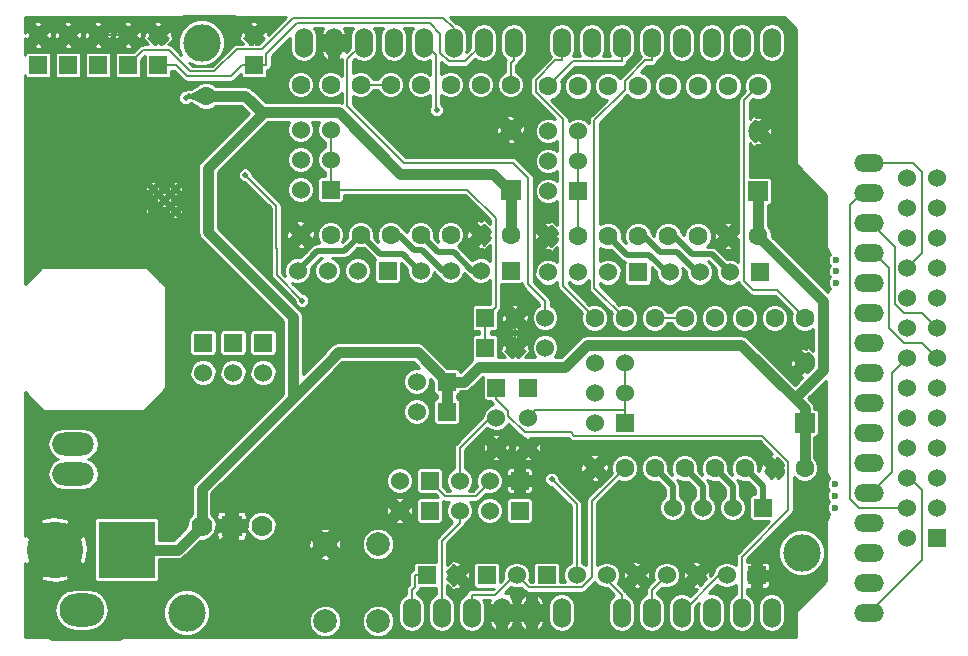
<source format=gbl>
G04 (created by PCBNEW (2014-01-10 BZR 4027)-stable) date Thursday, 14 August 2014 18:29:29*
%MOIN*%
G04 Gerber Fmt 3.4, Leading zero omitted, Abs format*
%FSLAX34Y34*%
G01*
G70*
G90*
G04 APERTURE LIST*
%ADD10C,0.00590551*%
%ADD11C,0.00984252*%
%ADD12C,0.0137795*%
%ADD13C,0.189*%
%ADD14R,0.189X0.189*%
%ADD15O,0.14963X0.11026*%
%ADD16O,0.1X0.0590551*%
%ADD17C,0.019685*%
%ADD18C,0.0629551*%
%ADD19R,0.06X0.06*%
%ADD20C,0.06*%
%ADD21R,0.065X0.065*%
%ADD22C,0.065*%
%ADD23O,0.138385X0.0767717*%
%ADD24O,0.06X0.1*%
%ADD25C,0.125*%
%ADD26C,0.0787*%
%ADD27C,0.0629921*%
%ADD28C,0.07*%
%ADD29R,0.07X0.07*%
%ADD30C,0.023622*%
%ADD31C,0.00787402*%
%ADD32C,0.0354331*%
%ADD33C,0.019685*%
%ADD34C,0.01*%
G04 APERTURE END LIST*
G54D10*
G54D11*
X69590Y-59780D02*
X70090Y-60030D01*
X70090Y-59530D02*
X69590Y-59780D01*
G54D12*
X69640Y-59780D02*
X70240Y-59780D01*
G54D13*
X65100Y-74900D03*
G54D14*
X67500Y-74900D03*
G54D15*
X66000Y-76900D03*
G54D16*
X92250Y-69000D03*
X92250Y-68000D03*
X92250Y-67000D03*
X92250Y-66000D03*
X92250Y-65000D03*
X92250Y-64000D03*
X92250Y-63000D03*
X92250Y-62000D03*
X92250Y-77000D03*
X92250Y-76000D03*
X92250Y-75000D03*
X92250Y-74000D03*
X92250Y-73000D03*
X92250Y-72000D03*
X92250Y-71000D03*
X92250Y-70000D03*
G54D17*
X69590Y-59780D03*
G54D18*
X70140Y-59780D03*
G54D17*
X68750Y-63250D03*
X68375Y-62875D03*
X69124Y-62875D03*
X69124Y-63624D03*
X68375Y-63624D03*
G54D19*
X78174Y-70300D03*
G54D20*
X77174Y-70300D03*
G54D21*
X88550Y-62950D03*
G54D22*
X88550Y-60950D03*
G54D21*
X80300Y-62900D03*
G54D22*
X80300Y-60900D03*
G54D21*
X90100Y-70674D03*
G54D22*
X90100Y-68674D03*
G54D19*
X78174Y-69300D03*
G54D20*
X77174Y-69300D03*
G54D19*
X71750Y-58750D03*
G54D20*
X71750Y-57750D03*
G54D19*
X68550Y-58750D03*
G54D20*
X68550Y-57750D03*
G54D19*
X67550Y-58750D03*
G54D20*
X67550Y-57750D03*
G54D19*
X66550Y-58750D03*
G54D20*
X66550Y-57750D03*
G54D19*
X65550Y-58750D03*
G54D20*
X65550Y-57750D03*
G54D19*
X64550Y-58750D03*
G54D20*
X64550Y-57750D03*
G54D19*
X77600Y-72600D03*
G54D20*
X76600Y-72600D03*
G54D19*
X70050Y-68000D03*
G54D20*
X70050Y-69000D03*
G54D19*
X71050Y-68000D03*
G54D20*
X71050Y-69000D03*
G54D19*
X72050Y-68000D03*
G54D20*
X72050Y-69000D03*
G54D19*
X79500Y-75750D03*
G54D20*
X80500Y-75750D03*
G54D19*
X81500Y-75750D03*
G54D20*
X82500Y-75750D03*
G54D19*
X79825Y-69500D03*
G54D20*
X79825Y-70500D03*
X79825Y-71500D03*
G54D19*
X80874Y-69500D03*
G54D20*
X80874Y-70500D03*
X80874Y-71500D03*
G54D19*
X79450Y-67174D03*
G54D20*
X80450Y-67174D03*
X81450Y-67174D03*
G54D19*
X79450Y-68174D03*
G54D20*
X80450Y-68174D03*
X81450Y-68174D03*
G54D19*
X77500Y-75750D03*
G54D20*
X78500Y-75750D03*
G54D19*
X88500Y-75750D03*
G54D20*
X87500Y-75750D03*
X86500Y-75750D03*
X85500Y-75750D03*
X84500Y-75750D03*
X83500Y-75750D03*
G54D19*
X82550Y-62950D03*
G54D20*
X81550Y-62950D03*
X82550Y-61950D03*
X81550Y-61950D03*
X82550Y-60950D03*
X81550Y-60950D03*
G54D19*
X84550Y-65650D03*
G54D20*
X83550Y-65650D03*
X82550Y-65650D03*
X81550Y-65650D03*
G54D19*
X74300Y-62900D03*
G54D20*
X73300Y-62900D03*
X74300Y-61900D03*
X73300Y-61900D03*
X74300Y-60900D03*
X73300Y-60900D03*
G54D19*
X80300Y-65600D03*
G54D20*
X79300Y-65600D03*
X78300Y-65600D03*
X77300Y-65600D03*
G54D19*
X84100Y-70674D03*
G54D20*
X83100Y-70674D03*
X84100Y-69674D03*
X83100Y-69674D03*
X84100Y-68674D03*
X83100Y-68674D03*
G54D19*
X88700Y-73500D03*
G54D20*
X87700Y-73500D03*
X86700Y-73500D03*
X85700Y-73500D03*
G54D23*
X65725Y-71374D03*
X65725Y-72374D03*
G54D19*
X77600Y-73600D03*
G54D20*
X76600Y-73600D03*
G54D24*
X89000Y-77000D03*
X88000Y-77000D03*
X87000Y-77000D03*
X84000Y-77000D03*
X85000Y-77000D03*
X86000Y-77000D03*
X82000Y-77000D03*
X81000Y-77000D03*
X80000Y-77000D03*
X78000Y-77000D03*
X77000Y-77000D03*
X89000Y-58000D03*
X88000Y-58000D03*
X87000Y-58000D03*
X86000Y-58000D03*
X85000Y-58000D03*
X84000Y-58000D03*
X83000Y-58000D03*
X82000Y-58000D03*
X80400Y-58000D03*
X79400Y-58000D03*
X78400Y-58000D03*
X77400Y-58000D03*
X76400Y-58000D03*
X75400Y-58000D03*
X74400Y-58000D03*
X73400Y-58000D03*
X79000Y-77000D03*
G54D25*
X90000Y-75000D03*
X70000Y-58000D03*
X69500Y-77000D03*
G54D26*
X75886Y-77280D03*
X74114Y-74720D03*
X74114Y-77280D03*
X75886Y-74720D03*
G54D27*
X81550Y-64450D03*
X82550Y-64450D03*
X83550Y-64450D03*
X84550Y-64450D03*
X85550Y-64450D03*
X86550Y-64450D03*
X87550Y-64450D03*
X88550Y-64450D03*
X88550Y-59450D03*
X87550Y-59450D03*
X86550Y-59450D03*
X85550Y-59450D03*
X84550Y-59450D03*
X83550Y-59450D03*
X82550Y-59450D03*
X81550Y-59450D03*
X73300Y-64400D03*
X74300Y-64400D03*
X75300Y-64400D03*
X76300Y-64400D03*
X77300Y-64400D03*
X78300Y-64400D03*
X79300Y-64400D03*
X80300Y-64400D03*
X80300Y-59400D03*
X79300Y-59400D03*
X78300Y-59400D03*
X77300Y-59400D03*
X76300Y-59400D03*
X75300Y-59400D03*
X74300Y-59400D03*
X73300Y-59400D03*
X83100Y-72174D03*
X84100Y-72174D03*
X85100Y-72174D03*
X86100Y-72174D03*
X87100Y-72174D03*
X88100Y-72174D03*
X89100Y-72174D03*
X90100Y-72174D03*
X90100Y-67174D03*
X89100Y-67174D03*
X88100Y-67174D03*
X87100Y-67174D03*
X86100Y-67174D03*
X85100Y-67174D03*
X84100Y-67174D03*
X83100Y-67174D03*
G54D28*
X70000Y-74100D03*
G54D29*
X71000Y-74100D03*
G54D28*
X72000Y-74100D03*
G54D19*
X76200Y-65600D03*
G54D20*
X75200Y-65600D03*
X74200Y-65600D03*
X73200Y-65600D03*
G54D19*
X88600Y-65650D03*
G54D20*
X87600Y-65650D03*
X86600Y-65650D03*
X85600Y-65650D03*
G54D19*
X80600Y-73600D03*
G54D20*
X79600Y-73600D03*
X78600Y-73600D03*
G54D19*
X94500Y-74500D03*
G54D20*
X93500Y-74500D03*
X94500Y-73500D03*
X93500Y-73500D03*
X94500Y-72500D03*
X93500Y-72500D03*
X94500Y-71500D03*
X93500Y-71500D03*
X94500Y-70500D03*
X93500Y-70500D03*
X94500Y-69500D03*
X93500Y-69500D03*
X94500Y-68500D03*
X93500Y-68500D03*
X94500Y-67500D03*
X93500Y-67500D03*
X94500Y-66500D03*
X93500Y-66500D03*
X94500Y-65500D03*
X93500Y-65500D03*
X94500Y-64500D03*
X93500Y-64500D03*
X94500Y-63500D03*
X93500Y-63500D03*
X94500Y-62500D03*
X93500Y-62500D03*
G54D30*
X91125Y-73500D03*
X91125Y-73100D03*
X91125Y-72725D03*
X91150Y-66000D03*
X91150Y-65625D03*
X91150Y-65250D03*
G54D19*
X80600Y-72600D03*
G54D20*
X79600Y-72600D03*
X78600Y-72600D03*
G54D17*
X69470Y-59840D03*
X81671Y-72553D03*
X77840Y-60250D03*
X73350Y-66600D03*
X71450Y-62410D03*
G54D31*
X79825Y-70500D02*
X79600Y-70500D01*
X78600Y-71500D02*
X78600Y-72600D01*
X79600Y-70500D02*
X78600Y-71500D01*
X74300Y-62900D02*
X78850Y-62900D01*
X79800Y-66824D02*
X79450Y-67174D01*
X79800Y-63850D02*
X79800Y-66824D01*
X78850Y-62900D02*
X79800Y-63850D01*
X84100Y-68674D02*
X84100Y-69674D01*
X74300Y-62900D02*
X74300Y-61900D01*
X82550Y-60950D02*
X82550Y-61950D01*
X81118Y-70255D02*
X84100Y-70255D01*
X80874Y-70500D02*
X81118Y-70255D01*
X79450Y-68174D02*
X79450Y-67174D01*
X82550Y-61950D02*
X82550Y-62950D01*
X82550Y-62950D02*
X82550Y-64450D01*
X84100Y-70674D02*
X84100Y-70255D01*
X84100Y-70255D02*
X84100Y-69674D01*
X74300Y-60900D02*
X74300Y-61900D01*
X80905Y-76155D02*
X80475Y-75725D01*
X82677Y-76155D02*
X80905Y-76155D01*
X83000Y-75831D02*
X82677Y-76155D01*
X83000Y-73274D02*
X83000Y-75831D01*
X84100Y-72174D02*
X83000Y-73274D01*
X79798Y-76401D02*
X80475Y-75725D01*
X79000Y-76401D02*
X79798Y-76401D01*
X79000Y-77000D02*
X79000Y-76401D01*
G54D32*
X68700Y-74900D02*
X69200Y-74900D01*
X69200Y-74900D02*
X70000Y-74100D01*
X70140Y-59780D02*
X71460Y-59780D01*
X71460Y-59780D02*
X72038Y-60358D01*
X70220Y-64320D02*
X70220Y-62213D01*
X70220Y-62213D02*
X70201Y-62195D01*
X80300Y-62900D02*
X80260Y-62900D01*
X79730Y-62370D02*
X76627Y-62370D01*
X80260Y-62900D02*
X79730Y-62370D01*
X70220Y-64320D02*
X73050Y-67150D01*
X73050Y-69839D02*
X73050Y-67150D01*
X90100Y-72174D02*
X90100Y-70674D01*
X78174Y-70300D02*
X78174Y-69300D01*
X90100Y-70192D02*
X89770Y-69862D01*
X90100Y-70674D02*
X90100Y-70192D01*
X78751Y-69300D02*
X78174Y-69300D01*
X79239Y-68812D02*
X78751Y-69300D01*
X82112Y-68812D02*
X79239Y-68812D01*
X82834Y-68090D02*
X82112Y-68812D01*
X87997Y-68090D02*
X82834Y-68090D01*
X89770Y-69862D02*
X87997Y-68090D01*
X80300Y-64400D02*
X80300Y-62900D01*
X74562Y-68325D02*
X74335Y-68554D01*
X74335Y-68554D02*
X73050Y-69839D01*
X78174Y-69300D02*
X77200Y-68325D01*
X77200Y-68325D02*
X74562Y-68325D01*
X72074Y-60322D02*
X72038Y-60358D01*
X72038Y-60358D02*
X70201Y-62195D01*
X76627Y-62370D02*
X74580Y-60322D01*
X74580Y-60322D02*
X72074Y-60322D01*
X70000Y-72888D02*
X70000Y-73294D01*
X70000Y-73294D02*
X70000Y-74100D01*
X73050Y-69839D02*
X70000Y-72888D01*
X67500Y-74900D02*
X68700Y-74900D01*
X68700Y-74900D02*
X68722Y-74900D01*
X90705Y-66605D02*
X88550Y-64450D01*
X90705Y-68927D02*
X90705Y-66605D01*
X89770Y-69862D02*
X90705Y-68927D01*
X88550Y-64450D02*
X88550Y-62950D01*
G54D33*
X85700Y-72774D02*
X85700Y-73500D01*
X85100Y-72174D02*
X85700Y-72774D01*
X86700Y-72774D02*
X86700Y-73500D01*
X86100Y-72174D02*
X86700Y-72774D01*
X87700Y-72774D02*
X87700Y-73500D01*
X87100Y-72174D02*
X87700Y-72774D01*
X88700Y-72774D02*
X88700Y-73500D01*
X88100Y-72174D02*
X88700Y-72774D01*
G54D31*
X69590Y-59780D02*
X69530Y-59780D01*
X69530Y-59780D02*
X69470Y-59840D01*
X78600Y-73600D02*
X78600Y-74020D01*
X78000Y-74620D02*
X78000Y-77000D01*
X78600Y-74020D02*
X78000Y-74620D01*
X82500Y-73382D02*
X82500Y-75750D01*
X81671Y-72553D02*
X82500Y-73382D01*
X88085Y-59914D02*
X88550Y-59450D01*
X88085Y-65949D02*
X88085Y-59914D01*
X88393Y-66257D02*
X88085Y-65949D01*
X89182Y-66257D02*
X88393Y-66257D01*
X90100Y-67174D02*
X89182Y-66257D01*
X80400Y-58000D02*
X80400Y-58166D01*
X80300Y-58698D02*
X80300Y-59400D01*
X80400Y-58598D02*
X80300Y-58698D01*
X80400Y-58166D02*
X80400Y-58598D01*
X66750Y-57750D02*
X67750Y-57750D01*
X69374Y-57125D02*
X68750Y-57750D01*
X71125Y-57125D02*
X69374Y-57125D01*
X71750Y-57750D02*
X71125Y-57125D01*
X80450Y-67174D02*
X80450Y-68174D01*
G54D32*
X64500Y-75500D02*
X65100Y-74900D01*
X64500Y-77250D02*
X64500Y-75500D01*
X65000Y-77750D02*
X64500Y-77250D01*
X67250Y-77750D02*
X65000Y-77750D01*
X71000Y-74400D02*
X67250Y-77750D01*
X71000Y-74100D02*
X71000Y-74400D01*
X78704Y-63804D02*
X79300Y-64400D01*
X73300Y-64400D02*
X73895Y-63804D01*
X73895Y-63804D02*
X78704Y-63804D01*
X88496Y-71571D02*
X89100Y-72174D01*
X83703Y-71571D02*
X88496Y-71571D01*
X83100Y-72174D02*
X83703Y-71571D01*
X69070Y-70929D02*
X65100Y-74900D01*
X69070Y-64318D02*
X69070Y-70929D01*
X68375Y-63624D02*
X69070Y-64318D01*
G54D31*
X77840Y-60250D02*
X77810Y-60220D01*
X77810Y-60220D02*
X77810Y-58410D01*
X77810Y-58410D02*
X77400Y-58000D01*
X94000Y-68000D02*
X94500Y-68500D01*
X93400Y-68000D02*
X94000Y-68000D01*
X92900Y-67500D02*
X93400Y-68000D01*
X92900Y-65500D02*
X92900Y-67500D01*
X92400Y-65000D02*
X92900Y-65500D01*
X92250Y-65000D02*
X92400Y-65000D01*
X92000Y-63000D02*
X92250Y-63000D01*
X91600Y-63400D02*
X92000Y-63000D01*
X91600Y-73200D02*
X91600Y-63400D01*
X91900Y-73500D02*
X91600Y-73200D01*
X93500Y-73500D02*
X91900Y-73500D01*
X92300Y-73000D02*
X92250Y-73000D01*
X93000Y-72300D02*
X92300Y-73000D01*
X93000Y-69000D02*
X93000Y-72300D01*
X93500Y-68500D02*
X93000Y-69000D01*
X87500Y-75750D02*
X87250Y-75750D01*
X87250Y-75750D02*
X86000Y-77000D01*
X85000Y-76250D02*
X85500Y-75750D01*
X85000Y-77000D02*
X85000Y-76250D01*
X83500Y-75901D02*
X83500Y-75750D01*
X84000Y-76401D02*
X83500Y-75901D01*
X84000Y-77000D02*
X84000Y-76401D01*
X77000Y-77000D02*
X77000Y-76235D01*
X77101Y-76133D02*
X77101Y-75750D01*
X77000Y-76235D02*
X77101Y-76133D01*
X77500Y-75750D02*
X77101Y-75750D01*
X75300Y-59400D02*
X76300Y-59400D01*
X85100Y-67174D02*
X86100Y-67174D01*
X77600Y-72600D02*
X78120Y-73120D01*
X79600Y-72660D02*
X79600Y-72600D01*
X79140Y-73120D02*
X79600Y-72660D01*
X78120Y-73120D02*
X79140Y-73120D01*
X72500Y-64850D02*
X72500Y-65750D01*
X72500Y-65750D02*
X73350Y-66600D01*
X72490Y-64840D02*
X72500Y-64850D01*
X72490Y-63450D02*
X72490Y-64840D01*
X71450Y-62410D02*
X72490Y-63450D01*
X94000Y-75250D02*
X92250Y-77000D01*
X94000Y-72900D02*
X94000Y-75250D01*
X93600Y-72500D02*
X94000Y-72900D01*
X93500Y-72500D02*
X93600Y-72500D01*
X94000Y-65000D02*
X93500Y-65500D01*
X94000Y-62300D02*
X94000Y-65000D01*
X93700Y-62000D02*
X94000Y-62300D01*
X92250Y-62000D02*
X93700Y-62000D01*
X94000Y-67000D02*
X94500Y-67500D01*
X93400Y-67000D02*
X94000Y-67000D01*
X93100Y-66700D02*
X93400Y-67000D01*
X93100Y-64800D02*
X93100Y-66700D01*
X92300Y-64000D02*
X93100Y-64800D01*
X92250Y-64000D02*
X92300Y-64000D01*
X81450Y-67174D02*
X81450Y-66630D01*
X74860Y-58540D02*
X75400Y-58000D01*
X74860Y-60120D02*
X74860Y-58540D01*
X76740Y-62000D02*
X74860Y-60120D01*
X80380Y-62000D02*
X76740Y-62000D01*
X80880Y-62500D02*
X80380Y-62000D01*
X80880Y-66060D02*
X80880Y-62500D01*
X81450Y-66630D02*
X80880Y-66060D01*
X80767Y-70981D02*
X82300Y-70981D01*
X79825Y-69500D02*
X79825Y-69898D01*
X88000Y-75136D02*
X88000Y-77000D01*
X88000Y-75136D02*
X89556Y-73579D01*
X89556Y-73579D02*
X89556Y-71966D01*
X89556Y-71966D02*
X88691Y-71101D01*
X88691Y-71101D02*
X82420Y-71101D01*
X80767Y-70981D02*
X80223Y-70438D01*
X80223Y-70438D02*
X80223Y-70297D01*
X80223Y-70297D02*
X79825Y-69898D01*
X82300Y-70981D02*
X82420Y-71101D01*
G54D33*
X85600Y-65650D02*
X85510Y-65650D01*
X84170Y-65070D02*
X83550Y-64450D01*
X84930Y-65070D02*
X84170Y-65070D01*
X85510Y-65650D02*
X84930Y-65070D01*
X85863Y-64993D02*
X86530Y-65660D01*
X85273Y-64993D02*
X85863Y-64993D01*
X84740Y-64460D02*
X85273Y-64993D01*
X87600Y-65650D02*
X87000Y-65050D01*
X85760Y-64450D02*
X85550Y-64450D01*
X86360Y-65050D02*
X85760Y-64450D01*
X87000Y-65050D02*
X86360Y-65050D01*
G54D31*
X82371Y-58628D02*
X81550Y-59450D01*
X84000Y-58628D02*
X82371Y-58628D01*
X84000Y-58000D02*
X84000Y-58628D01*
X75500Y-57341D02*
X77601Y-57341D01*
X78770Y-58630D02*
X79400Y-58000D01*
X78240Y-58630D02*
X78770Y-58630D01*
X77960Y-58350D02*
X78240Y-58630D01*
X77960Y-57700D02*
X77960Y-58350D01*
X77601Y-57341D02*
X77960Y-57700D01*
X73190Y-57341D02*
X75500Y-57341D01*
X72148Y-58383D02*
X73190Y-57341D01*
X72148Y-58750D02*
X72148Y-58383D01*
X71750Y-58750D02*
X72148Y-58750D01*
X71351Y-58750D02*
X71750Y-58750D01*
X70980Y-59120D02*
X71351Y-58750D01*
X69519Y-59120D02*
X70980Y-59120D01*
X69148Y-58750D02*
X69519Y-59120D01*
X68750Y-58750D02*
X69148Y-58750D01*
G54D33*
X73866Y-64933D02*
X73200Y-65600D01*
X74766Y-64933D02*
X73866Y-64933D01*
X75300Y-64400D02*
X74766Y-64933D01*
X76702Y-65062D02*
X77250Y-65610D01*
X75962Y-65062D02*
X76702Y-65062D01*
X75300Y-64400D02*
X75962Y-65062D01*
X78042Y-65600D02*
X78300Y-65600D01*
X77355Y-64913D02*
X78042Y-65600D01*
X77087Y-64913D02*
X77355Y-64913D01*
X76574Y-64400D02*
X77087Y-64913D01*
X76300Y-64400D02*
X76574Y-64400D01*
X79300Y-65600D02*
X79025Y-65600D01*
X77875Y-64975D02*
X77300Y-64400D01*
X79025Y-65600D02*
X78401Y-64975D01*
X78401Y-64975D02*
X77875Y-64975D01*
G54D31*
X78400Y-58000D02*
X78400Y-57530D01*
X68050Y-58250D02*
X67550Y-58750D01*
X68910Y-58250D02*
X68050Y-58250D01*
X69623Y-58963D02*
X68910Y-58250D01*
X70426Y-58963D02*
X69623Y-58963D01*
X71170Y-58220D02*
X70426Y-58963D01*
X72000Y-58220D02*
X71170Y-58220D01*
X73040Y-57180D02*
X72000Y-58220D01*
X78050Y-57180D02*
X73040Y-57180D01*
X78400Y-57530D02*
X78050Y-57180D01*
X82050Y-66124D02*
X83100Y-67174D01*
X82050Y-60565D02*
X82050Y-66124D01*
X81134Y-59649D02*
X82050Y-60565D01*
X81134Y-59244D02*
X81134Y-59649D01*
X81780Y-58598D02*
X81134Y-59244D01*
X82000Y-58598D02*
X81780Y-58598D01*
X82000Y-58000D02*
X82000Y-58598D01*
X83094Y-66169D02*
X84100Y-67174D01*
X83094Y-60594D02*
X83094Y-66169D01*
X84107Y-59581D02*
X83094Y-60594D01*
X84107Y-59271D02*
X84107Y-59581D01*
X84780Y-58598D02*
X84107Y-59271D01*
X85000Y-58598D02*
X84780Y-58598D01*
X85000Y-58000D02*
X85000Y-58598D01*
G54D10*
G36*
X79612Y-66726D02*
X79120Y-66726D01*
X79066Y-66748D01*
X79024Y-66790D01*
X79001Y-66845D01*
X79001Y-66904D01*
X79001Y-67504D01*
X79024Y-67558D01*
X79065Y-67600D01*
X79120Y-67623D01*
X79179Y-67623D01*
X79262Y-67623D01*
X79262Y-67726D01*
X79120Y-67726D01*
X79066Y-67748D01*
X79024Y-67790D01*
X79001Y-67845D01*
X79001Y-67904D01*
X79001Y-68504D01*
X79024Y-68558D01*
X79031Y-68565D01*
X79008Y-68580D01*
X79008Y-68580D01*
X78623Y-68966D01*
X78602Y-68915D01*
X78559Y-68872D01*
X78504Y-68850D01*
X78445Y-68849D01*
X78187Y-68849D01*
X77432Y-68094D01*
X77325Y-68023D01*
X77200Y-67998D01*
X75650Y-67998D01*
X75650Y-65510D01*
X75581Y-65345D01*
X75455Y-65218D01*
X75289Y-65150D01*
X75110Y-65149D01*
X74945Y-65218D01*
X74818Y-65344D01*
X74750Y-65510D01*
X74749Y-65689D01*
X74818Y-65854D01*
X74944Y-65981D01*
X75110Y-66049D01*
X75289Y-66050D01*
X75454Y-65981D01*
X75581Y-65855D01*
X75649Y-65689D01*
X75650Y-65510D01*
X75650Y-67998D01*
X74562Y-67998D01*
X74437Y-68023D01*
X74331Y-68094D01*
X74330Y-68095D01*
X74103Y-68322D01*
X74103Y-68322D01*
X73377Y-69049D01*
X73377Y-67150D01*
X73377Y-67149D01*
X73377Y-67149D01*
X73372Y-67125D01*
X73352Y-67024D01*
X73352Y-67024D01*
X73281Y-66918D01*
X73281Y-66918D01*
X70547Y-64184D01*
X70547Y-62312D01*
X72209Y-60649D01*
X72918Y-60649D01*
X72851Y-60810D01*
X72851Y-60988D01*
X72919Y-61153D01*
X73045Y-61279D01*
X73210Y-61348D01*
X73388Y-61348D01*
X73553Y-61280D01*
X73679Y-61154D01*
X73748Y-60989D01*
X73748Y-60811D01*
X73681Y-60649D01*
X73918Y-60649D01*
X73851Y-60810D01*
X73851Y-60988D01*
X73919Y-61153D01*
X74045Y-61279D01*
X74112Y-61307D01*
X74112Y-61492D01*
X74046Y-61519D01*
X73920Y-61645D01*
X73851Y-61810D01*
X73851Y-61988D01*
X73919Y-62153D01*
X74045Y-62279D01*
X74112Y-62307D01*
X74112Y-62451D01*
X73970Y-62451D01*
X73916Y-62474D01*
X73874Y-62515D01*
X73851Y-62570D01*
X73851Y-62629D01*
X73851Y-63229D01*
X73874Y-63283D01*
X73915Y-63325D01*
X73970Y-63348D01*
X74029Y-63348D01*
X74629Y-63348D01*
X74683Y-63325D01*
X74725Y-63284D01*
X74748Y-63229D01*
X74748Y-63170D01*
X74748Y-63087D01*
X78772Y-63087D01*
X79612Y-63927D01*
X79612Y-64043D01*
X79419Y-63850D01*
X79333Y-63936D01*
X79251Y-63928D01*
X79164Y-63945D01*
X79123Y-64000D01*
X79300Y-64177D01*
X79409Y-64067D01*
X79476Y-64135D01*
X79612Y-64270D01*
X79612Y-64310D01*
X79522Y-64400D01*
X79612Y-64489D01*
X79612Y-64529D01*
X79476Y-64664D01*
X79409Y-64732D01*
X79300Y-64622D01*
X79123Y-64799D01*
X79164Y-64854D01*
X79340Y-64870D01*
X79419Y-64949D01*
X79476Y-64892D01*
X79612Y-64756D01*
X79612Y-65275D01*
X79555Y-65218D01*
X79476Y-65186D01*
X79389Y-65150D01*
X79210Y-65149D01*
X79077Y-65205D01*
X79077Y-64400D01*
X78900Y-64223D01*
X78845Y-64264D01*
X78828Y-64448D01*
X78845Y-64535D01*
X78900Y-64576D01*
X79077Y-64400D01*
X79077Y-65205D01*
X79045Y-65218D01*
X79020Y-65243D01*
X78576Y-64799D01*
X78565Y-64792D01*
X78693Y-64663D01*
X78764Y-64492D01*
X78765Y-64307D01*
X78694Y-64136D01*
X78563Y-64006D01*
X78392Y-63935D01*
X78207Y-63934D01*
X78036Y-64005D01*
X77906Y-64136D01*
X77835Y-64307D01*
X77834Y-64492D01*
X77899Y-64648D01*
X77758Y-64507D01*
X77764Y-64492D01*
X77765Y-64307D01*
X77694Y-64136D01*
X77563Y-64006D01*
X77392Y-63935D01*
X77207Y-63934D01*
X77036Y-64005D01*
X76906Y-64136D01*
X76835Y-64307D01*
X76835Y-64309D01*
X76749Y-64224D01*
X76723Y-64206D01*
X76694Y-64136D01*
X76563Y-64006D01*
X76392Y-63935D01*
X76207Y-63934D01*
X76036Y-64005D01*
X75906Y-64136D01*
X75835Y-64307D01*
X75834Y-64492D01*
X75899Y-64648D01*
X75758Y-64507D01*
X75764Y-64492D01*
X75765Y-64307D01*
X75694Y-64136D01*
X75563Y-64006D01*
X75392Y-63935D01*
X75207Y-63934D01*
X75036Y-64005D01*
X74906Y-64136D01*
X74835Y-64307D01*
X74834Y-64492D01*
X74841Y-64507D01*
X74697Y-64651D01*
X74763Y-64492D01*
X74763Y-64308D01*
X74693Y-64137D01*
X74562Y-64007D01*
X74392Y-63936D01*
X74208Y-63936D01*
X74037Y-64006D01*
X73907Y-64137D01*
X73836Y-64307D01*
X73836Y-64491D01*
X73906Y-64662D01*
X73929Y-64684D01*
X73866Y-64684D01*
X73787Y-64700D01*
X73771Y-64703D01*
X73771Y-64351D01*
X73754Y-64264D01*
X73748Y-64260D01*
X73748Y-62811D01*
X73748Y-61811D01*
X73680Y-61646D01*
X73554Y-61520D01*
X73389Y-61451D01*
X73211Y-61451D01*
X73046Y-61519D01*
X72920Y-61645D01*
X72851Y-61810D01*
X72851Y-61988D01*
X72919Y-62153D01*
X73045Y-62279D01*
X73210Y-62348D01*
X73388Y-62348D01*
X73553Y-62280D01*
X73679Y-62154D01*
X73748Y-61989D01*
X73748Y-61811D01*
X73748Y-62811D01*
X73680Y-62646D01*
X73554Y-62520D01*
X73389Y-62451D01*
X73211Y-62451D01*
X73046Y-62519D01*
X72920Y-62645D01*
X72851Y-62810D01*
X72851Y-62988D01*
X72919Y-63153D01*
X73045Y-63279D01*
X73210Y-63348D01*
X73388Y-63348D01*
X73553Y-63280D01*
X73679Y-63154D01*
X73748Y-62989D01*
X73748Y-62811D01*
X73748Y-64260D01*
X73699Y-64223D01*
X73522Y-64400D01*
X73699Y-64576D01*
X73754Y-64535D01*
X73771Y-64351D01*
X73771Y-64703D01*
X73771Y-64703D01*
X73690Y-64757D01*
X73476Y-64972D01*
X73476Y-64799D01*
X73476Y-64000D01*
X73435Y-63945D01*
X73251Y-63928D01*
X73164Y-63945D01*
X73123Y-64000D01*
X73300Y-64177D01*
X73476Y-64000D01*
X73476Y-64799D01*
X73300Y-64622D01*
X73123Y-64799D01*
X73164Y-64854D01*
X73348Y-64871D01*
X73435Y-64854D01*
X73476Y-64799D01*
X73476Y-64972D01*
X73296Y-65152D01*
X73289Y-65150D01*
X73110Y-65149D01*
X73077Y-65163D01*
X73077Y-64400D01*
X72900Y-64223D01*
X72845Y-64264D01*
X72828Y-64448D01*
X72845Y-64535D01*
X72900Y-64576D01*
X73077Y-64400D01*
X73077Y-65163D01*
X72945Y-65218D01*
X72818Y-65344D01*
X72750Y-65510D01*
X72749Y-65689D01*
X72781Y-65766D01*
X72687Y-65672D01*
X72687Y-64850D01*
X72677Y-64799D01*
X72677Y-63450D01*
X72663Y-63378D01*
X72663Y-63378D01*
X72622Y-63317D01*
X71696Y-62391D01*
X71696Y-62361D01*
X71659Y-62270D01*
X71590Y-62200D01*
X71499Y-62163D01*
X71401Y-62163D01*
X71310Y-62200D01*
X71240Y-62269D01*
X71203Y-62360D01*
X71203Y-62458D01*
X71240Y-62549D01*
X71309Y-62619D01*
X71400Y-62656D01*
X71431Y-62656D01*
X72302Y-63527D01*
X72302Y-64840D01*
X72312Y-64890D01*
X72312Y-65750D01*
X72326Y-65821D01*
X72367Y-65882D01*
X73103Y-66618D01*
X73103Y-66648D01*
X73140Y-66739D01*
X73209Y-66809D01*
X73300Y-66846D01*
X73398Y-66846D01*
X73489Y-66809D01*
X73559Y-66740D01*
X73596Y-66649D01*
X73596Y-66551D01*
X73559Y-66460D01*
X73490Y-66390D01*
X73399Y-66353D01*
X73368Y-66353D01*
X73033Y-66018D01*
X73110Y-66049D01*
X73289Y-66050D01*
X73454Y-65981D01*
X73581Y-65855D01*
X73649Y-65689D01*
X73650Y-65510D01*
X73647Y-65504D01*
X73969Y-65181D01*
X74033Y-65181D01*
X73945Y-65218D01*
X73818Y-65344D01*
X73750Y-65510D01*
X73749Y-65689D01*
X73818Y-65854D01*
X73944Y-65981D01*
X74110Y-66049D01*
X74289Y-66050D01*
X74454Y-65981D01*
X74581Y-65855D01*
X74649Y-65689D01*
X74650Y-65510D01*
X74581Y-65345D01*
X74455Y-65218D01*
X74366Y-65181D01*
X74766Y-65181D01*
X74766Y-65181D01*
X74861Y-65162D01*
X74942Y-65109D01*
X75192Y-64858D01*
X75207Y-64864D01*
X75392Y-64865D01*
X75407Y-64858D01*
X75770Y-65221D01*
X75750Y-65270D01*
X75749Y-65329D01*
X75749Y-65929D01*
X75772Y-65984D01*
X75814Y-66027D01*
X75870Y-66049D01*
X75929Y-66050D01*
X76529Y-66050D01*
X76584Y-66027D01*
X76627Y-65985D01*
X76649Y-65929D01*
X76650Y-65870D01*
X76650Y-65361D01*
X76850Y-65561D01*
X76849Y-65689D01*
X76918Y-65854D01*
X77044Y-65981D01*
X77210Y-66049D01*
X77389Y-66050D01*
X77554Y-65981D01*
X77681Y-65855D01*
X77749Y-65689D01*
X77749Y-65658D01*
X77866Y-65775D01*
X77866Y-65775D01*
X77892Y-65793D01*
X77892Y-65793D01*
X77918Y-65854D01*
X78044Y-65981D01*
X78210Y-66049D01*
X78389Y-66050D01*
X78554Y-65981D01*
X78681Y-65855D01*
X78749Y-65689D01*
X78749Y-65675D01*
X78849Y-65775D01*
X78849Y-65775D01*
X78899Y-65808D01*
X78918Y-65854D01*
X79044Y-65981D01*
X79210Y-66049D01*
X79389Y-66050D01*
X79554Y-65981D01*
X79612Y-65924D01*
X79612Y-66726D01*
X79612Y-66726D01*
G37*
G54D34*
X79612Y-66726D02*
X79120Y-66726D01*
X79066Y-66748D01*
X79024Y-66790D01*
X79001Y-66845D01*
X79001Y-66904D01*
X79001Y-67504D01*
X79024Y-67558D01*
X79065Y-67600D01*
X79120Y-67623D01*
X79179Y-67623D01*
X79262Y-67623D01*
X79262Y-67726D01*
X79120Y-67726D01*
X79066Y-67748D01*
X79024Y-67790D01*
X79001Y-67845D01*
X79001Y-67904D01*
X79001Y-68504D01*
X79024Y-68558D01*
X79031Y-68565D01*
X79008Y-68580D01*
X79008Y-68580D01*
X78623Y-68966D01*
X78602Y-68915D01*
X78559Y-68872D01*
X78504Y-68850D01*
X78445Y-68849D01*
X78187Y-68849D01*
X77432Y-68094D01*
X77325Y-68023D01*
X77200Y-67998D01*
X75650Y-67998D01*
X75650Y-65510D01*
X75581Y-65345D01*
X75455Y-65218D01*
X75289Y-65150D01*
X75110Y-65149D01*
X74945Y-65218D01*
X74818Y-65344D01*
X74750Y-65510D01*
X74749Y-65689D01*
X74818Y-65854D01*
X74944Y-65981D01*
X75110Y-66049D01*
X75289Y-66050D01*
X75454Y-65981D01*
X75581Y-65855D01*
X75649Y-65689D01*
X75650Y-65510D01*
X75650Y-67998D01*
X74562Y-67998D01*
X74437Y-68023D01*
X74331Y-68094D01*
X74330Y-68095D01*
X74103Y-68322D01*
X74103Y-68322D01*
X73377Y-69049D01*
X73377Y-67150D01*
X73377Y-67149D01*
X73377Y-67149D01*
X73372Y-67125D01*
X73352Y-67024D01*
X73352Y-67024D01*
X73281Y-66918D01*
X73281Y-66918D01*
X70547Y-64184D01*
X70547Y-62312D01*
X72209Y-60649D01*
X72918Y-60649D01*
X72851Y-60810D01*
X72851Y-60988D01*
X72919Y-61153D01*
X73045Y-61279D01*
X73210Y-61348D01*
X73388Y-61348D01*
X73553Y-61280D01*
X73679Y-61154D01*
X73748Y-60989D01*
X73748Y-60811D01*
X73681Y-60649D01*
X73918Y-60649D01*
X73851Y-60810D01*
X73851Y-60988D01*
X73919Y-61153D01*
X74045Y-61279D01*
X74112Y-61307D01*
X74112Y-61492D01*
X74046Y-61519D01*
X73920Y-61645D01*
X73851Y-61810D01*
X73851Y-61988D01*
X73919Y-62153D01*
X74045Y-62279D01*
X74112Y-62307D01*
X74112Y-62451D01*
X73970Y-62451D01*
X73916Y-62474D01*
X73874Y-62515D01*
X73851Y-62570D01*
X73851Y-62629D01*
X73851Y-63229D01*
X73874Y-63283D01*
X73915Y-63325D01*
X73970Y-63348D01*
X74029Y-63348D01*
X74629Y-63348D01*
X74683Y-63325D01*
X74725Y-63284D01*
X74748Y-63229D01*
X74748Y-63170D01*
X74748Y-63087D01*
X78772Y-63087D01*
X79612Y-63927D01*
X79612Y-64043D01*
X79419Y-63850D01*
X79333Y-63936D01*
X79251Y-63928D01*
X79164Y-63945D01*
X79123Y-64000D01*
X79300Y-64177D01*
X79409Y-64067D01*
X79476Y-64135D01*
X79612Y-64270D01*
X79612Y-64310D01*
X79522Y-64400D01*
X79612Y-64489D01*
X79612Y-64529D01*
X79476Y-64664D01*
X79409Y-64732D01*
X79300Y-64622D01*
X79123Y-64799D01*
X79164Y-64854D01*
X79340Y-64870D01*
X79419Y-64949D01*
X79476Y-64892D01*
X79612Y-64756D01*
X79612Y-65275D01*
X79555Y-65218D01*
X79476Y-65186D01*
X79389Y-65150D01*
X79210Y-65149D01*
X79077Y-65205D01*
X79077Y-64400D01*
X78900Y-64223D01*
X78845Y-64264D01*
X78828Y-64448D01*
X78845Y-64535D01*
X78900Y-64576D01*
X79077Y-64400D01*
X79077Y-65205D01*
X79045Y-65218D01*
X79020Y-65243D01*
X78576Y-64799D01*
X78565Y-64792D01*
X78693Y-64663D01*
X78764Y-64492D01*
X78765Y-64307D01*
X78694Y-64136D01*
X78563Y-64006D01*
X78392Y-63935D01*
X78207Y-63934D01*
X78036Y-64005D01*
X77906Y-64136D01*
X77835Y-64307D01*
X77834Y-64492D01*
X77899Y-64648D01*
X77758Y-64507D01*
X77764Y-64492D01*
X77765Y-64307D01*
X77694Y-64136D01*
X77563Y-64006D01*
X77392Y-63935D01*
X77207Y-63934D01*
X77036Y-64005D01*
X76906Y-64136D01*
X76835Y-64307D01*
X76835Y-64309D01*
X76749Y-64224D01*
X76723Y-64206D01*
X76694Y-64136D01*
X76563Y-64006D01*
X76392Y-63935D01*
X76207Y-63934D01*
X76036Y-64005D01*
X75906Y-64136D01*
X75835Y-64307D01*
X75834Y-64492D01*
X75899Y-64648D01*
X75758Y-64507D01*
X75764Y-64492D01*
X75765Y-64307D01*
X75694Y-64136D01*
X75563Y-64006D01*
X75392Y-63935D01*
X75207Y-63934D01*
X75036Y-64005D01*
X74906Y-64136D01*
X74835Y-64307D01*
X74834Y-64492D01*
X74841Y-64507D01*
X74697Y-64651D01*
X74763Y-64492D01*
X74763Y-64308D01*
X74693Y-64137D01*
X74562Y-64007D01*
X74392Y-63936D01*
X74208Y-63936D01*
X74037Y-64006D01*
X73907Y-64137D01*
X73836Y-64307D01*
X73836Y-64491D01*
X73906Y-64662D01*
X73929Y-64684D01*
X73866Y-64684D01*
X73787Y-64700D01*
X73771Y-64703D01*
X73771Y-64351D01*
X73754Y-64264D01*
X73748Y-64260D01*
X73748Y-62811D01*
X73748Y-61811D01*
X73680Y-61646D01*
X73554Y-61520D01*
X73389Y-61451D01*
X73211Y-61451D01*
X73046Y-61519D01*
X72920Y-61645D01*
X72851Y-61810D01*
X72851Y-61988D01*
X72919Y-62153D01*
X73045Y-62279D01*
X73210Y-62348D01*
X73388Y-62348D01*
X73553Y-62280D01*
X73679Y-62154D01*
X73748Y-61989D01*
X73748Y-61811D01*
X73748Y-62811D01*
X73680Y-62646D01*
X73554Y-62520D01*
X73389Y-62451D01*
X73211Y-62451D01*
X73046Y-62519D01*
X72920Y-62645D01*
X72851Y-62810D01*
X72851Y-62988D01*
X72919Y-63153D01*
X73045Y-63279D01*
X73210Y-63348D01*
X73388Y-63348D01*
X73553Y-63280D01*
X73679Y-63154D01*
X73748Y-62989D01*
X73748Y-62811D01*
X73748Y-64260D01*
X73699Y-64223D01*
X73522Y-64400D01*
X73699Y-64576D01*
X73754Y-64535D01*
X73771Y-64351D01*
X73771Y-64703D01*
X73771Y-64703D01*
X73690Y-64757D01*
X73476Y-64972D01*
X73476Y-64799D01*
X73476Y-64000D01*
X73435Y-63945D01*
X73251Y-63928D01*
X73164Y-63945D01*
X73123Y-64000D01*
X73300Y-64177D01*
X73476Y-64000D01*
X73476Y-64799D01*
X73300Y-64622D01*
X73123Y-64799D01*
X73164Y-64854D01*
X73348Y-64871D01*
X73435Y-64854D01*
X73476Y-64799D01*
X73476Y-64972D01*
X73296Y-65152D01*
X73289Y-65150D01*
X73110Y-65149D01*
X73077Y-65163D01*
X73077Y-64400D01*
X72900Y-64223D01*
X72845Y-64264D01*
X72828Y-64448D01*
X72845Y-64535D01*
X72900Y-64576D01*
X73077Y-64400D01*
X73077Y-65163D01*
X72945Y-65218D01*
X72818Y-65344D01*
X72750Y-65510D01*
X72749Y-65689D01*
X72781Y-65766D01*
X72687Y-65672D01*
X72687Y-64850D01*
X72677Y-64799D01*
X72677Y-63450D01*
X72663Y-63378D01*
X72663Y-63378D01*
X72622Y-63317D01*
X71696Y-62391D01*
X71696Y-62361D01*
X71659Y-62270D01*
X71590Y-62200D01*
X71499Y-62163D01*
X71401Y-62163D01*
X71310Y-62200D01*
X71240Y-62269D01*
X71203Y-62360D01*
X71203Y-62458D01*
X71240Y-62549D01*
X71309Y-62619D01*
X71400Y-62656D01*
X71431Y-62656D01*
X72302Y-63527D01*
X72302Y-64840D01*
X72312Y-64890D01*
X72312Y-65750D01*
X72326Y-65821D01*
X72367Y-65882D01*
X73103Y-66618D01*
X73103Y-66648D01*
X73140Y-66739D01*
X73209Y-66809D01*
X73300Y-66846D01*
X73398Y-66846D01*
X73489Y-66809D01*
X73559Y-66740D01*
X73596Y-66649D01*
X73596Y-66551D01*
X73559Y-66460D01*
X73490Y-66390D01*
X73399Y-66353D01*
X73368Y-66353D01*
X73033Y-66018D01*
X73110Y-66049D01*
X73289Y-66050D01*
X73454Y-65981D01*
X73581Y-65855D01*
X73649Y-65689D01*
X73650Y-65510D01*
X73647Y-65504D01*
X73969Y-65181D01*
X74033Y-65181D01*
X73945Y-65218D01*
X73818Y-65344D01*
X73750Y-65510D01*
X73749Y-65689D01*
X73818Y-65854D01*
X73944Y-65981D01*
X74110Y-66049D01*
X74289Y-66050D01*
X74454Y-65981D01*
X74581Y-65855D01*
X74649Y-65689D01*
X74650Y-65510D01*
X74581Y-65345D01*
X74455Y-65218D01*
X74366Y-65181D01*
X74766Y-65181D01*
X74766Y-65181D01*
X74861Y-65162D01*
X74942Y-65109D01*
X75192Y-64858D01*
X75207Y-64864D01*
X75392Y-64865D01*
X75407Y-64858D01*
X75770Y-65221D01*
X75750Y-65270D01*
X75749Y-65329D01*
X75749Y-65929D01*
X75772Y-65984D01*
X75814Y-66027D01*
X75870Y-66049D01*
X75929Y-66050D01*
X76529Y-66050D01*
X76584Y-66027D01*
X76627Y-65985D01*
X76649Y-65929D01*
X76650Y-65870D01*
X76650Y-65361D01*
X76850Y-65561D01*
X76849Y-65689D01*
X76918Y-65854D01*
X77044Y-65981D01*
X77210Y-66049D01*
X77389Y-66050D01*
X77554Y-65981D01*
X77681Y-65855D01*
X77749Y-65689D01*
X77749Y-65658D01*
X77866Y-65775D01*
X77866Y-65775D01*
X77892Y-65793D01*
X77892Y-65793D01*
X77918Y-65854D01*
X78044Y-65981D01*
X78210Y-66049D01*
X78389Y-66050D01*
X78554Y-65981D01*
X78681Y-65855D01*
X78749Y-65689D01*
X78749Y-65675D01*
X78849Y-65775D01*
X78849Y-65775D01*
X78899Y-65808D01*
X78918Y-65854D01*
X79044Y-65981D01*
X79210Y-66049D01*
X79389Y-66050D01*
X79554Y-65981D01*
X79612Y-65924D01*
X79612Y-66726D01*
G54D10*
G36*
X90931Y-72531D02*
X90931Y-72541D01*
X90899Y-72574D01*
X90858Y-72671D01*
X90858Y-72777D01*
X90899Y-72875D01*
X90930Y-72907D01*
X90930Y-72917D01*
X90899Y-72948D01*
X90858Y-73046D01*
X90858Y-73152D01*
X90899Y-73250D01*
X90930Y-73281D01*
X90930Y-73318D01*
X90899Y-73348D01*
X90858Y-73446D01*
X90858Y-73552D01*
X90899Y-73650D01*
X90929Y-73681D01*
X90929Y-73720D01*
X90925Y-73724D01*
X90925Y-73724D01*
X90871Y-73805D01*
X90870Y-73805D01*
X90844Y-73869D01*
X90825Y-73965D01*
X90825Y-73982D01*
X90822Y-74000D01*
X90822Y-75926D01*
X90773Y-75974D01*
X90773Y-74846D01*
X90656Y-74562D01*
X90438Y-74344D01*
X90154Y-74226D01*
X89846Y-74226D01*
X89562Y-74343D01*
X89344Y-74561D01*
X89226Y-74845D01*
X89226Y-75153D01*
X89343Y-75437D01*
X89561Y-75655D01*
X89845Y-75773D01*
X90153Y-75773D01*
X90437Y-75656D01*
X90655Y-75438D01*
X90773Y-75154D01*
X90773Y-74846D01*
X90773Y-75974D01*
X89874Y-76874D01*
X89835Y-76931D01*
X89822Y-77000D01*
X89822Y-77004D01*
X89815Y-77822D01*
X89448Y-77822D01*
X89448Y-77212D01*
X89448Y-76787D01*
X89414Y-76615D01*
X89317Y-76470D01*
X89171Y-76373D01*
X89000Y-76338D01*
X88950Y-76348D01*
X88950Y-76020D01*
X88950Y-75479D01*
X88949Y-75420D01*
X88927Y-75364D01*
X88884Y-75322D01*
X88829Y-75299D01*
X88687Y-75300D01*
X88650Y-75337D01*
X88650Y-75600D01*
X88912Y-75600D01*
X88950Y-75562D01*
X88950Y-75479D01*
X88950Y-76020D01*
X88950Y-75937D01*
X88912Y-75900D01*
X88650Y-75900D01*
X88650Y-76162D01*
X88687Y-76200D01*
X88829Y-76200D01*
X88884Y-76177D01*
X88927Y-76135D01*
X88949Y-76079D01*
X88950Y-76020D01*
X88950Y-76348D01*
X88828Y-76373D01*
X88682Y-76470D01*
X88585Y-76615D01*
X88551Y-76787D01*
X88551Y-77212D01*
X88585Y-77384D01*
X88682Y-77529D01*
X88828Y-77626D01*
X89000Y-77661D01*
X89171Y-77626D01*
X89317Y-77529D01*
X89414Y-77384D01*
X89448Y-77212D01*
X89448Y-77822D01*
X81422Y-77822D01*
X81422Y-77317D01*
X81422Y-76682D01*
X81345Y-76529D01*
X81215Y-76417D01*
X81214Y-76404D01*
X81150Y-76415D01*
X81150Y-76750D01*
X81398Y-76750D01*
X81422Y-76682D01*
X81422Y-77317D01*
X81398Y-77250D01*
X81150Y-77250D01*
X81150Y-77584D01*
X81214Y-77595D01*
X81215Y-77582D01*
X81345Y-77470D01*
X81422Y-77317D01*
X81422Y-77822D01*
X80850Y-77822D01*
X80850Y-77584D01*
X80850Y-77250D01*
X80850Y-76750D01*
X80850Y-76415D01*
X80785Y-76404D01*
X80784Y-76417D01*
X80654Y-76529D01*
X80577Y-76682D01*
X80601Y-76750D01*
X80850Y-76750D01*
X80850Y-77250D01*
X80601Y-77250D01*
X80577Y-77317D01*
X80654Y-77470D01*
X80784Y-77582D01*
X80785Y-77595D01*
X80850Y-77584D01*
X80850Y-77822D01*
X80422Y-77822D01*
X80422Y-77317D01*
X80398Y-77250D01*
X80150Y-77250D01*
X80150Y-77584D01*
X80214Y-77595D01*
X80215Y-77582D01*
X80345Y-77470D01*
X80422Y-77317D01*
X80422Y-77822D01*
X79850Y-77822D01*
X79850Y-77584D01*
X79850Y-77250D01*
X79601Y-77250D01*
X79577Y-77317D01*
X79654Y-77470D01*
X79784Y-77582D01*
X79785Y-77595D01*
X79850Y-77584D01*
X79850Y-77822D01*
X76428Y-77822D01*
X76428Y-77172D01*
X76428Y-74612D01*
X76387Y-74515D01*
X76387Y-73600D01*
X76215Y-73427D01*
X76161Y-73466D01*
X76143Y-73644D01*
X76161Y-73733D01*
X76215Y-73772D01*
X76387Y-73600D01*
X76387Y-74515D01*
X76345Y-74413D01*
X76193Y-74260D01*
X75994Y-74178D01*
X75778Y-74177D01*
X75579Y-74260D01*
X75426Y-74412D01*
X75344Y-74611D01*
X75343Y-74827D01*
X75426Y-75026D01*
X75578Y-75179D01*
X75777Y-75261D01*
X75993Y-75262D01*
X76192Y-75179D01*
X76345Y-75027D01*
X76427Y-74828D01*
X76428Y-74612D01*
X76428Y-77172D01*
X76345Y-76973D01*
X76193Y-76820D01*
X75994Y-76738D01*
X75778Y-76737D01*
X75579Y-76820D01*
X75426Y-76972D01*
X75344Y-77171D01*
X75343Y-77387D01*
X75426Y-77586D01*
X75578Y-77739D01*
X75777Y-77821D01*
X75993Y-77822D01*
X76192Y-77739D01*
X76345Y-77587D01*
X76427Y-77388D01*
X76428Y-77172D01*
X76428Y-77822D01*
X74663Y-77822D01*
X74663Y-74649D01*
X74648Y-74574D01*
X74590Y-74521D01*
X74392Y-74720D01*
X74590Y-74918D01*
X74648Y-74865D01*
X74663Y-74649D01*
X74663Y-77822D01*
X74656Y-77822D01*
X74656Y-77172D01*
X74573Y-76973D01*
X74421Y-76820D01*
X74312Y-76775D01*
X74312Y-75196D01*
X74312Y-74243D01*
X74259Y-74185D01*
X74043Y-74170D01*
X73968Y-74185D01*
X73915Y-74243D01*
X74114Y-74441D01*
X74312Y-74243D01*
X74312Y-75196D01*
X74114Y-74998D01*
X73915Y-75196D01*
X73968Y-75254D01*
X74184Y-75269D01*
X74259Y-75254D01*
X74312Y-75196D01*
X74312Y-76775D01*
X74222Y-76738D01*
X74006Y-76737D01*
X73835Y-76808D01*
X73835Y-74720D01*
X73637Y-74521D01*
X73579Y-74574D01*
X73564Y-74790D01*
X73579Y-74865D01*
X73637Y-74918D01*
X73835Y-74720D01*
X73835Y-76808D01*
X73807Y-76820D01*
X73654Y-76972D01*
X73572Y-77171D01*
X73571Y-77387D01*
X73654Y-77586D01*
X73806Y-77739D01*
X74005Y-77821D01*
X74221Y-77822D01*
X74420Y-77739D01*
X74573Y-77587D01*
X74655Y-77388D01*
X74656Y-77172D01*
X74656Y-77822D01*
X72500Y-77822D01*
X72500Y-74000D01*
X72424Y-73817D01*
X72283Y-73676D01*
X72099Y-73600D01*
X71900Y-73599D01*
X71717Y-73675D01*
X71576Y-73816D01*
X71500Y-74000D01*
X71500Y-74070D01*
X71500Y-73779D01*
X71499Y-73720D01*
X71477Y-73664D01*
X71434Y-73622D01*
X71379Y-73599D01*
X71212Y-73600D01*
X71175Y-73637D01*
X71175Y-73925D01*
X71462Y-73925D01*
X71500Y-73887D01*
X71500Y-73779D01*
X71500Y-74070D01*
X71499Y-74199D01*
X71575Y-74382D01*
X71716Y-74523D01*
X71900Y-74599D01*
X72099Y-74600D01*
X72282Y-74524D01*
X72423Y-74383D01*
X72499Y-74199D01*
X72500Y-74000D01*
X72500Y-77822D01*
X71500Y-77822D01*
X71500Y-74420D01*
X71500Y-74312D01*
X71462Y-74275D01*
X71175Y-74275D01*
X71175Y-74562D01*
X71212Y-74600D01*
X71379Y-74600D01*
X71434Y-74577D01*
X71477Y-74535D01*
X71499Y-74479D01*
X71500Y-74420D01*
X71500Y-77822D01*
X70825Y-77822D01*
X70825Y-74562D01*
X70825Y-74275D01*
X70825Y-73925D01*
X70825Y-73637D01*
X70787Y-73600D01*
X70620Y-73599D01*
X70565Y-73622D01*
X70522Y-73664D01*
X70500Y-73720D01*
X70499Y-73779D01*
X70500Y-73887D01*
X70537Y-73925D01*
X70825Y-73925D01*
X70825Y-74275D01*
X70537Y-74275D01*
X70500Y-74312D01*
X70499Y-74420D01*
X70500Y-74479D01*
X70522Y-74535D01*
X70565Y-74577D01*
X70620Y-74600D01*
X70787Y-74600D01*
X70825Y-74562D01*
X70825Y-77822D01*
X70273Y-77822D01*
X70273Y-76846D01*
X70156Y-76562D01*
X69938Y-76344D01*
X69654Y-76226D01*
X69346Y-76226D01*
X69062Y-76343D01*
X68844Y-76561D01*
X68726Y-76845D01*
X68726Y-77153D01*
X68843Y-77437D01*
X69061Y-77655D01*
X69345Y-77773D01*
X69653Y-77773D01*
X69937Y-77656D01*
X70155Y-77438D01*
X70273Y-77154D01*
X70273Y-76846D01*
X70273Y-77822D01*
X66914Y-77822D01*
X66914Y-76900D01*
X66860Y-76632D01*
X66709Y-76405D01*
X66482Y-76253D01*
X66215Y-76200D01*
X66215Y-74854D01*
X66147Y-74514D01*
X66047Y-74383D01*
X65616Y-74813D01*
X65616Y-73952D01*
X65485Y-73852D01*
X65054Y-73784D01*
X64714Y-73852D01*
X64583Y-73952D01*
X65100Y-74469D01*
X65616Y-73952D01*
X65616Y-74813D01*
X65530Y-74900D01*
X66047Y-75416D01*
X66147Y-75285D01*
X66215Y-74854D01*
X66215Y-76200D01*
X66214Y-76200D01*
X65785Y-76200D01*
X65616Y-76233D01*
X65616Y-75847D01*
X65100Y-75330D01*
X64583Y-75847D01*
X64714Y-75947D01*
X65145Y-76015D01*
X65485Y-75947D01*
X65616Y-75847D01*
X65616Y-76233D01*
X65517Y-76253D01*
X65290Y-76405D01*
X65139Y-76632D01*
X65085Y-76900D01*
X65139Y-77167D01*
X65290Y-77394D01*
X65517Y-77546D01*
X65785Y-77599D01*
X66214Y-77599D01*
X66482Y-77546D01*
X66709Y-77394D01*
X66860Y-77167D01*
X66914Y-76900D01*
X66914Y-77822D01*
X64102Y-77822D01*
X64102Y-75351D01*
X64152Y-75416D01*
X64669Y-74900D01*
X64152Y-74383D01*
X64102Y-74448D01*
X64102Y-69648D01*
X64729Y-70275D01*
X68070Y-70275D01*
X68825Y-69520D01*
X68825Y-66129D01*
X68629Y-65933D01*
X68629Y-63634D01*
X68613Y-63536D01*
X68605Y-63517D01*
X68559Y-63510D01*
X68489Y-63579D01*
X68489Y-63440D01*
X68489Y-63059D01*
X68375Y-62945D01*
X68306Y-63015D01*
X68306Y-62875D01*
X68192Y-62762D01*
X68146Y-62769D01*
X68122Y-62865D01*
X68138Y-62963D01*
X68146Y-62982D01*
X68192Y-62989D01*
X68306Y-62875D01*
X68306Y-63015D01*
X68262Y-63059D01*
X68269Y-63105D01*
X68365Y-63129D01*
X68463Y-63113D01*
X68482Y-63105D01*
X68489Y-63059D01*
X68489Y-63440D01*
X68482Y-63394D01*
X68386Y-63370D01*
X68288Y-63386D01*
X68269Y-63394D01*
X68262Y-63440D01*
X68375Y-63554D01*
X68489Y-63440D01*
X68489Y-63579D01*
X68445Y-63624D01*
X68559Y-63737D01*
X68605Y-63730D01*
X68629Y-63634D01*
X68629Y-65933D01*
X68489Y-65794D01*
X68489Y-63807D01*
X68375Y-63693D01*
X68306Y-63763D01*
X68306Y-63624D01*
X68192Y-63510D01*
X68146Y-63517D01*
X68122Y-63613D01*
X68138Y-63711D01*
X68146Y-63730D01*
X68192Y-63737D01*
X68306Y-63624D01*
X68306Y-63763D01*
X68262Y-63807D01*
X68269Y-63853D01*
X68365Y-63877D01*
X68463Y-63861D01*
X68482Y-63853D01*
X68489Y-63807D01*
X68489Y-65794D01*
X68170Y-65475D01*
X67006Y-65475D01*
X67006Y-57705D01*
X66988Y-57616D01*
X66934Y-57577D01*
X66762Y-57750D01*
X66934Y-57922D01*
X66988Y-57883D01*
X67006Y-57705D01*
X67006Y-65475D01*
X66998Y-65475D01*
X66998Y-59020D01*
X66998Y-58420D01*
X66975Y-58366D01*
X66934Y-58324D01*
X66879Y-58301D01*
X66820Y-58301D01*
X66722Y-58301D01*
X66722Y-58134D01*
X66722Y-57365D01*
X66683Y-57311D01*
X66505Y-57293D01*
X66416Y-57311D01*
X66377Y-57365D01*
X66550Y-57537D01*
X66722Y-57365D01*
X66722Y-58134D01*
X66550Y-57962D01*
X66377Y-58134D01*
X66416Y-58188D01*
X66594Y-58206D01*
X66683Y-58188D01*
X66722Y-58134D01*
X66722Y-58301D01*
X66337Y-58301D01*
X66337Y-57750D01*
X66165Y-57577D01*
X66111Y-57616D01*
X66093Y-57794D01*
X66111Y-57883D01*
X66165Y-57922D01*
X66337Y-57750D01*
X66337Y-58301D01*
X66220Y-58301D01*
X66166Y-58324D01*
X66124Y-58365D01*
X66101Y-58420D01*
X66101Y-58479D01*
X66101Y-59079D01*
X66124Y-59133D01*
X66165Y-59175D01*
X66220Y-59198D01*
X66279Y-59198D01*
X66879Y-59198D01*
X66933Y-59175D01*
X66975Y-59134D01*
X66998Y-59079D01*
X66998Y-59020D01*
X66998Y-65475D01*
X66006Y-65475D01*
X66006Y-57705D01*
X65988Y-57616D01*
X65934Y-57577D01*
X65762Y-57750D01*
X65934Y-57922D01*
X65988Y-57883D01*
X66006Y-57705D01*
X66006Y-65475D01*
X65998Y-65475D01*
X65998Y-59020D01*
X65998Y-58420D01*
X65975Y-58366D01*
X65934Y-58324D01*
X65879Y-58301D01*
X65820Y-58301D01*
X65722Y-58301D01*
X65722Y-58134D01*
X65722Y-57365D01*
X65683Y-57311D01*
X65505Y-57293D01*
X65416Y-57311D01*
X65377Y-57365D01*
X65550Y-57537D01*
X65722Y-57365D01*
X65722Y-58134D01*
X65550Y-57962D01*
X65377Y-58134D01*
X65416Y-58188D01*
X65594Y-58206D01*
X65683Y-58188D01*
X65722Y-58134D01*
X65722Y-58301D01*
X65337Y-58301D01*
X65337Y-57750D01*
X65165Y-57577D01*
X65111Y-57616D01*
X65093Y-57794D01*
X65111Y-57883D01*
X65165Y-57922D01*
X65337Y-57750D01*
X65337Y-58301D01*
X65220Y-58301D01*
X65166Y-58324D01*
X65124Y-58365D01*
X65101Y-58420D01*
X65101Y-58479D01*
X65101Y-59079D01*
X65124Y-59133D01*
X65165Y-59175D01*
X65220Y-59198D01*
X65279Y-59198D01*
X65879Y-59198D01*
X65933Y-59175D01*
X65975Y-59134D01*
X65998Y-59079D01*
X65998Y-59020D01*
X65998Y-65475D01*
X65006Y-65475D01*
X65006Y-57705D01*
X64988Y-57616D01*
X64934Y-57577D01*
X64762Y-57750D01*
X64934Y-57922D01*
X64988Y-57883D01*
X65006Y-57705D01*
X65006Y-65475D01*
X64463Y-65475D01*
X64513Y-65500D01*
X64654Y-65500D01*
X64102Y-66051D01*
X64102Y-59082D01*
X64124Y-59133D01*
X64165Y-59175D01*
X64220Y-59198D01*
X64279Y-59198D01*
X64879Y-59198D01*
X64933Y-59175D01*
X64975Y-59134D01*
X64998Y-59079D01*
X64998Y-59020D01*
X64998Y-58420D01*
X64975Y-58366D01*
X64934Y-58324D01*
X64879Y-58301D01*
X64820Y-58301D01*
X64722Y-58301D01*
X64722Y-58134D01*
X64722Y-57365D01*
X64683Y-57311D01*
X64505Y-57293D01*
X64416Y-57311D01*
X64377Y-57365D01*
X64550Y-57537D01*
X64722Y-57365D01*
X64722Y-58134D01*
X64550Y-57962D01*
X64377Y-58134D01*
X64416Y-58188D01*
X64594Y-58206D01*
X64683Y-58188D01*
X64722Y-58134D01*
X64722Y-58301D01*
X64220Y-58301D01*
X64166Y-58324D01*
X64124Y-58365D01*
X64102Y-58417D01*
X64102Y-57842D01*
X64111Y-57883D01*
X64165Y-57922D01*
X64337Y-57750D01*
X64165Y-57577D01*
X64111Y-57616D01*
X64102Y-57697D01*
X64102Y-57152D01*
X72801Y-57152D01*
X72201Y-57752D01*
X72206Y-57705D01*
X72188Y-57616D01*
X72134Y-57577D01*
X71962Y-57750D01*
X72068Y-57856D01*
X71922Y-58001D01*
X71922Y-57365D01*
X71883Y-57311D01*
X71705Y-57293D01*
X71616Y-57311D01*
X71577Y-57365D01*
X71750Y-57537D01*
X71922Y-57365D01*
X71922Y-58001D01*
X71892Y-58032D01*
X71820Y-58032D01*
X71750Y-57962D01*
X71679Y-58032D01*
X71607Y-58032D01*
X71537Y-57962D01*
X71431Y-57856D01*
X71537Y-57750D01*
X71365Y-57577D01*
X71311Y-57616D01*
X71295Y-57774D01*
X71211Y-57858D01*
X71384Y-58032D01*
X71170Y-58032D01*
X71098Y-58046D01*
X71037Y-58087D01*
X71037Y-58087D01*
X71037Y-58087D01*
X70349Y-58775D01*
X69700Y-58775D01*
X69594Y-58669D01*
X69845Y-58773D01*
X70153Y-58773D01*
X70437Y-58656D01*
X70655Y-58438D01*
X70773Y-58154D01*
X70773Y-57846D01*
X70656Y-57562D01*
X70438Y-57344D01*
X70154Y-57226D01*
X69846Y-57226D01*
X69562Y-57343D01*
X69344Y-57561D01*
X69226Y-57845D01*
X69226Y-58153D01*
X69330Y-58404D01*
X69042Y-58117D01*
X69006Y-58093D01*
X68981Y-58076D01*
X68910Y-58062D01*
X68885Y-58062D01*
X69006Y-57940D01*
X69088Y-57858D01*
X69006Y-57776D01*
X69000Y-57769D01*
X69006Y-57705D01*
X68988Y-57616D01*
X68934Y-57577D01*
X68762Y-57750D01*
X68868Y-57856D01*
X68722Y-58001D01*
X68722Y-57365D01*
X68683Y-57311D01*
X68505Y-57293D01*
X68416Y-57311D01*
X68377Y-57365D01*
X68550Y-57537D01*
X68722Y-57365D01*
X68722Y-58001D01*
X68662Y-58062D01*
X68650Y-58062D01*
X68550Y-57962D01*
X68449Y-58062D01*
X68437Y-58062D01*
X68337Y-57962D01*
X68231Y-57856D01*
X68337Y-57750D01*
X68165Y-57577D01*
X68111Y-57616D01*
X68095Y-57774D01*
X68011Y-57858D01*
X68214Y-58062D01*
X68050Y-58062D01*
X68006Y-58070D01*
X68006Y-57705D01*
X67988Y-57616D01*
X67934Y-57577D01*
X67762Y-57750D01*
X67934Y-57922D01*
X67988Y-57883D01*
X68006Y-57705D01*
X68006Y-58070D01*
X67978Y-58076D01*
X67917Y-58117D01*
X67732Y-58301D01*
X67722Y-58301D01*
X67722Y-58134D01*
X67722Y-57365D01*
X67683Y-57311D01*
X67505Y-57293D01*
X67416Y-57311D01*
X67377Y-57365D01*
X67550Y-57537D01*
X67722Y-57365D01*
X67722Y-58134D01*
X67550Y-57962D01*
X67377Y-58134D01*
X67416Y-58188D01*
X67594Y-58206D01*
X67683Y-58188D01*
X67722Y-58134D01*
X67722Y-58301D01*
X67337Y-58301D01*
X67337Y-57750D01*
X67165Y-57577D01*
X67111Y-57616D01*
X67093Y-57794D01*
X67111Y-57883D01*
X67165Y-57922D01*
X67337Y-57750D01*
X67337Y-58301D01*
X67220Y-58301D01*
X67166Y-58324D01*
X67124Y-58365D01*
X67101Y-58420D01*
X67101Y-58479D01*
X67101Y-59079D01*
X67124Y-59133D01*
X67165Y-59175D01*
X67220Y-59198D01*
X67279Y-59198D01*
X67879Y-59198D01*
X67933Y-59175D01*
X67975Y-59134D01*
X67998Y-59079D01*
X67998Y-59020D01*
X67998Y-58567D01*
X68101Y-58464D01*
X68101Y-58479D01*
X68101Y-59079D01*
X68124Y-59133D01*
X68165Y-59175D01*
X68220Y-59198D01*
X68279Y-59198D01*
X68879Y-59198D01*
X68933Y-59175D01*
X68975Y-59134D01*
X68998Y-59079D01*
X68998Y-59020D01*
X68998Y-58937D01*
X69070Y-58937D01*
X69386Y-59253D01*
X69447Y-59294D01*
X69519Y-59308D01*
X69520Y-59308D01*
X70980Y-59308D01*
X71052Y-59294D01*
X71112Y-59253D01*
X71301Y-59065D01*
X71301Y-59079D01*
X71324Y-59133D01*
X71365Y-59175D01*
X71420Y-59198D01*
X71479Y-59198D01*
X72079Y-59198D01*
X72133Y-59175D01*
X72175Y-59134D01*
X72198Y-59079D01*
X72198Y-59020D01*
X72198Y-58927D01*
X72220Y-58923D01*
X72281Y-58882D01*
X72321Y-58821D01*
X72336Y-58750D01*
X72336Y-58460D01*
X72951Y-57845D01*
X72951Y-58212D01*
X72985Y-58384D01*
X73082Y-58529D01*
X73228Y-58626D01*
X73400Y-58661D01*
X73571Y-58626D01*
X73717Y-58529D01*
X73814Y-58384D01*
X73848Y-58212D01*
X73848Y-57787D01*
X73814Y-57615D01*
X73756Y-57529D01*
X74054Y-57529D01*
X74054Y-57529D01*
X73977Y-57682D01*
X74001Y-57750D01*
X74250Y-57750D01*
X74250Y-57687D01*
X74550Y-57687D01*
X74550Y-57750D01*
X74798Y-57750D01*
X74822Y-57682D01*
X74745Y-57529D01*
X74745Y-57529D01*
X75043Y-57529D01*
X74985Y-57615D01*
X74951Y-57787D01*
X74951Y-58182D01*
X74821Y-58313D01*
X74798Y-58250D01*
X74550Y-58250D01*
X74550Y-58584D01*
X74614Y-58595D01*
X74615Y-58582D01*
X74673Y-58532D01*
X74672Y-58540D01*
X74672Y-59116D01*
X74562Y-59007D01*
X74392Y-58936D01*
X74250Y-58936D01*
X74250Y-58584D01*
X74250Y-58250D01*
X74001Y-58250D01*
X73977Y-58317D01*
X74054Y-58470D01*
X74184Y-58582D01*
X74185Y-58595D01*
X74250Y-58584D01*
X74250Y-58936D01*
X74208Y-58936D01*
X74037Y-59006D01*
X73907Y-59137D01*
X73836Y-59307D01*
X73836Y-59491D01*
X73906Y-59662D01*
X74037Y-59792D01*
X74207Y-59863D01*
X74391Y-59863D01*
X74562Y-59793D01*
X74672Y-59683D01*
X74672Y-60013D01*
X74580Y-59995D01*
X73763Y-59995D01*
X73763Y-59308D01*
X73693Y-59137D01*
X73562Y-59007D01*
X73392Y-58936D01*
X73208Y-58936D01*
X73037Y-59006D01*
X72907Y-59137D01*
X72836Y-59307D01*
X72836Y-59491D01*
X72906Y-59662D01*
X73037Y-59792D01*
X73207Y-59863D01*
X73391Y-59863D01*
X73562Y-59793D01*
X73692Y-59662D01*
X73763Y-59492D01*
X73763Y-59308D01*
X73763Y-59995D01*
X72137Y-59995D01*
X71691Y-59548D01*
X71585Y-59477D01*
X71460Y-59452D01*
X70470Y-59452D01*
X70403Y-59386D01*
X70232Y-59315D01*
X70047Y-59315D01*
X69877Y-59385D01*
X69817Y-59444D01*
X69640Y-59533D01*
X69639Y-59533D01*
X69541Y-59533D01*
X69450Y-59570D01*
X69427Y-59593D01*
X69421Y-59593D01*
X69330Y-59630D01*
X69260Y-59699D01*
X69223Y-59790D01*
X69223Y-59888D01*
X69260Y-59979D01*
X69329Y-60049D01*
X69420Y-60086D01*
X69518Y-60086D01*
X69609Y-60049D01*
X69632Y-60026D01*
X69638Y-60026D01*
X69640Y-60026D01*
X69817Y-60115D01*
X69876Y-60173D01*
X70047Y-60244D01*
X70232Y-60244D01*
X70402Y-60174D01*
X70470Y-60107D01*
X71324Y-60107D01*
X71575Y-60358D01*
X69970Y-61963D01*
X69899Y-62070D01*
X69874Y-62195D01*
X69892Y-62287D01*
X69892Y-64320D01*
X69917Y-64445D01*
X69988Y-64551D01*
X72722Y-67285D01*
X72722Y-69703D01*
X72500Y-69926D01*
X72500Y-68910D01*
X72500Y-68910D01*
X72500Y-68270D01*
X72500Y-67670D01*
X72477Y-67615D01*
X72435Y-67572D01*
X72379Y-67550D01*
X72320Y-67549D01*
X71720Y-67549D01*
X71665Y-67572D01*
X71622Y-67614D01*
X71600Y-67670D01*
X71599Y-67729D01*
X71599Y-68329D01*
X71622Y-68384D01*
X71664Y-68427D01*
X71720Y-68449D01*
X71779Y-68450D01*
X72379Y-68450D01*
X72434Y-68427D01*
X72477Y-68385D01*
X72499Y-68329D01*
X72500Y-68270D01*
X72500Y-68910D01*
X72431Y-68745D01*
X72305Y-68618D01*
X72139Y-68550D01*
X71960Y-68549D01*
X71795Y-68618D01*
X71668Y-68744D01*
X71600Y-68910D01*
X71599Y-69089D01*
X71668Y-69254D01*
X71794Y-69381D01*
X71960Y-69449D01*
X72139Y-69450D01*
X72304Y-69381D01*
X72431Y-69255D01*
X72499Y-69089D01*
X72500Y-68910D01*
X72500Y-69926D01*
X71500Y-70926D01*
X71500Y-68910D01*
X71500Y-68910D01*
X71500Y-68270D01*
X71500Y-67670D01*
X71477Y-67615D01*
X71435Y-67572D01*
X71379Y-67550D01*
X71320Y-67549D01*
X70720Y-67549D01*
X70665Y-67572D01*
X70622Y-67614D01*
X70600Y-67670D01*
X70599Y-67729D01*
X70599Y-68329D01*
X70622Y-68384D01*
X70664Y-68427D01*
X70720Y-68449D01*
X70779Y-68450D01*
X71379Y-68450D01*
X71434Y-68427D01*
X71477Y-68385D01*
X71499Y-68329D01*
X71500Y-68270D01*
X71500Y-68910D01*
X71431Y-68745D01*
X71305Y-68618D01*
X71139Y-68550D01*
X70960Y-68549D01*
X70795Y-68618D01*
X70668Y-68744D01*
X70600Y-68910D01*
X70599Y-69089D01*
X70668Y-69254D01*
X70794Y-69381D01*
X70960Y-69449D01*
X71139Y-69450D01*
X71304Y-69381D01*
X71431Y-69255D01*
X71499Y-69089D01*
X71500Y-68910D01*
X71500Y-70926D01*
X70500Y-71926D01*
X70500Y-68910D01*
X70500Y-68910D01*
X70500Y-68270D01*
X70500Y-67670D01*
X70477Y-67615D01*
X70435Y-67572D01*
X70379Y-67550D01*
X70320Y-67549D01*
X69720Y-67549D01*
X69665Y-67572D01*
X69622Y-67614D01*
X69600Y-67670D01*
X69599Y-67729D01*
X69599Y-68329D01*
X69622Y-68384D01*
X69664Y-68427D01*
X69720Y-68449D01*
X69779Y-68450D01*
X70379Y-68450D01*
X70434Y-68427D01*
X70477Y-68385D01*
X70499Y-68329D01*
X70500Y-68270D01*
X70500Y-68910D01*
X70431Y-68745D01*
X70305Y-68618D01*
X70139Y-68550D01*
X69960Y-68549D01*
X69795Y-68618D01*
X69668Y-68744D01*
X69600Y-68910D01*
X69599Y-69089D01*
X69668Y-69254D01*
X69794Y-69381D01*
X69960Y-69449D01*
X70139Y-69450D01*
X70304Y-69381D01*
X70431Y-69255D01*
X70499Y-69089D01*
X70500Y-68910D01*
X70500Y-71926D01*
X69768Y-72657D01*
X69697Y-72763D01*
X69672Y-72888D01*
X69672Y-73294D01*
X69672Y-73720D01*
X69576Y-73816D01*
X69500Y-74000D01*
X69499Y-74137D01*
X69377Y-74260D01*
X69377Y-63634D01*
X69377Y-62886D01*
X69361Y-62788D01*
X69353Y-62769D01*
X69307Y-62762D01*
X69237Y-62831D01*
X69237Y-62692D01*
X69230Y-62646D01*
X69134Y-62622D01*
X69036Y-62638D01*
X69017Y-62646D01*
X69010Y-62692D01*
X69124Y-62806D01*
X69237Y-62692D01*
X69237Y-62831D01*
X69193Y-62875D01*
X69307Y-62989D01*
X69353Y-62982D01*
X69377Y-62886D01*
X69377Y-63634D01*
X69361Y-63536D01*
X69353Y-63517D01*
X69307Y-63510D01*
X69237Y-63579D01*
X69237Y-63440D01*
X69237Y-63059D01*
X69124Y-62945D01*
X69054Y-63015D01*
X69054Y-62875D01*
X68940Y-62762D01*
X68894Y-62769D01*
X68870Y-62865D01*
X68886Y-62963D01*
X68894Y-62982D01*
X68940Y-62989D01*
X69054Y-62875D01*
X69054Y-63015D01*
X69010Y-63059D01*
X69017Y-63105D01*
X69113Y-63129D01*
X69211Y-63113D01*
X69230Y-63105D01*
X69237Y-63059D01*
X69237Y-63440D01*
X69230Y-63394D01*
X69134Y-63370D01*
X69036Y-63386D01*
X69017Y-63394D01*
X69010Y-63440D01*
X69124Y-63554D01*
X69237Y-63440D01*
X69237Y-63579D01*
X69193Y-63624D01*
X69307Y-63737D01*
X69353Y-63730D01*
X69377Y-63634D01*
X69377Y-74260D01*
X69237Y-74399D01*
X69237Y-63807D01*
X69124Y-63693D01*
X69054Y-63763D01*
X69054Y-63624D01*
X69003Y-63572D01*
X69003Y-63260D01*
X68987Y-63162D01*
X68979Y-63143D01*
X68933Y-63136D01*
X68863Y-63205D01*
X68863Y-63066D01*
X68856Y-63020D01*
X68760Y-62996D01*
X68662Y-63012D01*
X68643Y-63020D01*
X68636Y-63066D01*
X68750Y-63180D01*
X68863Y-63066D01*
X68863Y-63205D01*
X68819Y-63250D01*
X68933Y-63363D01*
X68979Y-63356D01*
X69003Y-63260D01*
X69003Y-63572D01*
X68940Y-63510D01*
X68894Y-63517D01*
X68870Y-63613D01*
X68886Y-63711D01*
X68894Y-63730D01*
X68940Y-63737D01*
X69054Y-63624D01*
X69054Y-63763D01*
X69010Y-63807D01*
X69017Y-63853D01*
X69113Y-63877D01*
X69211Y-63861D01*
X69230Y-63853D01*
X69237Y-63807D01*
X69237Y-74399D01*
X69064Y-74572D01*
X68863Y-74572D01*
X68863Y-63433D01*
X68750Y-63319D01*
X68680Y-63389D01*
X68680Y-63250D01*
X68629Y-63198D01*
X68629Y-62886D01*
X68613Y-62788D01*
X68605Y-62769D01*
X68559Y-62762D01*
X68489Y-62831D01*
X68489Y-62692D01*
X68482Y-62646D01*
X68386Y-62622D01*
X68288Y-62638D01*
X68269Y-62646D01*
X68262Y-62692D01*
X68375Y-62806D01*
X68489Y-62692D01*
X68489Y-62831D01*
X68445Y-62875D01*
X68559Y-62989D01*
X68605Y-62982D01*
X68629Y-62886D01*
X68629Y-63198D01*
X68566Y-63136D01*
X68520Y-63143D01*
X68496Y-63239D01*
X68512Y-63337D01*
X68520Y-63356D01*
X68566Y-63363D01*
X68680Y-63250D01*
X68680Y-63389D01*
X68636Y-63433D01*
X68643Y-63479D01*
X68739Y-63503D01*
X68837Y-63487D01*
X68856Y-63479D01*
X68863Y-63433D01*
X68863Y-74572D01*
X68722Y-74572D01*
X68700Y-74572D01*
X68595Y-74572D01*
X68595Y-73925D01*
X68572Y-73870D01*
X68530Y-73827D01*
X68474Y-73805D01*
X68415Y-73804D01*
X66583Y-73804D01*
X66583Y-72374D01*
X66542Y-72170D01*
X66427Y-71997D01*
X66254Y-71881D01*
X66219Y-71874D01*
X66254Y-71868D01*
X66427Y-71752D01*
X66542Y-71579D01*
X66583Y-71374D01*
X66542Y-71170D01*
X66427Y-70997D01*
X66254Y-70881D01*
X66049Y-70840D01*
X65400Y-70840D01*
X65196Y-70881D01*
X65023Y-70997D01*
X64907Y-71170D01*
X64866Y-71374D01*
X64907Y-71579D01*
X65023Y-71752D01*
X65196Y-71868D01*
X65230Y-71874D01*
X65196Y-71881D01*
X65023Y-71997D01*
X64907Y-72170D01*
X64866Y-72374D01*
X64907Y-72579D01*
X65023Y-72752D01*
X65196Y-72868D01*
X65400Y-72908D01*
X66049Y-72908D01*
X66254Y-72868D01*
X66427Y-72752D01*
X66542Y-72579D01*
X66583Y-72374D01*
X66583Y-73804D01*
X66525Y-73804D01*
X66470Y-73827D01*
X66427Y-73869D01*
X66405Y-73925D01*
X66404Y-73984D01*
X66404Y-75874D01*
X66427Y-75929D01*
X66469Y-75972D01*
X66525Y-75994D01*
X66584Y-75995D01*
X68474Y-75995D01*
X68529Y-75972D01*
X68572Y-75930D01*
X68594Y-75874D01*
X68595Y-75815D01*
X68595Y-75227D01*
X68700Y-75227D01*
X68722Y-75227D01*
X69200Y-75227D01*
X69325Y-75202D01*
X69431Y-75131D01*
X69962Y-74599D01*
X70099Y-74600D01*
X70282Y-74524D01*
X70423Y-74383D01*
X70499Y-74199D01*
X70500Y-74000D01*
X70424Y-73817D01*
X70327Y-73720D01*
X70327Y-73294D01*
X70327Y-73024D01*
X73280Y-70071D01*
X73281Y-70070D01*
X74566Y-68785D01*
X74566Y-68785D01*
X74698Y-68653D01*
X77065Y-68653D01*
X77262Y-68850D01*
X77085Y-68849D01*
X76920Y-68918D01*
X76793Y-69044D01*
X76724Y-69210D01*
X76724Y-69389D01*
X76793Y-69554D01*
X76919Y-69681D01*
X77084Y-69749D01*
X77263Y-69750D01*
X77429Y-69681D01*
X77556Y-69555D01*
X77624Y-69389D01*
X77624Y-69212D01*
X77724Y-69312D01*
X77724Y-69629D01*
X77747Y-69684D01*
X77789Y-69727D01*
X77844Y-69749D01*
X77847Y-69749D01*
X77847Y-69849D01*
X77845Y-69849D01*
X77789Y-69872D01*
X77747Y-69914D01*
X77724Y-69970D01*
X77724Y-70029D01*
X77724Y-70629D01*
X77747Y-70684D01*
X77789Y-70727D01*
X77844Y-70749D01*
X77904Y-70750D01*
X78504Y-70750D01*
X78559Y-70727D01*
X78601Y-70685D01*
X78624Y-70629D01*
X78624Y-70570D01*
X78624Y-69970D01*
X78602Y-69915D01*
X78559Y-69872D01*
X78504Y-69850D01*
X78501Y-69850D01*
X78501Y-69750D01*
X78504Y-69750D01*
X78559Y-69727D01*
X78601Y-69685D01*
X78624Y-69629D01*
X78624Y-69627D01*
X78751Y-69627D01*
X78877Y-69602D01*
X78983Y-69531D01*
X79375Y-69139D01*
X79389Y-69139D01*
X79376Y-69170D01*
X79376Y-69229D01*
X79376Y-69829D01*
X79399Y-69883D01*
X79441Y-69925D01*
X79495Y-69948D01*
X79554Y-69948D01*
X79647Y-69948D01*
X79651Y-69970D01*
X79692Y-70031D01*
X79719Y-70058D01*
X79571Y-70119D01*
X79445Y-70245D01*
X79376Y-70410D01*
X79376Y-70457D01*
X78467Y-71367D01*
X78426Y-71428D01*
X78412Y-71500D01*
X78412Y-72192D01*
X78346Y-72219D01*
X78220Y-72345D01*
X78151Y-72510D01*
X78151Y-72688D01*
X78219Y-72853D01*
X78298Y-72932D01*
X78197Y-72932D01*
X78048Y-72782D01*
X78048Y-72270D01*
X78025Y-72216D01*
X77984Y-72174D01*
X77929Y-72151D01*
X77870Y-72151D01*
X77624Y-72151D01*
X77624Y-70210D01*
X77556Y-70045D01*
X77430Y-69918D01*
X77264Y-69850D01*
X77085Y-69849D01*
X76920Y-69918D01*
X76793Y-70044D01*
X76724Y-70210D01*
X76724Y-70389D01*
X76793Y-70554D01*
X76919Y-70681D01*
X77084Y-70749D01*
X77263Y-70750D01*
X77429Y-70681D01*
X77556Y-70555D01*
X77624Y-70389D01*
X77624Y-70210D01*
X77624Y-72151D01*
X77270Y-72151D01*
X77216Y-72174D01*
X77174Y-72215D01*
X77151Y-72270D01*
X77151Y-72329D01*
X77151Y-72929D01*
X77174Y-72983D01*
X77215Y-73025D01*
X77270Y-73048D01*
X77329Y-73048D01*
X77782Y-73048D01*
X77884Y-73149D01*
X77870Y-73149D01*
X77270Y-73149D01*
X77215Y-73172D01*
X77172Y-73214D01*
X77150Y-73270D01*
X77149Y-73329D01*
X77149Y-73929D01*
X77172Y-73984D01*
X77214Y-74027D01*
X77270Y-74049D01*
X77329Y-74050D01*
X77929Y-74050D01*
X77984Y-74027D01*
X78027Y-73985D01*
X78049Y-73929D01*
X78050Y-73870D01*
X78050Y-73293D01*
X78120Y-73307D01*
X78257Y-73307D01*
X78220Y-73345D01*
X78151Y-73510D01*
X78151Y-73688D01*
X78219Y-73853D01*
X78345Y-73979D01*
X78366Y-73988D01*
X77867Y-74487D01*
X77826Y-74548D01*
X77812Y-74620D01*
X77812Y-75301D01*
X77770Y-75301D01*
X77170Y-75301D01*
X77116Y-75324D01*
X77074Y-75365D01*
X77056Y-75408D01*
X77056Y-73555D01*
X77048Y-73514D01*
X77048Y-72511D01*
X76980Y-72346D01*
X76854Y-72220D01*
X76689Y-72151D01*
X76511Y-72151D01*
X76346Y-72219D01*
X76220Y-72345D01*
X76151Y-72510D01*
X76151Y-72688D01*
X76219Y-72853D01*
X76345Y-72979D01*
X76510Y-73048D01*
X76688Y-73048D01*
X76853Y-72980D01*
X76979Y-72854D01*
X77048Y-72689D01*
X77048Y-72511D01*
X77048Y-73514D01*
X77038Y-73466D01*
X76984Y-73427D01*
X76812Y-73600D01*
X76984Y-73772D01*
X77038Y-73733D01*
X77056Y-73555D01*
X77056Y-75408D01*
X77051Y-75420D01*
X77051Y-75479D01*
X77051Y-75572D01*
X77029Y-75576D01*
X76968Y-75617D01*
X76927Y-75678D01*
X76913Y-75750D01*
X76913Y-76055D01*
X76867Y-76102D01*
X76826Y-76163D01*
X76812Y-76235D01*
X76812Y-76383D01*
X76772Y-76410D01*
X76772Y-73984D01*
X76772Y-73215D01*
X76733Y-73161D01*
X76555Y-73143D01*
X76466Y-73161D01*
X76427Y-73215D01*
X76600Y-73387D01*
X76772Y-73215D01*
X76772Y-73984D01*
X76600Y-73812D01*
X76427Y-73984D01*
X76466Y-74038D01*
X76644Y-74056D01*
X76733Y-74038D01*
X76772Y-73984D01*
X76772Y-76410D01*
X76682Y-76470D01*
X76585Y-76615D01*
X76551Y-76787D01*
X76551Y-77212D01*
X76585Y-77384D01*
X76682Y-77529D01*
X76828Y-77626D01*
X77000Y-77661D01*
X77171Y-77626D01*
X77317Y-77529D01*
X77414Y-77384D01*
X77448Y-77212D01*
X77448Y-76787D01*
X77414Y-76615D01*
X77317Y-76470D01*
X77187Y-76383D01*
X77187Y-76312D01*
X77234Y-76266D01*
X77234Y-76266D01*
X77234Y-76266D01*
X77274Y-76205D01*
X77274Y-76205D01*
X77276Y-76198D01*
X77812Y-76198D01*
X77812Y-76383D01*
X77682Y-76470D01*
X77585Y-76615D01*
X77551Y-76787D01*
X77551Y-77212D01*
X77585Y-77384D01*
X77682Y-77529D01*
X77828Y-77626D01*
X78000Y-77661D01*
X78171Y-77626D01*
X78317Y-77529D01*
X78414Y-77384D01*
X78448Y-77212D01*
X78448Y-76787D01*
X78414Y-76615D01*
X78317Y-76470D01*
X78187Y-76383D01*
X78187Y-76085D01*
X78391Y-76288D01*
X78480Y-76200D01*
X78544Y-76206D01*
X78633Y-76188D01*
X78672Y-76134D01*
X78500Y-75962D01*
X78393Y-76068D01*
X78187Y-75862D01*
X78187Y-75850D01*
X78287Y-75750D01*
X78187Y-75649D01*
X78187Y-75637D01*
X78393Y-75431D01*
X78500Y-75537D01*
X78672Y-75365D01*
X78633Y-75311D01*
X78475Y-75295D01*
X78391Y-75211D01*
X78187Y-75414D01*
X78187Y-74697D01*
X78732Y-74152D01*
X78773Y-74091D01*
X78773Y-74091D01*
X78787Y-74020D01*
X78787Y-74007D01*
X78853Y-73980D01*
X78979Y-73854D01*
X79048Y-73689D01*
X79048Y-73511D01*
X78980Y-73346D01*
X78941Y-73307D01*
X79140Y-73307D01*
X79211Y-73293D01*
X79272Y-73252D01*
X79486Y-73038D01*
X79510Y-73048D01*
X79688Y-73048D01*
X79853Y-72980D01*
X79979Y-72854D01*
X80048Y-72689D01*
X80048Y-72511D01*
X79997Y-72387D01*
X79997Y-71884D01*
X79997Y-71115D01*
X79958Y-71061D01*
X79780Y-71043D01*
X79691Y-71061D01*
X79652Y-71115D01*
X79825Y-71287D01*
X79997Y-71115D01*
X79997Y-71884D01*
X79825Y-71712D01*
X79652Y-71884D01*
X79691Y-71938D01*
X79869Y-71956D01*
X79958Y-71938D01*
X79997Y-71884D01*
X79997Y-72387D01*
X79980Y-72346D01*
X79854Y-72220D01*
X79689Y-72151D01*
X79613Y-72151D01*
X79613Y-71500D01*
X79440Y-71327D01*
X79386Y-71366D01*
X79368Y-71544D01*
X79386Y-71633D01*
X79440Y-71672D01*
X79613Y-71500D01*
X79613Y-72151D01*
X79511Y-72151D01*
X79346Y-72219D01*
X79220Y-72345D01*
X79151Y-72510D01*
X79151Y-72688D01*
X79196Y-72797D01*
X79062Y-72932D01*
X78901Y-72932D01*
X78979Y-72854D01*
X79048Y-72689D01*
X79048Y-72511D01*
X78980Y-72346D01*
X78854Y-72220D01*
X78787Y-72192D01*
X78787Y-71577D01*
X79528Y-70837D01*
X79570Y-70879D01*
X79735Y-70948D01*
X79914Y-70948D01*
X80078Y-70880D01*
X80205Y-70754D01*
X80225Y-70705D01*
X80634Y-71114D01*
X80695Y-71154D01*
X80695Y-71154D01*
X80753Y-71166D01*
X80753Y-71166D01*
X80874Y-71287D01*
X80993Y-71169D01*
X82222Y-71169D01*
X82287Y-71234D01*
X82348Y-71274D01*
X82348Y-71274D01*
X82420Y-71289D01*
X88614Y-71289D01*
X89031Y-71707D01*
X88964Y-71720D01*
X88923Y-71775D01*
X89100Y-71952D01*
X89188Y-71863D01*
X89368Y-72043D01*
X89368Y-72128D01*
X89322Y-72174D01*
X89368Y-72220D01*
X89368Y-72347D01*
X89209Y-72506D01*
X89100Y-72397D01*
X88990Y-72506D01*
X88877Y-72393D01*
X88767Y-72284D01*
X88877Y-72174D01*
X88700Y-71998D01*
X88645Y-72039D01*
X88629Y-72215D01*
X88560Y-72283D01*
X88558Y-72282D01*
X88564Y-72267D01*
X88565Y-72082D01*
X88494Y-71911D01*
X88363Y-71780D01*
X88192Y-71709D01*
X88007Y-71709D01*
X87836Y-71780D01*
X87706Y-71911D01*
X87635Y-72081D01*
X87634Y-72266D01*
X87699Y-72422D01*
X87558Y-72282D01*
X87564Y-72267D01*
X87565Y-72082D01*
X87494Y-71911D01*
X87363Y-71780D01*
X87192Y-71709D01*
X87007Y-71709D01*
X86836Y-71780D01*
X86706Y-71911D01*
X86635Y-72081D01*
X86634Y-72266D01*
X86699Y-72422D01*
X86558Y-72282D01*
X86564Y-72267D01*
X86565Y-72082D01*
X86494Y-71911D01*
X86363Y-71780D01*
X86192Y-71709D01*
X86007Y-71709D01*
X85836Y-71780D01*
X85706Y-71911D01*
X85635Y-72081D01*
X85634Y-72266D01*
X85699Y-72422D01*
X85558Y-72282D01*
X85564Y-72267D01*
X85565Y-72082D01*
X85494Y-71911D01*
X85363Y-71780D01*
X85192Y-71709D01*
X85007Y-71709D01*
X84836Y-71780D01*
X84706Y-71911D01*
X84635Y-72081D01*
X84634Y-72266D01*
X84705Y-72437D01*
X84836Y-72568D01*
X85007Y-72639D01*
X85192Y-72639D01*
X85207Y-72633D01*
X85451Y-72877D01*
X85451Y-73115D01*
X85445Y-73118D01*
X85318Y-73244D01*
X85250Y-73410D01*
X85249Y-73589D01*
X85318Y-73754D01*
X85444Y-73881D01*
X85610Y-73949D01*
X85789Y-73950D01*
X85954Y-73881D01*
X86081Y-73755D01*
X86149Y-73589D01*
X86150Y-73410D01*
X86081Y-73245D01*
X85955Y-73118D01*
X85948Y-73115D01*
X85948Y-72774D01*
X85929Y-72679D01*
X85929Y-72679D01*
X85911Y-72652D01*
X85875Y-72599D01*
X85875Y-72599D01*
X85851Y-72575D01*
X86007Y-72639D01*
X86192Y-72639D01*
X86207Y-72633D01*
X86451Y-72877D01*
X86451Y-73115D01*
X86445Y-73118D01*
X86318Y-73244D01*
X86250Y-73410D01*
X86249Y-73589D01*
X86318Y-73754D01*
X86444Y-73881D01*
X86610Y-73949D01*
X86789Y-73950D01*
X86954Y-73881D01*
X87081Y-73755D01*
X87149Y-73589D01*
X87150Y-73410D01*
X87081Y-73245D01*
X86955Y-73118D01*
X86948Y-73115D01*
X86948Y-72774D01*
X86929Y-72679D01*
X86929Y-72679D01*
X86911Y-72652D01*
X86875Y-72599D01*
X86875Y-72599D01*
X86851Y-72575D01*
X87007Y-72639D01*
X87192Y-72639D01*
X87207Y-72633D01*
X87451Y-72877D01*
X87451Y-73115D01*
X87445Y-73118D01*
X87318Y-73244D01*
X87250Y-73410D01*
X87249Y-73589D01*
X87318Y-73754D01*
X87444Y-73881D01*
X87610Y-73949D01*
X87789Y-73950D01*
X87954Y-73881D01*
X88081Y-73755D01*
X88149Y-73589D01*
X88150Y-73410D01*
X88081Y-73245D01*
X87955Y-73118D01*
X87948Y-73115D01*
X87948Y-72774D01*
X87929Y-72679D01*
X87929Y-72679D01*
X87911Y-72652D01*
X87875Y-72599D01*
X87875Y-72599D01*
X87851Y-72575D01*
X88007Y-72639D01*
X88192Y-72639D01*
X88207Y-72633D01*
X88451Y-72877D01*
X88451Y-73049D01*
X88370Y-73049D01*
X88315Y-73072D01*
X88272Y-73114D01*
X88250Y-73170D01*
X88249Y-73229D01*
X88249Y-73829D01*
X88272Y-73884D01*
X88314Y-73927D01*
X88370Y-73949D01*
X88429Y-73950D01*
X88920Y-73950D01*
X87867Y-75003D01*
X87826Y-75064D01*
X87812Y-75136D01*
X87812Y-75428D01*
X87754Y-75370D01*
X87589Y-75301D01*
X87411Y-75301D01*
X87246Y-75369D01*
X87120Y-75495D01*
X87051Y-75660D01*
X87051Y-75682D01*
X86957Y-75777D01*
X86950Y-75769D01*
X86956Y-75705D01*
X86938Y-75616D01*
X86884Y-75577D01*
X86712Y-75750D01*
X86818Y-75856D01*
X86672Y-76001D01*
X86672Y-75365D01*
X86633Y-75311D01*
X86455Y-75293D01*
X86366Y-75311D01*
X86327Y-75365D01*
X86500Y-75537D01*
X86672Y-75365D01*
X86672Y-76001D01*
X86606Y-76068D01*
X86500Y-75962D01*
X86327Y-76134D01*
X86366Y-76188D01*
X86524Y-76204D01*
X86527Y-76207D01*
X86287Y-76446D01*
X86287Y-75750D01*
X86115Y-75577D01*
X86061Y-75616D01*
X86043Y-75794D01*
X86061Y-75883D01*
X86115Y-75922D01*
X86287Y-75750D01*
X86287Y-76446D01*
X86285Y-76449D01*
X86171Y-76373D01*
X86000Y-76338D01*
X85948Y-76349D01*
X85948Y-75661D01*
X85880Y-75496D01*
X85754Y-75370D01*
X85589Y-75301D01*
X85411Y-75301D01*
X85246Y-75369D01*
X85120Y-75495D01*
X85051Y-75660D01*
X85051Y-75838D01*
X85079Y-75905D01*
X84956Y-76027D01*
X84956Y-75705D01*
X84938Y-75616D01*
X84884Y-75577D01*
X84712Y-75750D01*
X84884Y-75922D01*
X84938Y-75883D01*
X84956Y-75705D01*
X84956Y-76027D01*
X84867Y-76117D01*
X84826Y-76178D01*
X84812Y-76250D01*
X84812Y-76383D01*
X84682Y-76470D01*
X84672Y-76486D01*
X84672Y-76134D01*
X84672Y-75365D01*
X84633Y-75311D01*
X84563Y-75304D01*
X84563Y-72083D01*
X84493Y-71912D01*
X84362Y-71782D01*
X84192Y-71711D01*
X84008Y-71711D01*
X83837Y-71781D01*
X83707Y-71911D01*
X83636Y-72082D01*
X83636Y-72266D01*
X83667Y-72341D01*
X83571Y-72437D01*
X83571Y-72126D01*
X83554Y-72039D01*
X83499Y-71998D01*
X83322Y-72174D01*
X83499Y-72351D01*
X83554Y-72310D01*
X83571Y-72126D01*
X83571Y-72437D01*
X83276Y-72732D01*
X83276Y-72574D01*
X83276Y-71775D01*
X83235Y-71720D01*
X83051Y-71703D01*
X82964Y-71720D01*
X82923Y-71775D01*
X83100Y-71952D01*
X83276Y-71775D01*
X83276Y-72574D01*
X83100Y-72397D01*
X82923Y-72574D01*
X82964Y-72629D01*
X83148Y-72646D01*
X83235Y-72629D01*
X83276Y-72574D01*
X83276Y-72732D01*
X82877Y-73131D01*
X82877Y-72174D01*
X82700Y-71998D01*
X82645Y-72039D01*
X82628Y-72223D01*
X82645Y-72310D01*
X82700Y-72351D01*
X82877Y-72174D01*
X82877Y-73131D01*
X82867Y-73141D01*
X82826Y-73202D01*
X82812Y-73274D01*
X82812Y-75428D01*
X82754Y-75370D01*
X82687Y-75342D01*
X82687Y-73382D01*
X82673Y-73310D01*
X82673Y-73310D01*
X82632Y-73249D01*
X81918Y-72534D01*
X81918Y-72504D01*
X81880Y-72413D01*
X81811Y-72344D01*
X81720Y-72306D01*
X81622Y-72306D01*
X81531Y-72344D01*
X81462Y-72413D01*
X81424Y-72504D01*
X81424Y-72602D01*
X81461Y-72693D01*
X81531Y-72762D01*
X81622Y-72800D01*
X81652Y-72800D01*
X82312Y-73459D01*
X82312Y-75342D01*
X82246Y-75369D01*
X82120Y-75495D01*
X82051Y-75660D01*
X82051Y-75838D01*
X82104Y-75967D01*
X81948Y-75967D01*
X81948Y-75420D01*
X81925Y-75366D01*
X81884Y-75324D01*
X81829Y-75301D01*
X81770Y-75301D01*
X81331Y-75301D01*
X81331Y-71455D01*
X81313Y-71366D01*
X81259Y-71327D01*
X81086Y-71500D01*
X81259Y-71672D01*
X81313Y-71633D01*
X81331Y-71455D01*
X81331Y-75301D01*
X81170Y-75301D01*
X81116Y-75324D01*
X81074Y-75365D01*
X81051Y-75420D01*
X81051Y-75479D01*
X81051Y-75967D01*
X81050Y-75967D01*
X81050Y-72870D01*
X81050Y-72329D01*
X81049Y-72270D01*
X81047Y-72263D01*
X81047Y-71884D01*
X80874Y-71712D01*
X80702Y-71884D01*
X80741Y-71938D01*
X80919Y-71956D01*
X81008Y-71938D01*
X81047Y-71884D01*
X81047Y-72263D01*
X81027Y-72214D01*
X80984Y-72172D01*
X80929Y-72149D01*
X80787Y-72150D01*
X80750Y-72187D01*
X80750Y-72450D01*
X81012Y-72450D01*
X81050Y-72412D01*
X81050Y-72329D01*
X81050Y-72870D01*
X81050Y-72787D01*
X81012Y-72750D01*
X80750Y-72750D01*
X80750Y-73012D01*
X80787Y-73050D01*
X80929Y-73050D01*
X80984Y-73027D01*
X81027Y-72985D01*
X81049Y-72929D01*
X81050Y-72870D01*
X81050Y-75967D01*
X81048Y-75967D01*
X81048Y-73870D01*
X81048Y-73270D01*
X81025Y-73216D01*
X80984Y-73174D01*
X80929Y-73151D01*
X80870Y-73151D01*
X80662Y-73151D01*
X80662Y-71500D01*
X80490Y-71327D01*
X80435Y-71366D01*
X80418Y-71544D01*
X80435Y-71633D01*
X80490Y-71672D01*
X80662Y-71500D01*
X80662Y-73151D01*
X80450Y-73151D01*
X80450Y-73012D01*
X80450Y-72750D01*
X80450Y-72450D01*
X80450Y-72187D01*
X80412Y-72150D01*
X80281Y-72149D01*
X80281Y-71455D01*
X80264Y-71366D01*
X80209Y-71327D01*
X80037Y-71500D01*
X80209Y-71672D01*
X80264Y-71633D01*
X80281Y-71455D01*
X80281Y-72149D01*
X80270Y-72149D01*
X80215Y-72172D01*
X80172Y-72214D01*
X80150Y-72270D01*
X80149Y-72329D01*
X80150Y-72412D01*
X80187Y-72450D01*
X80450Y-72450D01*
X80450Y-72750D01*
X80187Y-72750D01*
X80150Y-72787D01*
X80149Y-72870D01*
X80150Y-72929D01*
X80172Y-72985D01*
X80215Y-73027D01*
X80270Y-73050D01*
X80412Y-73050D01*
X80450Y-73012D01*
X80450Y-73151D01*
X80270Y-73151D01*
X80216Y-73174D01*
X80174Y-73215D01*
X80151Y-73270D01*
X80151Y-73329D01*
X80151Y-73929D01*
X80174Y-73983D01*
X80215Y-74025D01*
X80270Y-74048D01*
X80329Y-74048D01*
X80929Y-74048D01*
X80983Y-74025D01*
X81025Y-73984D01*
X81048Y-73929D01*
X81048Y-73870D01*
X81048Y-75967D01*
X80982Y-75967D01*
X80921Y-75905D01*
X80948Y-75839D01*
X80948Y-75661D01*
X80880Y-75496D01*
X80754Y-75370D01*
X80589Y-75301D01*
X80411Y-75301D01*
X80246Y-75369D01*
X80120Y-75495D01*
X80051Y-75660D01*
X80051Y-75838D01*
X80064Y-75870D01*
X80048Y-75885D01*
X80048Y-73511D01*
X79980Y-73346D01*
X79854Y-73220D01*
X79689Y-73151D01*
X79511Y-73151D01*
X79346Y-73219D01*
X79220Y-73345D01*
X79151Y-73510D01*
X79151Y-73688D01*
X79219Y-73853D01*
X79345Y-73979D01*
X79510Y-74048D01*
X79688Y-74048D01*
X79853Y-73980D01*
X79979Y-73854D01*
X80048Y-73689D01*
X80048Y-73511D01*
X80048Y-75885D01*
X79950Y-75984D01*
X79950Y-75420D01*
X79927Y-75365D01*
X79885Y-75322D01*
X79829Y-75300D01*
X79770Y-75299D01*
X79170Y-75299D01*
X79115Y-75322D01*
X79072Y-75364D01*
X79050Y-75420D01*
X79049Y-75479D01*
X79049Y-76079D01*
X79072Y-76134D01*
X79114Y-76177D01*
X79170Y-76199D01*
X79229Y-76200D01*
X79734Y-76200D01*
X79720Y-76213D01*
X79000Y-76213D01*
X78956Y-76222D01*
X78956Y-75705D01*
X78938Y-75616D01*
X78884Y-75577D01*
X78712Y-75750D01*
X78884Y-75922D01*
X78938Y-75883D01*
X78956Y-75705D01*
X78956Y-76222D01*
X78928Y-76227D01*
X78867Y-76268D01*
X78826Y-76329D01*
X78816Y-76381D01*
X78682Y-76470D01*
X78672Y-76486D01*
X78585Y-76615D01*
X78551Y-76787D01*
X78551Y-77212D01*
X78585Y-77384D01*
X78682Y-77529D01*
X78828Y-77626D01*
X79000Y-77661D01*
X79171Y-77626D01*
X79317Y-77529D01*
X79414Y-77384D01*
X79448Y-77212D01*
X79448Y-76787D01*
X79414Y-76615D01*
X79396Y-76589D01*
X79624Y-76589D01*
X79577Y-76682D01*
X79601Y-76750D01*
X79850Y-76750D01*
X79850Y-76687D01*
X80150Y-76687D01*
X80150Y-76750D01*
X80398Y-76750D01*
X80422Y-76682D01*
X80345Y-76529D01*
X80304Y-76494D01*
X80304Y-76350D01*
X80115Y-76350D01*
X80309Y-76156D01*
X80410Y-76198D01*
X80588Y-76198D01*
X80655Y-76170D01*
X80772Y-76287D01*
X80833Y-76328D01*
X80905Y-76342D01*
X81980Y-76342D01*
X81828Y-76373D01*
X81682Y-76470D01*
X81585Y-76615D01*
X81551Y-76787D01*
X81551Y-77212D01*
X81585Y-77384D01*
X81682Y-77529D01*
X81828Y-77626D01*
X82000Y-77661D01*
X82171Y-77626D01*
X82317Y-77529D01*
X82414Y-77384D01*
X82448Y-77212D01*
X82448Y-76787D01*
X82414Y-76615D01*
X82317Y-76470D01*
X82171Y-76373D01*
X82019Y-76342D01*
X82677Y-76342D01*
X82748Y-76328D01*
X82809Y-76287D01*
X83112Y-75985D01*
X83119Y-76003D01*
X83245Y-76129D01*
X83410Y-76198D01*
X83531Y-76198D01*
X83754Y-76422D01*
X83682Y-76470D01*
X83585Y-76615D01*
X83551Y-76787D01*
X83551Y-77212D01*
X83585Y-77384D01*
X83682Y-77529D01*
X83828Y-77626D01*
X84000Y-77661D01*
X84171Y-77626D01*
X84317Y-77529D01*
X84414Y-77384D01*
X84448Y-77212D01*
X84448Y-76787D01*
X84414Y-76615D01*
X84317Y-76470D01*
X84287Y-76450D01*
X84287Y-75750D01*
X84115Y-75577D01*
X84061Y-75616D01*
X84043Y-75794D01*
X84061Y-75883D01*
X84115Y-75922D01*
X84287Y-75750D01*
X84287Y-76450D01*
X84183Y-76381D01*
X84173Y-76329D01*
X84132Y-76268D01*
X83874Y-76010D01*
X83879Y-76004D01*
X83948Y-75839D01*
X83948Y-75661D01*
X83880Y-75496D01*
X83754Y-75370D01*
X83589Y-75301D01*
X83411Y-75301D01*
X83246Y-75369D01*
X83187Y-75428D01*
X83187Y-73352D01*
X83933Y-72607D01*
X84007Y-72638D01*
X84191Y-72638D01*
X84362Y-72567D01*
X84492Y-72437D01*
X84563Y-72267D01*
X84563Y-72083D01*
X84563Y-75304D01*
X84455Y-75293D01*
X84366Y-75311D01*
X84327Y-75365D01*
X84500Y-75537D01*
X84672Y-75365D01*
X84672Y-76134D01*
X84500Y-75962D01*
X84327Y-76134D01*
X84366Y-76188D01*
X84544Y-76206D01*
X84633Y-76188D01*
X84672Y-76134D01*
X84672Y-76486D01*
X84585Y-76615D01*
X84551Y-76787D01*
X84551Y-77212D01*
X84585Y-77384D01*
X84682Y-77529D01*
X84828Y-77626D01*
X85000Y-77661D01*
X85171Y-77626D01*
X85317Y-77529D01*
X85414Y-77384D01*
X85448Y-77212D01*
X85448Y-76787D01*
X85414Y-76615D01*
X85317Y-76470D01*
X85187Y-76383D01*
X85187Y-76327D01*
X85344Y-76171D01*
X85410Y-76198D01*
X85588Y-76198D01*
X85753Y-76130D01*
X85879Y-76004D01*
X85948Y-75839D01*
X85948Y-75661D01*
X85948Y-76349D01*
X85828Y-76373D01*
X85682Y-76470D01*
X85585Y-76615D01*
X85551Y-76787D01*
X85551Y-77212D01*
X85585Y-77384D01*
X85682Y-77529D01*
X85828Y-77626D01*
X86000Y-77661D01*
X86171Y-77626D01*
X86317Y-77529D01*
X86414Y-77384D01*
X86448Y-77212D01*
X86448Y-76817D01*
X86569Y-76695D01*
X86551Y-76787D01*
X86551Y-77212D01*
X86585Y-77384D01*
X86682Y-77529D01*
X86828Y-77626D01*
X87000Y-77661D01*
X87171Y-77626D01*
X87317Y-77529D01*
X87414Y-77384D01*
X87448Y-77212D01*
X87448Y-76787D01*
X87414Y-76615D01*
X87317Y-76470D01*
X87171Y-76373D01*
X87000Y-76338D01*
X86908Y-76357D01*
X87190Y-76074D01*
X87245Y-76129D01*
X87410Y-76198D01*
X87588Y-76198D01*
X87753Y-76130D01*
X87812Y-76071D01*
X87812Y-76383D01*
X87682Y-76470D01*
X87585Y-76615D01*
X87551Y-76787D01*
X87551Y-77212D01*
X87585Y-77384D01*
X87682Y-77529D01*
X87828Y-77626D01*
X88000Y-77661D01*
X88171Y-77626D01*
X88317Y-77529D01*
X88414Y-77384D01*
X88448Y-77212D01*
X88448Y-76787D01*
X88414Y-76615D01*
X88317Y-76470D01*
X88187Y-76383D01*
X88187Y-76200D01*
X88312Y-76200D01*
X88350Y-76162D01*
X88350Y-75900D01*
X88200Y-75900D01*
X88200Y-75600D01*
X88350Y-75600D01*
X88350Y-75337D01*
X88312Y-75300D01*
X88187Y-75299D01*
X88187Y-75213D01*
X89689Y-73712D01*
X89689Y-73712D01*
X89689Y-73712D01*
X89730Y-73651D01*
X89730Y-73651D01*
X89741Y-73593D01*
X89744Y-73579D01*
X89744Y-73579D01*
X89744Y-73579D01*
X89744Y-72476D01*
X89836Y-72568D01*
X90007Y-72639D01*
X90192Y-72639D01*
X90363Y-72569D01*
X90493Y-72438D01*
X90564Y-72267D01*
X90565Y-72082D01*
X90494Y-71911D01*
X90427Y-71844D01*
X90427Y-71149D01*
X90454Y-71149D01*
X90509Y-71127D01*
X90552Y-71084D01*
X90574Y-71029D01*
X90575Y-70970D01*
X90575Y-70320D01*
X90552Y-70264D01*
X90510Y-70222D01*
X90454Y-70199D01*
X90427Y-70199D01*
X90427Y-70193D01*
X90427Y-70192D01*
X90402Y-70067D01*
X90331Y-69961D01*
X90232Y-69862D01*
X90822Y-69273D01*
X90822Y-72250D01*
X90825Y-72267D01*
X90825Y-72284D01*
X90844Y-72380D01*
X90870Y-72444D01*
X90871Y-72444D01*
X90925Y-72525D01*
X90925Y-72525D01*
X90931Y-72531D01*
X90931Y-72531D01*
G37*
G54D34*
X90931Y-72531D02*
X90931Y-72541D01*
X90899Y-72574D01*
X90858Y-72671D01*
X90858Y-72777D01*
X90899Y-72875D01*
X90930Y-72907D01*
X90930Y-72917D01*
X90899Y-72948D01*
X90858Y-73046D01*
X90858Y-73152D01*
X90899Y-73250D01*
X90930Y-73281D01*
X90930Y-73318D01*
X90899Y-73348D01*
X90858Y-73446D01*
X90858Y-73552D01*
X90899Y-73650D01*
X90929Y-73681D01*
X90929Y-73720D01*
X90925Y-73724D01*
X90925Y-73724D01*
X90871Y-73805D01*
X90870Y-73805D01*
X90844Y-73869D01*
X90825Y-73965D01*
X90825Y-73982D01*
X90822Y-74000D01*
X90822Y-75926D01*
X90773Y-75974D01*
X90773Y-74846D01*
X90656Y-74562D01*
X90438Y-74344D01*
X90154Y-74226D01*
X89846Y-74226D01*
X89562Y-74343D01*
X89344Y-74561D01*
X89226Y-74845D01*
X89226Y-75153D01*
X89343Y-75437D01*
X89561Y-75655D01*
X89845Y-75773D01*
X90153Y-75773D01*
X90437Y-75656D01*
X90655Y-75438D01*
X90773Y-75154D01*
X90773Y-74846D01*
X90773Y-75974D01*
X89874Y-76874D01*
X89835Y-76931D01*
X89822Y-77000D01*
X89822Y-77004D01*
X89815Y-77822D01*
X89448Y-77822D01*
X89448Y-77212D01*
X89448Y-76787D01*
X89414Y-76615D01*
X89317Y-76470D01*
X89171Y-76373D01*
X89000Y-76338D01*
X88950Y-76348D01*
X88950Y-76020D01*
X88950Y-75479D01*
X88949Y-75420D01*
X88927Y-75364D01*
X88884Y-75322D01*
X88829Y-75299D01*
X88687Y-75300D01*
X88650Y-75337D01*
X88650Y-75600D01*
X88912Y-75600D01*
X88950Y-75562D01*
X88950Y-75479D01*
X88950Y-76020D01*
X88950Y-75937D01*
X88912Y-75900D01*
X88650Y-75900D01*
X88650Y-76162D01*
X88687Y-76200D01*
X88829Y-76200D01*
X88884Y-76177D01*
X88927Y-76135D01*
X88949Y-76079D01*
X88950Y-76020D01*
X88950Y-76348D01*
X88828Y-76373D01*
X88682Y-76470D01*
X88585Y-76615D01*
X88551Y-76787D01*
X88551Y-77212D01*
X88585Y-77384D01*
X88682Y-77529D01*
X88828Y-77626D01*
X89000Y-77661D01*
X89171Y-77626D01*
X89317Y-77529D01*
X89414Y-77384D01*
X89448Y-77212D01*
X89448Y-77822D01*
X81422Y-77822D01*
X81422Y-77317D01*
X81422Y-76682D01*
X81345Y-76529D01*
X81215Y-76417D01*
X81214Y-76404D01*
X81150Y-76415D01*
X81150Y-76750D01*
X81398Y-76750D01*
X81422Y-76682D01*
X81422Y-77317D01*
X81398Y-77250D01*
X81150Y-77250D01*
X81150Y-77584D01*
X81214Y-77595D01*
X81215Y-77582D01*
X81345Y-77470D01*
X81422Y-77317D01*
X81422Y-77822D01*
X80850Y-77822D01*
X80850Y-77584D01*
X80850Y-77250D01*
X80850Y-76750D01*
X80850Y-76415D01*
X80785Y-76404D01*
X80784Y-76417D01*
X80654Y-76529D01*
X80577Y-76682D01*
X80601Y-76750D01*
X80850Y-76750D01*
X80850Y-77250D01*
X80601Y-77250D01*
X80577Y-77317D01*
X80654Y-77470D01*
X80784Y-77582D01*
X80785Y-77595D01*
X80850Y-77584D01*
X80850Y-77822D01*
X80422Y-77822D01*
X80422Y-77317D01*
X80398Y-77250D01*
X80150Y-77250D01*
X80150Y-77584D01*
X80214Y-77595D01*
X80215Y-77582D01*
X80345Y-77470D01*
X80422Y-77317D01*
X80422Y-77822D01*
X79850Y-77822D01*
X79850Y-77584D01*
X79850Y-77250D01*
X79601Y-77250D01*
X79577Y-77317D01*
X79654Y-77470D01*
X79784Y-77582D01*
X79785Y-77595D01*
X79850Y-77584D01*
X79850Y-77822D01*
X76428Y-77822D01*
X76428Y-77172D01*
X76428Y-74612D01*
X76387Y-74515D01*
X76387Y-73600D01*
X76215Y-73427D01*
X76161Y-73466D01*
X76143Y-73644D01*
X76161Y-73733D01*
X76215Y-73772D01*
X76387Y-73600D01*
X76387Y-74515D01*
X76345Y-74413D01*
X76193Y-74260D01*
X75994Y-74178D01*
X75778Y-74177D01*
X75579Y-74260D01*
X75426Y-74412D01*
X75344Y-74611D01*
X75343Y-74827D01*
X75426Y-75026D01*
X75578Y-75179D01*
X75777Y-75261D01*
X75993Y-75262D01*
X76192Y-75179D01*
X76345Y-75027D01*
X76427Y-74828D01*
X76428Y-74612D01*
X76428Y-77172D01*
X76345Y-76973D01*
X76193Y-76820D01*
X75994Y-76738D01*
X75778Y-76737D01*
X75579Y-76820D01*
X75426Y-76972D01*
X75344Y-77171D01*
X75343Y-77387D01*
X75426Y-77586D01*
X75578Y-77739D01*
X75777Y-77821D01*
X75993Y-77822D01*
X76192Y-77739D01*
X76345Y-77587D01*
X76427Y-77388D01*
X76428Y-77172D01*
X76428Y-77822D01*
X74663Y-77822D01*
X74663Y-74649D01*
X74648Y-74574D01*
X74590Y-74521D01*
X74392Y-74720D01*
X74590Y-74918D01*
X74648Y-74865D01*
X74663Y-74649D01*
X74663Y-77822D01*
X74656Y-77822D01*
X74656Y-77172D01*
X74573Y-76973D01*
X74421Y-76820D01*
X74312Y-76775D01*
X74312Y-75196D01*
X74312Y-74243D01*
X74259Y-74185D01*
X74043Y-74170D01*
X73968Y-74185D01*
X73915Y-74243D01*
X74114Y-74441D01*
X74312Y-74243D01*
X74312Y-75196D01*
X74114Y-74998D01*
X73915Y-75196D01*
X73968Y-75254D01*
X74184Y-75269D01*
X74259Y-75254D01*
X74312Y-75196D01*
X74312Y-76775D01*
X74222Y-76738D01*
X74006Y-76737D01*
X73835Y-76808D01*
X73835Y-74720D01*
X73637Y-74521D01*
X73579Y-74574D01*
X73564Y-74790D01*
X73579Y-74865D01*
X73637Y-74918D01*
X73835Y-74720D01*
X73835Y-76808D01*
X73807Y-76820D01*
X73654Y-76972D01*
X73572Y-77171D01*
X73571Y-77387D01*
X73654Y-77586D01*
X73806Y-77739D01*
X74005Y-77821D01*
X74221Y-77822D01*
X74420Y-77739D01*
X74573Y-77587D01*
X74655Y-77388D01*
X74656Y-77172D01*
X74656Y-77822D01*
X72500Y-77822D01*
X72500Y-74000D01*
X72424Y-73817D01*
X72283Y-73676D01*
X72099Y-73600D01*
X71900Y-73599D01*
X71717Y-73675D01*
X71576Y-73816D01*
X71500Y-74000D01*
X71500Y-74070D01*
X71500Y-73779D01*
X71499Y-73720D01*
X71477Y-73664D01*
X71434Y-73622D01*
X71379Y-73599D01*
X71212Y-73600D01*
X71175Y-73637D01*
X71175Y-73925D01*
X71462Y-73925D01*
X71500Y-73887D01*
X71500Y-73779D01*
X71500Y-74070D01*
X71499Y-74199D01*
X71575Y-74382D01*
X71716Y-74523D01*
X71900Y-74599D01*
X72099Y-74600D01*
X72282Y-74524D01*
X72423Y-74383D01*
X72499Y-74199D01*
X72500Y-74000D01*
X72500Y-77822D01*
X71500Y-77822D01*
X71500Y-74420D01*
X71500Y-74312D01*
X71462Y-74275D01*
X71175Y-74275D01*
X71175Y-74562D01*
X71212Y-74600D01*
X71379Y-74600D01*
X71434Y-74577D01*
X71477Y-74535D01*
X71499Y-74479D01*
X71500Y-74420D01*
X71500Y-77822D01*
X70825Y-77822D01*
X70825Y-74562D01*
X70825Y-74275D01*
X70825Y-73925D01*
X70825Y-73637D01*
X70787Y-73600D01*
X70620Y-73599D01*
X70565Y-73622D01*
X70522Y-73664D01*
X70500Y-73720D01*
X70499Y-73779D01*
X70500Y-73887D01*
X70537Y-73925D01*
X70825Y-73925D01*
X70825Y-74275D01*
X70537Y-74275D01*
X70500Y-74312D01*
X70499Y-74420D01*
X70500Y-74479D01*
X70522Y-74535D01*
X70565Y-74577D01*
X70620Y-74600D01*
X70787Y-74600D01*
X70825Y-74562D01*
X70825Y-77822D01*
X70273Y-77822D01*
X70273Y-76846D01*
X70156Y-76562D01*
X69938Y-76344D01*
X69654Y-76226D01*
X69346Y-76226D01*
X69062Y-76343D01*
X68844Y-76561D01*
X68726Y-76845D01*
X68726Y-77153D01*
X68843Y-77437D01*
X69061Y-77655D01*
X69345Y-77773D01*
X69653Y-77773D01*
X69937Y-77656D01*
X70155Y-77438D01*
X70273Y-77154D01*
X70273Y-76846D01*
X70273Y-77822D01*
X66914Y-77822D01*
X66914Y-76900D01*
X66860Y-76632D01*
X66709Y-76405D01*
X66482Y-76253D01*
X66215Y-76200D01*
X66215Y-74854D01*
X66147Y-74514D01*
X66047Y-74383D01*
X65616Y-74813D01*
X65616Y-73952D01*
X65485Y-73852D01*
X65054Y-73784D01*
X64714Y-73852D01*
X64583Y-73952D01*
X65100Y-74469D01*
X65616Y-73952D01*
X65616Y-74813D01*
X65530Y-74900D01*
X66047Y-75416D01*
X66147Y-75285D01*
X66215Y-74854D01*
X66215Y-76200D01*
X66214Y-76200D01*
X65785Y-76200D01*
X65616Y-76233D01*
X65616Y-75847D01*
X65100Y-75330D01*
X64583Y-75847D01*
X64714Y-75947D01*
X65145Y-76015D01*
X65485Y-75947D01*
X65616Y-75847D01*
X65616Y-76233D01*
X65517Y-76253D01*
X65290Y-76405D01*
X65139Y-76632D01*
X65085Y-76900D01*
X65139Y-77167D01*
X65290Y-77394D01*
X65517Y-77546D01*
X65785Y-77599D01*
X66214Y-77599D01*
X66482Y-77546D01*
X66709Y-77394D01*
X66860Y-77167D01*
X66914Y-76900D01*
X66914Y-77822D01*
X64102Y-77822D01*
X64102Y-75351D01*
X64152Y-75416D01*
X64669Y-74900D01*
X64152Y-74383D01*
X64102Y-74448D01*
X64102Y-69648D01*
X64729Y-70275D01*
X68070Y-70275D01*
X68825Y-69520D01*
X68825Y-66129D01*
X68629Y-65933D01*
X68629Y-63634D01*
X68613Y-63536D01*
X68605Y-63517D01*
X68559Y-63510D01*
X68489Y-63579D01*
X68489Y-63440D01*
X68489Y-63059D01*
X68375Y-62945D01*
X68306Y-63015D01*
X68306Y-62875D01*
X68192Y-62762D01*
X68146Y-62769D01*
X68122Y-62865D01*
X68138Y-62963D01*
X68146Y-62982D01*
X68192Y-62989D01*
X68306Y-62875D01*
X68306Y-63015D01*
X68262Y-63059D01*
X68269Y-63105D01*
X68365Y-63129D01*
X68463Y-63113D01*
X68482Y-63105D01*
X68489Y-63059D01*
X68489Y-63440D01*
X68482Y-63394D01*
X68386Y-63370D01*
X68288Y-63386D01*
X68269Y-63394D01*
X68262Y-63440D01*
X68375Y-63554D01*
X68489Y-63440D01*
X68489Y-63579D01*
X68445Y-63624D01*
X68559Y-63737D01*
X68605Y-63730D01*
X68629Y-63634D01*
X68629Y-65933D01*
X68489Y-65794D01*
X68489Y-63807D01*
X68375Y-63693D01*
X68306Y-63763D01*
X68306Y-63624D01*
X68192Y-63510D01*
X68146Y-63517D01*
X68122Y-63613D01*
X68138Y-63711D01*
X68146Y-63730D01*
X68192Y-63737D01*
X68306Y-63624D01*
X68306Y-63763D01*
X68262Y-63807D01*
X68269Y-63853D01*
X68365Y-63877D01*
X68463Y-63861D01*
X68482Y-63853D01*
X68489Y-63807D01*
X68489Y-65794D01*
X68170Y-65475D01*
X67006Y-65475D01*
X67006Y-57705D01*
X66988Y-57616D01*
X66934Y-57577D01*
X66762Y-57750D01*
X66934Y-57922D01*
X66988Y-57883D01*
X67006Y-57705D01*
X67006Y-65475D01*
X66998Y-65475D01*
X66998Y-59020D01*
X66998Y-58420D01*
X66975Y-58366D01*
X66934Y-58324D01*
X66879Y-58301D01*
X66820Y-58301D01*
X66722Y-58301D01*
X66722Y-58134D01*
X66722Y-57365D01*
X66683Y-57311D01*
X66505Y-57293D01*
X66416Y-57311D01*
X66377Y-57365D01*
X66550Y-57537D01*
X66722Y-57365D01*
X66722Y-58134D01*
X66550Y-57962D01*
X66377Y-58134D01*
X66416Y-58188D01*
X66594Y-58206D01*
X66683Y-58188D01*
X66722Y-58134D01*
X66722Y-58301D01*
X66337Y-58301D01*
X66337Y-57750D01*
X66165Y-57577D01*
X66111Y-57616D01*
X66093Y-57794D01*
X66111Y-57883D01*
X66165Y-57922D01*
X66337Y-57750D01*
X66337Y-58301D01*
X66220Y-58301D01*
X66166Y-58324D01*
X66124Y-58365D01*
X66101Y-58420D01*
X66101Y-58479D01*
X66101Y-59079D01*
X66124Y-59133D01*
X66165Y-59175D01*
X66220Y-59198D01*
X66279Y-59198D01*
X66879Y-59198D01*
X66933Y-59175D01*
X66975Y-59134D01*
X66998Y-59079D01*
X66998Y-59020D01*
X66998Y-65475D01*
X66006Y-65475D01*
X66006Y-57705D01*
X65988Y-57616D01*
X65934Y-57577D01*
X65762Y-57750D01*
X65934Y-57922D01*
X65988Y-57883D01*
X66006Y-57705D01*
X66006Y-65475D01*
X65998Y-65475D01*
X65998Y-59020D01*
X65998Y-58420D01*
X65975Y-58366D01*
X65934Y-58324D01*
X65879Y-58301D01*
X65820Y-58301D01*
X65722Y-58301D01*
X65722Y-58134D01*
X65722Y-57365D01*
X65683Y-57311D01*
X65505Y-57293D01*
X65416Y-57311D01*
X65377Y-57365D01*
X65550Y-57537D01*
X65722Y-57365D01*
X65722Y-58134D01*
X65550Y-57962D01*
X65377Y-58134D01*
X65416Y-58188D01*
X65594Y-58206D01*
X65683Y-58188D01*
X65722Y-58134D01*
X65722Y-58301D01*
X65337Y-58301D01*
X65337Y-57750D01*
X65165Y-57577D01*
X65111Y-57616D01*
X65093Y-57794D01*
X65111Y-57883D01*
X65165Y-57922D01*
X65337Y-57750D01*
X65337Y-58301D01*
X65220Y-58301D01*
X65166Y-58324D01*
X65124Y-58365D01*
X65101Y-58420D01*
X65101Y-58479D01*
X65101Y-59079D01*
X65124Y-59133D01*
X65165Y-59175D01*
X65220Y-59198D01*
X65279Y-59198D01*
X65879Y-59198D01*
X65933Y-59175D01*
X65975Y-59134D01*
X65998Y-59079D01*
X65998Y-59020D01*
X65998Y-65475D01*
X65006Y-65475D01*
X65006Y-57705D01*
X64988Y-57616D01*
X64934Y-57577D01*
X64762Y-57750D01*
X64934Y-57922D01*
X64988Y-57883D01*
X65006Y-57705D01*
X65006Y-65475D01*
X64463Y-65475D01*
X64513Y-65500D01*
X64654Y-65500D01*
X64102Y-66051D01*
X64102Y-59082D01*
X64124Y-59133D01*
X64165Y-59175D01*
X64220Y-59198D01*
X64279Y-59198D01*
X64879Y-59198D01*
X64933Y-59175D01*
X64975Y-59134D01*
X64998Y-59079D01*
X64998Y-59020D01*
X64998Y-58420D01*
X64975Y-58366D01*
X64934Y-58324D01*
X64879Y-58301D01*
X64820Y-58301D01*
X64722Y-58301D01*
X64722Y-58134D01*
X64722Y-57365D01*
X64683Y-57311D01*
X64505Y-57293D01*
X64416Y-57311D01*
X64377Y-57365D01*
X64550Y-57537D01*
X64722Y-57365D01*
X64722Y-58134D01*
X64550Y-57962D01*
X64377Y-58134D01*
X64416Y-58188D01*
X64594Y-58206D01*
X64683Y-58188D01*
X64722Y-58134D01*
X64722Y-58301D01*
X64220Y-58301D01*
X64166Y-58324D01*
X64124Y-58365D01*
X64102Y-58417D01*
X64102Y-57842D01*
X64111Y-57883D01*
X64165Y-57922D01*
X64337Y-57750D01*
X64165Y-57577D01*
X64111Y-57616D01*
X64102Y-57697D01*
X64102Y-57152D01*
X72801Y-57152D01*
X72201Y-57752D01*
X72206Y-57705D01*
X72188Y-57616D01*
X72134Y-57577D01*
X71962Y-57750D01*
X72068Y-57856D01*
X71922Y-58001D01*
X71922Y-57365D01*
X71883Y-57311D01*
X71705Y-57293D01*
X71616Y-57311D01*
X71577Y-57365D01*
X71750Y-57537D01*
X71922Y-57365D01*
X71922Y-58001D01*
X71892Y-58032D01*
X71820Y-58032D01*
X71750Y-57962D01*
X71679Y-58032D01*
X71607Y-58032D01*
X71537Y-57962D01*
X71431Y-57856D01*
X71537Y-57750D01*
X71365Y-57577D01*
X71311Y-57616D01*
X71295Y-57774D01*
X71211Y-57858D01*
X71384Y-58032D01*
X71170Y-58032D01*
X71098Y-58046D01*
X71037Y-58087D01*
X71037Y-58087D01*
X71037Y-58087D01*
X70349Y-58775D01*
X69700Y-58775D01*
X69594Y-58669D01*
X69845Y-58773D01*
X70153Y-58773D01*
X70437Y-58656D01*
X70655Y-58438D01*
X70773Y-58154D01*
X70773Y-57846D01*
X70656Y-57562D01*
X70438Y-57344D01*
X70154Y-57226D01*
X69846Y-57226D01*
X69562Y-57343D01*
X69344Y-57561D01*
X69226Y-57845D01*
X69226Y-58153D01*
X69330Y-58404D01*
X69042Y-58117D01*
X69006Y-58093D01*
X68981Y-58076D01*
X68910Y-58062D01*
X68885Y-58062D01*
X69006Y-57940D01*
X69088Y-57858D01*
X69006Y-57776D01*
X69000Y-57769D01*
X69006Y-57705D01*
X68988Y-57616D01*
X68934Y-57577D01*
X68762Y-57750D01*
X68868Y-57856D01*
X68722Y-58001D01*
X68722Y-57365D01*
X68683Y-57311D01*
X68505Y-57293D01*
X68416Y-57311D01*
X68377Y-57365D01*
X68550Y-57537D01*
X68722Y-57365D01*
X68722Y-58001D01*
X68662Y-58062D01*
X68650Y-58062D01*
X68550Y-57962D01*
X68449Y-58062D01*
X68437Y-58062D01*
X68337Y-57962D01*
X68231Y-57856D01*
X68337Y-57750D01*
X68165Y-57577D01*
X68111Y-57616D01*
X68095Y-57774D01*
X68011Y-57858D01*
X68214Y-58062D01*
X68050Y-58062D01*
X68006Y-58070D01*
X68006Y-57705D01*
X67988Y-57616D01*
X67934Y-57577D01*
X67762Y-57750D01*
X67934Y-57922D01*
X67988Y-57883D01*
X68006Y-57705D01*
X68006Y-58070D01*
X67978Y-58076D01*
X67917Y-58117D01*
X67732Y-58301D01*
X67722Y-58301D01*
X67722Y-58134D01*
X67722Y-57365D01*
X67683Y-57311D01*
X67505Y-57293D01*
X67416Y-57311D01*
X67377Y-57365D01*
X67550Y-57537D01*
X67722Y-57365D01*
X67722Y-58134D01*
X67550Y-57962D01*
X67377Y-58134D01*
X67416Y-58188D01*
X67594Y-58206D01*
X67683Y-58188D01*
X67722Y-58134D01*
X67722Y-58301D01*
X67337Y-58301D01*
X67337Y-57750D01*
X67165Y-57577D01*
X67111Y-57616D01*
X67093Y-57794D01*
X67111Y-57883D01*
X67165Y-57922D01*
X67337Y-57750D01*
X67337Y-58301D01*
X67220Y-58301D01*
X67166Y-58324D01*
X67124Y-58365D01*
X67101Y-58420D01*
X67101Y-58479D01*
X67101Y-59079D01*
X67124Y-59133D01*
X67165Y-59175D01*
X67220Y-59198D01*
X67279Y-59198D01*
X67879Y-59198D01*
X67933Y-59175D01*
X67975Y-59134D01*
X67998Y-59079D01*
X67998Y-59020D01*
X67998Y-58567D01*
X68101Y-58464D01*
X68101Y-58479D01*
X68101Y-59079D01*
X68124Y-59133D01*
X68165Y-59175D01*
X68220Y-59198D01*
X68279Y-59198D01*
X68879Y-59198D01*
X68933Y-59175D01*
X68975Y-59134D01*
X68998Y-59079D01*
X68998Y-59020D01*
X68998Y-58937D01*
X69070Y-58937D01*
X69386Y-59253D01*
X69447Y-59294D01*
X69519Y-59308D01*
X69520Y-59308D01*
X70980Y-59308D01*
X71052Y-59294D01*
X71112Y-59253D01*
X71301Y-59065D01*
X71301Y-59079D01*
X71324Y-59133D01*
X71365Y-59175D01*
X71420Y-59198D01*
X71479Y-59198D01*
X72079Y-59198D01*
X72133Y-59175D01*
X72175Y-59134D01*
X72198Y-59079D01*
X72198Y-59020D01*
X72198Y-58927D01*
X72220Y-58923D01*
X72281Y-58882D01*
X72321Y-58821D01*
X72336Y-58750D01*
X72336Y-58460D01*
X72951Y-57845D01*
X72951Y-58212D01*
X72985Y-58384D01*
X73082Y-58529D01*
X73228Y-58626D01*
X73400Y-58661D01*
X73571Y-58626D01*
X73717Y-58529D01*
X73814Y-58384D01*
X73848Y-58212D01*
X73848Y-57787D01*
X73814Y-57615D01*
X73756Y-57529D01*
X74054Y-57529D01*
X74054Y-57529D01*
X73977Y-57682D01*
X74001Y-57750D01*
X74250Y-57750D01*
X74250Y-57687D01*
X74550Y-57687D01*
X74550Y-57750D01*
X74798Y-57750D01*
X74822Y-57682D01*
X74745Y-57529D01*
X74745Y-57529D01*
X75043Y-57529D01*
X74985Y-57615D01*
X74951Y-57787D01*
X74951Y-58182D01*
X74821Y-58313D01*
X74798Y-58250D01*
X74550Y-58250D01*
X74550Y-58584D01*
X74614Y-58595D01*
X74615Y-58582D01*
X74673Y-58532D01*
X74672Y-58540D01*
X74672Y-59116D01*
X74562Y-59007D01*
X74392Y-58936D01*
X74250Y-58936D01*
X74250Y-58584D01*
X74250Y-58250D01*
X74001Y-58250D01*
X73977Y-58317D01*
X74054Y-58470D01*
X74184Y-58582D01*
X74185Y-58595D01*
X74250Y-58584D01*
X74250Y-58936D01*
X74208Y-58936D01*
X74037Y-59006D01*
X73907Y-59137D01*
X73836Y-59307D01*
X73836Y-59491D01*
X73906Y-59662D01*
X74037Y-59792D01*
X74207Y-59863D01*
X74391Y-59863D01*
X74562Y-59793D01*
X74672Y-59683D01*
X74672Y-60013D01*
X74580Y-59995D01*
X73763Y-59995D01*
X73763Y-59308D01*
X73693Y-59137D01*
X73562Y-59007D01*
X73392Y-58936D01*
X73208Y-58936D01*
X73037Y-59006D01*
X72907Y-59137D01*
X72836Y-59307D01*
X72836Y-59491D01*
X72906Y-59662D01*
X73037Y-59792D01*
X73207Y-59863D01*
X73391Y-59863D01*
X73562Y-59793D01*
X73692Y-59662D01*
X73763Y-59492D01*
X73763Y-59308D01*
X73763Y-59995D01*
X72137Y-59995D01*
X71691Y-59548D01*
X71585Y-59477D01*
X71460Y-59452D01*
X70470Y-59452D01*
X70403Y-59386D01*
X70232Y-59315D01*
X70047Y-59315D01*
X69877Y-59385D01*
X69817Y-59444D01*
X69640Y-59533D01*
X69639Y-59533D01*
X69541Y-59533D01*
X69450Y-59570D01*
X69427Y-59593D01*
X69421Y-59593D01*
X69330Y-59630D01*
X69260Y-59699D01*
X69223Y-59790D01*
X69223Y-59888D01*
X69260Y-59979D01*
X69329Y-60049D01*
X69420Y-60086D01*
X69518Y-60086D01*
X69609Y-60049D01*
X69632Y-60026D01*
X69638Y-60026D01*
X69640Y-60026D01*
X69817Y-60115D01*
X69876Y-60173D01*
X70047Y-60244D01*
X70232Y-60244D01*
X70402Y-60174D01*
X70470Y-60107D01*
X71324Y-60107D01*
X71575Y-60358D01*
X69970Y-61963D01*
X69899Y-62070D01*
X69874Y-62195D01*
X69892Y-62287D01*
X69892Y-64320D01*
X69917Y-64445D01*
X69988Y-64551D01*
X72722Y-67285D01*
X72722Y-69703D01*
X72500Y-69926D01*
X72500Y-68910D01*
X72500Y-68910D01*
X72500Y-68270D01*
X72500Y-67670D01*
X72477Y-67615D01*
X72435Y-67572D01*
X72379Y-67550D01*
X72320Y-67549D01*
X71720Y-67549D01*
X71665Y-67572D01*
X71622Y-67614D01*
X71600Y-67670D01*
X71599Y-67729D01*
X71599Y-68329D01*
X71622Y-68384D01*
X71664Y-68427D01*
X71720Y-68449D01*
X71779Y-68450D01*
X72379Y-68450D01*
X72434Y-68427D01*
X72477Y-68385D01*
X72499Y-68329D01*
X72500Y-68270D01*
X72500Y-68910D01*
X72431Y-68745D01*
X72305Y-68618D01*
X72139Y-68550D01*
X71960Y-68549D01*
X71795Y-68618D01*
X71668Y-68744D01*
X71600Y-68910D01*
X71599Y-69089D01*
X71668Y-69254D01*
X71794Y-69381D01*
X71960Y-69449D01*
X72139Y-69450D01*
X72304Y-69381D01*
X72431Y-69255D01*
X72499Y-69089D01*
X72500Y-68910D01*
X72500Y-69926D01*
X71500Y-70926D01*
X71500Y-68910D01*
X71500Y-68910D01*
X71500Y-68270D01*
X71500Y-67670D01*
X71477Y-67615D01*
X71435Y-67572D01*
X71379Y-67550D01*
X71320Y-67549D01*
X70720Y-67549D01*
X70665Y-67572D01*
X70622Y-67614D01*
X70600Y-67670D01*
X70599Y-67729D01*
X70599Y-68329D01*
X70622Y-68384D01*
X70664Y-68427D01*
X70720Y-68449D01*
X70779Y-68450D01*
X71379Y-68450D01*
X71434Y-68427D01*
X71477Y-68385D01*
X71499Y-68329D01*
X71500Y-68270D01*
X71500Y-68910D01*
X71431Y-68745D01*
X71305Y-68618D01*
X71139Y-68550D01*
X70960Y-68549D01*
X70795Y-68618D01*
X70668Y-68744D01*
X70600Y-68910D01*
X70599Y-69089D01*
X70668Y-69254D01*
X70794Y-69381D01*
X70960Y-69449D01*
X71139Y-69450D01*
X71304Y-69381D01*
X71431Y-69255D01*
X71499Y-69089D01*
X71500Y-68910D01*
X71500Y-70926D01*
X70500Y-71926D01*
X70500Y-68910D01*
X70500Y-68910D01*
X70500Y-68270D01*
X70500Y-67670D01*
X70477Y-67615D01*
X70435Y-67572D01*
X70379Y-67550D01*
X70320Y-67549D01*
X69720Y-67549D01*
X69665Y-67572D01*
X69622Y-67614D01*
X69600Y-67670D01*
X69599Y-67729D01*
X69599Y-68329D01*
X69622Y-68384D01*
X69664Y-68427D01*
X69720Y-68449D01*
X69779Y-68450D01*
X70379Y-68450D01*
X70434Y-68427D01*
X70477Y-68385D01*
X70499Y-68329D01*
X70500Y-68270D01*
X70500Y-68910D01*
X70431Y-68745D01*
X70305Y-68618D01*
X70139Y-68550D01*
X69960Y-68549D01*
X69795Y-68618D01*
X69668Y-68744D01*
X69600Y-68910D01*
X69599Y-69089D01*
X69668Y-69254D01*
X69794Y-69381D01*
X69960Y-69449D01*
X70139Y-69450D01*
X70304Y-69381D01*
X70431Y-69255D01*
X70499Y-69089D01*
X70500Y-68910D01*
X70500Y-71926D01*
X69768Y-72657D01*
X69697Y-72763D01*
X69672Y-72888D01*
X69672Y-73294D01*
X69672Y-73720D01*
X69576Y-73816D01*
X69500Y-74000D01*
X69499Y-74137D01*
X69377Y-74260D01*
X69377Y-63634D01*
X69377Y-62886D01*
X69361Y-62788D01*
X69353Y-62769D01*
X69307Y-62762D01*
X69237Y-62831D01*
X69237Y-62692D01*
X69230Y-62646D01*
X69134Y-62622D01*
X69036Y-62638D01*
X69017Y-62646D01*
X69010Y-62692D01*
X69124Y-62806D01*
X69237Y-62692D01*
X69237Y-62831D01*
X69193Y-62875D01*
X69307Y-62989D01*
X69353Y-62982D01*
X69377Y-62886D01*
X69377Y-63634D01*
X69361Y-63536D01*
X69353Y-63517D01*
X69307Y-63510D01*
X69237Y-63579D01*
X69237Y-63440D01*
X69237Y-63059D01*
X69124Y-62945D01*
X69054Y-63015D01*
X69054Y-62875D01*
X68940Y-62762D01*
X68894Y-62769D01*
X68870Y-62865D01*
X68886Y-62963D01*
X68894Y-62982D01*
X68940Y-62989D01*
X69054Y-62875D01*
X69054Y-63015D01*
X69010Y-63059D01*
X69017Y-63105D01*
X69113Y-63129D01*
X69211Y-63113D01*
X69230Y-63105D01*
X69237Y-63059D01*
X69237Y-63440D01*
X69230Y-63394D01*
X69134Y-63370D01*
X69036Y-63386D01*
X69017Y-63394D01*
X69010Y-63440D01*
X69124Y-63554D01*
X69237Y-63440D01*
X69237Y-63579D01*
X69193Y-63624D01*
X69307Y-63737D01*
X69353Y-63730D01*
X69377Y-63634D01*
X69377Y-74260D01*
X69237Y-74399D01*
X69237Y-63807D01*
X69124Y-63693D01*
X69054Y-63763D01*
X69054Y-63624D01*
X69003Y-63572D01*
X69003Y-63260D01*
X68987Y-63162D01*
X68979Y-63143D01*
X68933Y-63136D01*
X68863Y-63205D01*
X68863Y-63066D01*
X68856Y-63020D01*
X68760Y-62996D01*
X68662Y-63012D01*
X68643Y-63020D01*
X68636Y-63066D01*
X68750Y-63180D01*
X68863Y-63066D01*
X68863Y-63205D01*
X68819Y-63250D01*
X68933Y-63363D01*
X68979Y-63356D01*
X69003Y-63260D01*
X69003Y-63572D01*
X68940Y-63510D01*
X68894Y-63517D01*
X68870Y-63613D01*
X68886Y-63711D01*
X68894Y-63730D01*
X68940Y-63737D01*
X69054Y-63624D01*
X69054Y-63763D01*
X69010Y-63807D01*
X69017Y-63853D01*
X69113Y-63877D01*
X69211Y-63861D01*
X69230Y-63853D01*
X69237Y-63807D01*
X69237Y-74399D01*
X69064Y-74572D01*
X68863Y-74572D01*
X68863Y-63433D01*
X68750Y-63319D01*
X68680Y-63389D01*
X68680Y-63250D01*
X68629Y-63198D01*
X68629Y-62886D01*
X68613Y-62788D01*
X68605Y-62769D01*
X68559Y-62762D01*
X68489Y-62831D01*
X68489Y-62692D01*
X68482Y-62646D01*
X68386Y-62622D01*
X68288Y-62638D01*
X68269Y-62646D01*
X68262Y-62692D01*
X68375Y-62806D01*
X68489Y-62692D01*
X68489Y-62831D01*
X68445Y-62875D01*
X68559Y-62989D01*
X68605Y-62982D01*
X68629Y-62886D01*
X68629Y-63198D01*
X68566Y-63136D01*
X68520Y-63143D01*
X68496Y-63239D01*
X68512Y-63337D01*
X68520Y-63356D01*
X68566Y-63363D01*
X68680Y-63250D01*
X68680Y-63389D01*
X68636Y-63433D01*
X68643Y-63479D01*
X68739Y-63503D01*
X68837Y-63487D01*
X68856Y-63479D01*
X68863Y-63433D01*
X68863Y-74572D01*
X68722Y-74572D01*
X68700Y-74572D01*
X68595Y-74572D01*
X68595Y-73925D01*
X68572Y-73870D01*
X68530Y-73827D01*
X68474Y-73805D01*
X68415Y-73804D01*
X66583Y-73804D01*
X66583Y-72374D01*
X66542Y-72170D01*
X66427Y-71997D01*
X66254Y-71881D01*
X66219Y-71874D01*
X66254Y-71868D01*
X66427Y-71752D01*
X66542Y-71579D01*
X66583Y-71374D01*
X66542Y-71170D01*
X66427Y-70997D01*
X66254Y-70881D01*
X66049Y-70840D01*
X65400Y-70840D01*
X65196Y-70881D01*
X65023Y-70997D01*
X64907Y-71170D01*
X64866Y-71374D01*
X64907Y-71579D01*
X65023Y-71752D01*
X65196Y-71868D01*
X65230Y-71874D01*
X65196Y-71881D01*
X65023Y-71997D01*
X64907Y-72170D01*
X64866Y-72374D01*
X64907Y-72579D01*
X65023Y-72752D01*
X65196Y-72868D01*
X65400Y-72908D01*
X66049Y-72908D01*
X66254Y-72868D01*
X66427Y-72752D01*
X66542Y-72579D01*
X66583Y-72374D01*
X66583Y-73804D01*
X66525Y-73804D01*
X66470Y-73827D01*
X66427Y-73869D01*
X66405Y-73925D01*
X66404Y-73984D01*
X66404Y-75874D01*
X66427Y-75929D01*
X66469Y-75972D01*
X66525Y-75994D01*
X66584Y-75995D01*
X68474Y-75995D01*
X68529Y-75972D01*
X68572Y-75930D01*
X68594Y-75874D01*
X68595Y-75815D01*
X68595Y-75227D01*
X68700Y-75227D01*
X68722Y-75227D01*
X69200Y-75227D01*
X69325Y-75202D01*
X69431Y-75131D01*
X69962Y-74599D01*
X70099Y-74600D01*
X70282Y-74524D01*
X70423Y-74383D01*
X70499Y-74199D01*
X70500Y-74000D01*
X70424Y-73817D01*
X70327Y-73720D01*
X70327Y-73294D01*
X70327Y-73024D01*
X73280Y-70071D01*
X73281Y-70070D01*
X74566Y-68785D01*
X74566Y-68785D01*
X74698Y-68653D01*
X77065Y-68653D01*
X77262Y-68850D01*
X77085Y-68849D01*
X76920Y-68918D01*
X76793Y-69044D01*
X76724Y-69210D01*
X76724Y-69389D01*
X76793Y-69554D01*
X76919Y-69681D01*
X77084Y-69749D01*
X77263Y-69750D01*
X77429Y-69681D01*
X77556Y-69555D01*
X77624Y-69389D01*
X77624Y-69212D01*
X77724Y-69312D01*
X77724Y-69629D01*
X77747Y-69684D01*
X77789Y-69727D01*
X77844Y-69749D01*
X77847Y-69749D01*
X77847Y-69849D01*
X77845Y-69849D01*
X77789Y-69872D01*
X77747Y-69914D01*
X77724Y-69970D01*
X77724Y-70029D01*
X77724Y-70629D01*
X77747Y-70684D01*
X77789Y-70727D01*
X77844Y-70749D01*
X77904Y-70750D01*
X78504Y-70750D01*
X78559Y-70727D01*
X78601Y-70685D01*
X78624Y-70629D01*
X78624Y-70570D01*
X78624Y-69970D01*
X78602Y-69915D01*
X78559Y-69872D01*
X78504Y-69850D01*
X78501Y-69850D01*
X78501Y-69750D01*
X78504Y-69750D01*
X78559Y-69727D01*
X78601Y-69685D01*
X78624Y-69629D01*
X78624Y-69627D01*
X78751Y-69627D01*
X78877Y-69602D01*
X78983Y-69531D01*
X79375Y-69139D01*
X79389Y-69139D01*
X79376Y-69170D01*
X79376Y-69229D01*
X79376Y-69829D01*
X79399Y-69883D01*
X79441Y-69925D01*
X79495Y-69948D01*
X79554Y-69948D01*
X79647Y-69948D01*
X79651Y-69970D01*
X79692Y-70031D01*
X79719Y-70058D01*
X79571Y-70119D01*
X79445Y-70245D01*
X79376Y-70410D01*
X79376Y-70457D01*
X78467Y-71367D01*
X78426Y-71428D01*
X78412Y-71500D01*
X78412Y-72192D01*
X78346Y-72219D01*
X78220Y-72345D01*
X78151Y-72510D01*
X78151Y-72688D01*
X78219Y-72853D01*
X78298Y-72932D01*
X78197Y-72932D01*
X78048Y-72782D01*
X78048Y-72270D01*
X78025Y-72216D01*
X77984Y-72174D01*
X77929Y-72151D01*
X77870Y-72151D01*
X77624Y-72151D01*
X77624Y-70210D01*
X77556Y-70045D01*
X77430Y-69918D01*
X77264Y-69850D01*
X77085Y-69849D01*
X76920Y-69918D01*
X76793Y-70044D01*
X76724Y-70210D01*
X76724Y-70389D01*
X76793Y-70554D01*
X76919Y-70681D01*
X77084Y-70749D01*
X77263Y-70750D01*
X77429Y-70681D01*
X77556Y-70555D01*
X77624Y-70389D01*
X77624Y-70210D01*
X77624Y-72151D01*
X77270Y-72151D01*
X77216Y-72174D01*
X77174Y-72215D01*
X77151Y-72270D01*
X77151Y-72329D01*
X77151Y-72929D01*
X77174Y-72983D01*
X77215Y-73025D01*
X77270Y-73048D01*
X77329Y-73048D01*
X77782Y-73048D01*
X77884Y-73149D01*
X77870Y-73149D01*
X77270Y-73149D01*
X77215Y-73172D01*
X77172Y-73214D01*
X77150Y-73270D01*
X77149Y-73329D01*
X77149Y-73929D01*
X77172Y-73984D01*
X77214Y-74027D01*
X77270Y-74049D01*
X77329Y-74050D01*
X77929Y-74050D01*
X77984Y-74027D01*
X78027Y-73985D01*
X78049Y-73929D01*
X78050Y-73870D01*
X78050Y-73293D01*
X78120Y-73307D01*
X78257Y-73307D01*
X78220Y-73345D01*
X78151Y-73510D01*
X78151Y-73688D01*
X78219Y-73853D01*
X78345Y-73979D01*
X78366Y-73988D01*
X77867Y-74487D01*
X77826Y-74548D01*
X77812Y-74620D01*
X77812Y-75301D01*
X77770Y-75301D01*
X77170Y-75301D01*
X77116Y-75324D01*
X77074Y-75365D01*
X77056Y-75408D01*
X77056Y-73555D01*
X77048Y-73514D01*
X77048Y-72511D01*
X76980Y-72346D01*
X76854Y-72220D01*
X76689Y-72151D01*
X76511Y-72151D01*
X76346Y-72219D01*
X76220Y-72345D01*
X76151Y-72510D01*
X76151Y-72688D01*
X76219Y-72853D01*
X76345Y-72979D01*
X76510Y-73048D01*
X76688Y-73048D01*
X76853Y-72980D01*
X76979Y-72854D01*
X77048Y-72689D01*
X77048Y-72511D01*
X77048Y-73514D01*
X77038Y-73466D01*
X76984Y-73427D01*
X76812Y-73600D01*
X76984Y-73772D01*
X77038Y-73733D01*
X77056Y-73555D01*
X77056Y-75408D01*
X77051Y-75420D01*
X77051Y-75479D01*
X77051Y-75572D01*
X77029Y-75576D01*
X76968Y-75617D01*
X76927Y-75678D01*
X76913Y-75750D01*
X76913Y-76055D01*
X76867Y-76102D01*
X76826Y-76163D01*
X76812Y-76235D01*
X76812Y-76383D01*
X76772Y-76410D01*
X76772Y-73984D01*
X76772Y-73215D01*
X76733Y-73161D01*
X76555Y-73143D01*
X76466Y-73161D01*
X76427Y-73215D01*
X76600Y-73387D01*
X76772Y-73215D01*
X76772Y-73984D01*
X76600Y-73812D01*
X76427Y-73984D01*
X76466Y-74038D01*
X76644Y-74056D01*
X76733Y-74038D01*
X76772Y-73984D01*
X76772Y-76410D01*
X76682Y-76470D01*
X76585Y-76615D01*
X76551Y-76787D01*
X76551Y-77212D01*
X76585Y-77384D01*
X76682Y-77529D01*
X76828Y-77626D01*
X77000Y-77661D01*
X77171Y-77626D01*
X77317Y-77529D01*
X77414Y-77384D01*
X77448Y-77212D01*
X77448Y-76787D01*
X77414Y-76615D01*
X77317Y-76470D01*
X77187Y-76383D01*
X77187Y-76312D01*
X77234Y-76266D01*
X77234Y-76266D01*
X77234Y-76266D01*
X77274Y-76205D01*
X77274Y-76205D01*
X77276Y-76198D01*
X77812Y-76198D01*
X77812Y-76383D01*
X77682Y-76470D01*
X77585Y-76615D01*
X77551Y-76787D01*
X77551Y-77212D01*
X77585Y-77384D01*
X77682Y-77529D01*
X77828Y-77626D01*
X78000Y-77661D01*
X78171Y-77626D01*
X78317Y-77529D01*
X78414Y-77384D01*
X78448Y-77212D01*
X78448Y-76787D01*
X78414Y-76615D01*
X78317Y-76470D01*
X78187Y-76383D01*
X78187Y-76085D01*
X78391Y-76288D01*
X78480Y-76200D01*
X78544Y-76206D01*
X78633Y-76188D01*
X78672Y-76134D01*
X78500Y-75962D01*
X78393Y-76068D01*
X78187Y-75862D01*
X78187Y-75850D01*
X78287Y-75750D01*
X78187Y-75649D01*
X78187Y-75637D01*
X78393Y-75431D01*
X78500Y-75537D01*
X78672Y-75365D01*
X78633Y-75311D01*
X78475Y-75295D01*
X78391Y-75211D01*
X78187Y-75414D01*
X78187Y-74697D01*
X78732Y-74152D01*
X78773Y-74091D01*
X78773Y-74091D01*
X78787Y-74020D01*
X78787Y-74007D01*
X78853Y-73980D01*
X78979Y-73854D01*
X79048Y-73689D01*
X79048Y-73511D01*
X78980Y-73346D01*
X78941Y-73307D01*
X79140Y-73307D01*
X79211Y-73293D01*
X79272Y-73252D01*
X79486Y-73038D01*
X79510Y-73048D01*
X79688Y-73048D01*
X79853Y-72980D01*
X79979Y-72854D01*
X80048Y-72689D01*
X80048Y-72511D01*
X79997Y-72387D01*
X79997Y-71884D01*
X79997Y-71115D01*
X79958Y-71061D01*
X79780Y-71043D01*
X79691Y-71061D01*
X79652Y-71115D01*
X79825Y-71287D01*
X79997Y-71115D01*
X79997Y-71884D01*
X79825Y-71712D01*
X79652Y-71884D01*
X79691Y-71938D01*
X79869Y-71956D01*
X79958Y-71938D01*
X79997Y-71884D01*
X79997Y-72387D01*
X79980Y-72346D01*
X79854Y-72220D01*
X79689Y-72151D01*
X79613Y-72151D01*
X79613Y-71500D01*
X79440Y-71327D01*
X79386Y-71366D01*
X79368Y-71544D01*
X79386Y-71633D01*
X79440Y-71672D01*
X79613Y-71500D01*
X79613Y-72151D01*
X79511Y-72151D01*
X79346Y-72219D01*
X79220Y-72345D01*
X79151Y-72510D01*
X79151Y-72688D01*
X79196Y-72797D01*
X79062Y-72932D01*
X78901Y-72932D01*
X78979Y-72854D01*
X79048Y-72689D01*
X79048Y-72511D01*
X78980Y-72346D01*
X78854Y-72220D01*
X78787Y-72192D01*
X78787Y-71577D01*
X79528Y-70837D01*
X79570Y-70879D01*
X79735Y-70948D01*
X79914Y-70948D01*
X80078Y-70880D01*
X80205Y-70754D01*
X80225Y-70705D01*
X80634Y-71114D01*
X80695Y-71154D01*
X80695Y-71154D01*
X80753Y-71166D01*
X80753Y-71166D01*
X80874Y-71287D01*
X80993Y-71169D01*
X82222Y-71169D01*
X82287Y-71234D01*
X82348Y-71274D01*
X82348Y-71274D01*
X82420Y-71289D01*
X88614Y-71289D01*
X89031Y-71707D01*
X88964Y-71720D01*
X88923Y-71775D01*
X89100Y-71952D01*
X89188Y-71863D01*
X89368Y-72043D01*
X89368Y-72128D01*
X89322Y-72174D01*
X89368Y-72220D01*
X89368Y-72347D01*
X89209Y-72506D01*
X89100Y-72397D01*
X88990Y-72506D01*
X88877Y-72393D01*
X88767Y-72284D01*
X88877Y-72174D01*
X88700Y-71998D01*
X88645Y-72039D01*
X88629Y-72215D01*
X88560Y-72283D01*
X88558Y-72282D01*
X88564Y-72267D01*
X88565Y-72082D01*
X88494Y-71911D01*
X88363Y-71780D01*
X88192Y-71709D01*
X88007Y-71709D01*
X87836Y-71780D01*
X87706Y-71911D01*
X87635Y-72081D01*
X87634Y-72266D01*
X87699Y-72422D01*
X87558Y-72282D01*
X87564Y-72267D01*
X87565Y-72082D01*
X87494Y-71911D01*
X87363Y-71780D01*
X87192Y-71709D01*
X87007Y-71709D01*
X86836Y-71780D01*
X86706Y-71911D01*
X86635Y-72081D01*
X86634Y-72266D01*
X86699Y-72422D01*
X86558Y-72282D01*
X86564Y-72267D01*
X86565Y-72082D01*
X86494Y-71911D01*
X86363Y-71780D01*
X86192Y-71709D01*
X86007Y-71709D01*
X85836Y-71780D01*
X85706Y-71911D01*
X85635Y-72081D01*
X85634Y-72266D01*
X85699Y-72422D01*
X85558Y-72282D01*
X85564Y-72267D01*
X85565Y-72082D01*
X85494Y-71911D01*
X85363Y-71780D01*
X85192Y-71709D01*
X85007Y-71709D01*
X84836Y-71780D01*
X84706Y-71911D01*
X84635Y-72081D01*
X84634Y-72266D01*
X84705Y-72437D01*
X84836Y-72568D01*
X85007Y-72639D01*
X85192Y-72639D01*
X85207Y-72633D01*
X85451Y-72877D01*
X85451Y-73115D01*
X85445Y-73118D01*
X85318Y-73244D01*
X85250Y-73410D01*
X85249Y-73589D01*
X85318Y-73754D01*
X85444Y-73881D01*
X85610Y-73949D01*
X85789Y-73950D01*
X85954Y-73881D01*
X86081Y-73755D01*
X86149Y-73589D01*
X86150Y-73410D01*
X86081Y-73245D01*
X85955Y-73118D01*
X85948Y-73115D01*
X85948Y-72774D01*
X85929Y-72679D01*
X85929Y-72679D01*
X85911Y-72652D01*
X85875Y-72599D01*
X85875Y-72599D01*
X85851Y-72575D01*
X86007Y-72639D01*
X86192Y-72639D01*
X86207Y-72633D01*
X86451Y-72877D01*
X86451Y-73115D01*
X86445Y-73118D01*
X86318Y-73244D01*
X86250Y-73410D01*
X86249Y-73589D01*
X86318Y-73754D01*
X86444Y-73881D01*
X86610Y-73949D01*
X86789Y-73950D01*
X86954Y-73881D01*
X87081Y-73755D01*
X87149Y-73589D01*
X87150Y-73410D01*
X87081Y-73245D01*
X86955Y-73118D01*
X86948Y-73115D01*
X86948Y-72774D01*
X86929Y-72679D01*
X86929Y-72679D01*
X86911Y-72652D01*
X86875Y-72599D01*
X86875Y-72599D01*
X86851Y-72575D01*
X87007Y-72639D01*
X87192Y-72639D01*
X87207Y-72633D01*
X87451Y-72877D01*
X87451Y-73115D01*
X87445Y-73118D01*
X87318Y-73244D01*
X87250Y-73410D01*
X87249Y-73589D01*
X87318Y-73754D01*
X87444Y-73881D01*
X87610Y-73949D01*
X87789Y-73950D01*
X87954Y-73881D01*
X88081Y-73755D01*
X88149Y-73589D01*
X88150Y-73410D01*
X88081Y-73245D01*
X87955Y-73118D01*
X87948Y-73115D01*
X87948Y-72774D01*
X87929Y-72679D01*
X87929Y-72679D01*
X87911Y-72652D01*
X87875Y-72599D01*
X87875Y-72599D01*
X87851Y-72575D01*
X88007Y-72639D01*
X88192Y-72639D01*
X88207Y-72633D01*
X88451Y-72877D01*
X88451Y-73049D01*
X88370Y-73049D01*
X88315Y-73072D01*
X88272Y-73114D01*
X88250Y-73170D01*
X88249Y-73229D01*
X88249Y-73829D01*
X88272Y-73884D01*
X88314Y-73927D01*
X88370Y-73949D01*
X88429Y-73950D01*
X88920Y-73950D01*
X87867Y-75003D01*
X87826Y-75064D01*
X87812Y-75136D01*
X87812Y-75428D01*
X87754Y-75370D01*
X87589Y-75301D01*
X87411Y-75301D01*
X87246Y-75369D01*
X87120Y-75495D01*
X87051Y-75660D01*
X87051Y-75682D01*
X86957Y-75777D01*
X86950Y-75769D01*
X86956Y-75705D01*
X86938Y-75616D01*
X86884Y-75577D01*
X86712Y-75750D01*
X86818Y-75856D01*
X86672Y-76001D01*
X86672Y-75365D01*
X86633Y-75311D01*
X86455Y-75293D01*
X86366Y-75311D01*
X86327Y-75365D01*
X86500Y-75537D01*
X86672Y-75365D01*
X86672Y-76001D01*
X86606Y-76068D01*
X86500Y-75962D01*
X86327Y-76134D01*
X86366Y-76188D01*
X86524Y-76204D01*
X86527Y-76207D01*
X86287Y-76446D01*
X86287Y-75750D01*
X86115Y-75577D01*
X86061Y-75616D01*
X86043Y-75794D01*
X86061Y-75883D01*
X86115Y-75922D01*
X86287Y-75750D01*
X86287Y-76446D01*
X86285Y-76449D01*
X86171Y-76373D01*
X86000Y-76338D01*
X85948Y-76349D01*
X85948Y-75661D01*
X85880Y-75496D01*
X85754Y-75370D01*
X85589Y-75301D01*
X85411Y-75301D01*
X85246Y-75369D01*
X85120Y-75495D01*
X85051Y-75660D01*
X85051Y-75838D01*
X85079Y-75905D01*
X84956Y-76027D01*
X84956Y-75705D01*
X84938Y-75616D01*
X84884Y-75577D01*
X84712Y-75750D01*
X84884Y-75922D01*
X84938Y-75883D01*
X84956Y-75705D01*
X84956Y-76027D01*
X84867Y-76117D01*
X84826Y-76178D01*
X84812Y-76250D01*
X84812Y-76383D01*
X84682Y-76470D01*
X84672Y-76486D01*
X84672Y-76134D01*
X84672Y-75365D01*
X84633Y-75311D01*
X84563Y-75304D01*
X84563Y-72083D01*
X84493Y-71912D01*
X84362Y-71782D01*
X84192Y-71711D01*
X84008Y-71711D01*
X83837Y-71781D01*
X83707Y-71911D01*
X83636Y-72082D01*
X83636Y-72266D01*
X83667Y-72341D01*
X83571Y-72437D01*
X83571Y-72126D01*
X83554Y-72039D01*
X83499Y-71998D01*
X83322Y-72174D01*
X83499Y-72351D01*
X83554Y-72310D01*
X83571Y-72126D01*
X83571Y-72437D01*
X83276Y-72732D01*
X83276Y-72574D01*
X83276Y-71775D01*
X83235Y-71720D01*
X83051Y-71703D01*
X82964Y-71720D01*
X82923Y-71775D01*
X83100Y-71952D01*
X83276Y-71775D01*
X83276Y-72574D01*
X83100Y-72397D01*
X82923Y-72574D01*
X82964Y-72629D01*
X83148Y-72646D01*
X83235Y-72629D01*
X83276Y-72574D01*
X83276Y-72732D01*
X82877Y-73131D01*
X82877Y-72174D01*
X82700Y-71998D01*
X82645Y-72039D01*
X82628Y-72223D01*
X82645Y-72310D01*
X82700Y-72351D01*
X82877Y-72174D01*
X82877Y-73131D01*
X82867Y-73141D01*
X82826Y-73202D01*
X82812Y-73274D01*
X82812Y-75428D01*
X82754Y-75370D01*
X82687Y-75342D01*
X82687Y-73382D01*
X82673Y-73310D01*
X82673Y-73310D01*
X82632Y-73249D01*
X81918Y-72534D01*
X81918Y-72504D01*
X81880Y-72413D01*
X81811Y-72344D01*
X81720Y-72306D01*
X81622Y-72306D01*
X81531Y-72344D01*
X81462Y-72413D01*
X81424Y-72504D01*
X81424Y-72602D01*
X81461Y-72693D01*
X81531Y-72762D01*
X81622Y-72800D01*
X81652Y-72800D01*
X82312Y-73459D01*
X82312Y-75342D01*
X82246Y-75369D01*
X82120Y-75495D01*
X82051Y-75660D01*
X82051Y-75838D01*
X82104Y-75967D01*
X81948Y-75967D01*
X81948Y-75420D01*
X81925Y-75366D01*
X81884Y-75324D01*
X81829Y-75301D01*
X81770Y-75301D01*
X81331Y-75301D01*
X81331Y-71455D01*
X81313Y-71366D01*
X81259Y-71327D01*
X81086Y-71500D01*
X81259Y-71672D01*
X81313Y-71633D01*
X81331Y-71455D01*
X81331Y-75301D01*
X81170Y-75301D01*
X81116Y-75324D01*
X81074Y-75365D01*
X81051Y-75420D01*
X81051Y-75479D01*
X81051Y-75967D01*
X81050Y-75967D01*
X81050Y-72870D01*
X81050Y-72329D01*
X81049Y-72270D01*
X81047Y-72263D01*
X81047Y-71884D01*
X80874Y-71712D01*
X80702Y-71884D01*
X80741Y-71938D01*
X80919Y-71956D01*
X81008Y-71938D01*
X81047Y-71884D01*
X81047Y-72263D01*
X81027Y-72214D01*
X80984Y-72172D01*
X80929Y-72149D01*
X80787Y-72150D01*
X80750Y-72187D01*
X80750Y-72450D01*
X81012Y-72450D01*
X81050Y-72412D01*
X81050Y-72329D01*
X81050Y-72870D01*
X81050Y-72787D01*
X81012Y-72750D01*
X80750Y-72750D01*
X80750Y-73012D01*
X80787Y-73050D01*
X80929Y-73050D01*
X80984Y-73027D01*
X81027Y-72985D01*
X81049Y-72929D01*
X81050Y-72870D01*
X81050Y-75967D01*
X81048Y-75967D01*
X81048Y-73870D01*
X81048Y-73270D01*
X81025Y-73216D01*
X80984Y-73174D01*
X80929Y-73151D01*
X80870Y-73151D01*
X80662Y-73151D01*
X80662Y-71500D01*
X80490Y-71327D01*
X80435Y-71366D01*
X80418Y-71544D01*
X80435Y-71633D01*
X80490Y-71672D01*
X80662Y-71500D01*
X80662Y-73151D01*
X80450Y-73151D01*
X80450Y-73012D01*
X80450Y-72750D01*
X80450Y-72450D01*
X80450Y-72187D01*
X80412Y-72150D01*
X80281Y-72149D01*
X80281Y-71455D01*
X80264Y-71366D01*
X80209Y-71327D01*
X80037Y-71500D01*
X80209Y-71672D01*
X80264Y-71633D01*
X80281Y-71455D01*
X80281Y-72149D01*
X80270Y-72149D01*
X80215Y-72172D01*
X80172Y-72214D01*
X80150Y-72270D01*
X80149Y-72329D01*
X80150Y-72412D01*
X80187Y-72450D01*
X80450Y-72450D01*
X80450Y-72750D01*
X80187Y-72750D01*
X80150Y-72787D01*
X80149Y-72870D01*
X80150Y-72929D01*
X80172Y-72985D01*
X80215Y-73027D01*
X80270Y-73050D01*
X80412Y-73050D01*
X80450Y-73012D01*
X80450Y-73151D01*
X80270Y-73151D01*
X80216Y-73174D01*
X80174Y-73215D01*
X80151Y-73270D01*
X80151Y-73329D01*
X80151Y-73929D01*
X80174Y-73983D01*
X80215Y-74025D01*
X80270Y-74048D01*
X80329Y-74048D01*
X80929Y-74048D01*
X80983Y-74025D01*
X81025Y-73984D01*
X81048Y-73929D01*
X81048Y-73870D01*
X81048Y-75967D01*
X80982Y-75967D01*
X80921Y-75905D01*
X80948Y-75839D01*
X80948Y-75661D01*
X80880Y-75496D01*
X80754Y-75370D01*
X80589Y-75301D01*
X80411Y-75301D01*
X80246Y-75369D01*
X80120Y-75495D01*
X80051Y-75660D01*
X80051Y-75838D01*
X80064Y-75870D01*
X80048Y-75885D01*
X80048Y-73511D01*
X79980Y-73346D01*
X79854Y-73220D01*
X79689Y-73151D01*
X79511Y-73151D01*
X79346Y-73219D01*
X79220Y-73345D01*
X79151Y-73510D01*
X79151Y-73688D01*
X79219Y-73853D01*
X79345Y-73979D01*
X79510Y-74048D01*
X79688Y-74048D01*
X79853Y-73980D01*
X79979Y-73854D01*
X80048Y-73689D01*
X80048Y-73511D01*
X80048Y-75885D01*
X79950Y-75984D01*
X79950Y-75420D01*
X79927Y-75365D01*
X79885Y-75322D01*
X79829Y-75300D01*
X79770Y-75299D01*
X79170Y-75299D01*
X79115Y-75322D01*
X79072Y-75364D01*
X79050Y-75420D01*
X79049Y-75479D01*
X79049Y-76079D01*
X79072Y-76134D01*
X79114Y-76177D01*
X79170Y-76199D01*
X79229Y-76200D01*
X79734Y-76200D01*
X79720Y-76213D01*
X79000Y-76213D01*
X78956Y-76222D01*
X78956Y-75705D01*
X78938Y-75616D01*
X78884Y-75577D01*
X78712Y-75750D01*
X78884Y-75922D01*
X78938Y-75883D01*
X78956Y-75705D01*
X78956Y-76222D01*
X78928Y-76227D01*
X78867Y-76268D01*
X78826Y-76329D01*
X78816Y-76381D01*
X78682Y-76470D01*
X78672Y-76486D01*
X78585Y-76615D01*
X78551Y-76787D01*
X78551Y-77212D01*
X78585Y-77384D01*
X78682Y-77529D01*
X78828Y-77626D01*
X79000Y-77661D01*
X79171Y-77626D01*
X79317Y-77529D01*
X79414Y-77384D01*
X79448Y-77212D01*
X79448Y-76787D01*
X79414Y-76615D01*
X79396Y-76589D01*
X79624Y-76589D01*
X79577Y-76682D01*
X79601Y-76750D01*
X79850Y-76750D01*
X79850Y-76687D01*
X80150Y-76687D01*
X80150Y-76750D01*
X80398Y-76750D01*
X80422Y-76682D01*
X80345Y-76529D01*
X80304Y-76494D01*
X80304Y-76350D01*
X80115Y-76350D01*
X80309Y-76156D01*
X80410Y-76198D01*
X80588Y-76198D01*
X80655Y-76170D01*
X80772Y-76287D01*
X80833Y-76328D01*
X80905Y-76342D01*
X81980Y-76342D01*
X81828Y-76373D01*
X81682Y-76470D01*
X81585Y-76615D01*
X81551Y-76787D01*
X81551Y-77212D01*
X81585Y-77384D01*
X81682Y-77529D01*
X81828Y-77626D01*
X82000Y-77661D01*
X82171Y-77626D01*
X82317Y-77529D01*
X82414Y-77384D01*
X82448Y-77212D01*
X82448Y-76787D01*
X82414Y-76615D01*
X82317Y-76470D01*
X82171Y-76373D01*
X82019Y-76342D01*
X82677Y-76342D01*
X82748Y-76328D01*
X82809Y-76287D01*
X83112Y-75985D01*
X83119Y-76003D01*
X83245Y-76129D01*
X83410Y-76198D01*
X83531Y-76198D01*
X83754Y-76422D01*
X83682Y-76470D01*
X83585Y-76615D01*
X83551Y-76787D01*
X83551Y-77212D01*
X83585Y-77384D01*
X83682Y-77529D01*
X83828Y-77626D01*
X84000Y-77661D01*
X84171Y-77626D01*
X84317Y-77529D01*
X84414Y-77384D01*
X84448Y-77212D01*
X84448Y-76787D01*
X84414Y-76615D01*
X84317Y-76470D01*
X84287Y-76450D01*
X84287Y-75750D01*
X84115Y-75577D01*
X84061Y-75616D01*
X84043Y-75794D01*
X84061Y-75883D01*
X84115Y-75922D01*
X84287Y-75750D01*
X84287Y-76450D01*
X84183Y-76381D01*
X84173Y-76329D01*
X84132Y-76268D01*
X83874Y-76010D01*
X83879Y-76004D01*
X83948Y-75839D01*
X83948Y-75661D01*
X83880Y-75496D01*
X83754Y-75370D01*
X83589Y-75301D01*
X83411Y-75301D01*
X83246Y-75369D01*
X83187Y-75428D01*
X83187Y-73352D01*
X83933Y-72607D01*
X84007Y-72638D01*
X84191Y-72638D01*
X84362Y-72567D01*
X84492Y-72437D01*
X84563Y-72267D01*
X84563Y-72083D01*
X84563Y-75304D01*
X84455Y-75293D01*
X84366Y-75311D01*
X84327Y-75365D01*
X84500Y-75537D01*
X84672Y-75365D01*
X84672Y-76134D01*
X84500Y-75962D01*
X84327Y-76134D01*
X84366Y-76188D01*
X84544Y-76206D01*
X84633Y-76188D01*
X84672Y-76134D01*
X84672Y-76486D01*
X84585Y-76615D01*
X84551Y-76787D01*
X84551Y-77212D01*
X84585Y-77384D01*
X84682Y-77529D01*
X84828Y-77626D01*
X85000Y-77661D01*
X85171Y-77626D01*
X85317Y-77529D01*
X85414Y-77384D01*
X85448Y-77212D01*
X85448Y-76787D01*
X85414Y-76615D01*
X85317Y-76470D01*
X85187Y-76383D01*
X85187Y-76327D01*
X85344Y-76171D01*
X85410Y-76198D01*
X85588Y-76198D01*
X85753Y-76130D01*
X85879Y-76004D01*
X85948Y-75839D01*
X85948Y-75661D01*
X85948Y-76349D01*
X85828Y-76373D01*
X85682Y-76470D01*
X85585Y-76615D01*
X85551Y-76787D01*
X85551Y-77212D01*
X85585Y-77384D01*
X85682Y-77529D01*
X85828Y-77626D01*
X86000Y-77661D01*
X86171Y-77626D01*
X86317Y-77529D01*
X86414Y-77384D01*
X86448Y-77212D01*
X86448Y-76817D01*
X86569Y-76695D01*
X86551Y-76787D01*
X86551Y-77212D01*
X86585Y-77384D01*
X86682Y-77529D01*
X86828Y-77626D01*
X87000Y-77661D01*
X87171Y-77626D01*
X87317Y-77529D01*
X87414Y-77384D01*
X87448Y-77212D01*
X87448Y-76787D01*
X87414Y-76615D01*
X87317Y-76470D01*
X87171Y-76373D01*
X87000Y-76338D01*
X86908Y-76357D01*
X87190Y-76074D01*
X87245Y-76129D01*
X87410Y-76198D01*
X87588Y-76198D01*
X87753Y-76130D01*
X87812Y-76071D01*
X87812Y-76383D01*
X87682Y-76470D01*
X87585Y-76615D01*
X87551Y-76787D01*
X87551Y-77212D01*
X87585Y-77384D01*
X87682Y-77529D01*
X87828Y-77626D01*
X88000Y-77661D01*
X88171Y-77626D01*
X88317Y-77529D01*
X88414Y-77384D01*
X88448Y-77212D01*
X88448Y-76787D01*
X88414Y-76615D01*
X88317Y-76470D01*
X88187Y-76383D01*
X88187Y-76200D01*
X88312Y-76200D01*
X88350Y-76162D01*
X88350Y-75900D01*
X88200Y-75900D01*
X88200Y-75600D01*
X88350Y-75600D01*
X88350Y-75337D01*
X88312Y-75300D01*
X88187Y-75299D01*
X88187Y-75213D01*
X89689Y-73712D01*
X89689Y-73712D01*
X89689Y-73712D01*
X89730Y-73651D01*
X89730Y-73651D01*
X89741Y-73593D01*
X89744Y-73579D01*
X89744Y-73579D01*
X89744Y-73579D01*
X89744Y-72476D01*
X89836Y-72568D01*
X90007Y-72639D01*
X90192Y-72639D01*
X90363Y-72569D01*
X90493Y-72438D01*
X90564Y-72267D01*
X90565Y-72082D01*
X90494Y-71911D01*
X90427Y-71844D01*
X90427Y-71149D01*
X90454Y-71149D01*
X90509Y-71127D01*
X90552Y-71084D01*
X90574Y-71029D01*
X90575Y-70970D01*
X90575Y-70320D01*
X90552Y-70264D01*
X90510Y-70222D01*
X90454Y-70199D01*
X90427Y-70199D01*
X90427Y-70193D01*
X90427Y-70192D01*
X90402Y-70067D01*
X90331Y-69961D01*
X90232Y-69862D01*
X90822Y-69273D01*
X90822Y-72250D01*
X90825Y-72267D01*
X90825Y-72284D01*
X90844Y-72380D01*
X90870Y-72444D01*
X90871Y-72444D01*
X90925Y-72525D01*
X90925Y-72525D01*
X90931Y-72531D01*
G54D10*
G36*
X90945Y-65046D02*
X90945Y-65077D01*
X90924Y-65098D01*
X90883Y-65196D01*
X90883Y-65302D01*
X90923Y-65400D01*
X90945Y-65422D01*
X90945Y-65453D01*
X90924Y-65474D01*
X90883Y-65571D01*
X90883Y-65677D01*
X90923Y-65775D01*
X90944Y-65796D01*
X90944Y-65828D01*
X90924Y-65848D01*
X90883Y-65946D01*
X90883Y-66052D01*
X90923Y-66150D01*
X90943Y-66170D01*
X90943Y-66205D01*
X90925Y-66224D01*
X90925Y-66224D01*
X90871Y-66305D01*
X90870Y-66305D01*
X90870Y-66307D01*
X89448Y-64885D01*
X89448Y-58212D01*
X89448Y-57787D01*
X89414Y-57615D01*
X89317Y-57470D01*
X89171Y-57373D01*
X89000Y-57338D01*
X88828Y-57373D01*
X88682Y-57470D01*
X88585Y-57615D01*
X88551Y-57787D01*
X88551Y-58212D01*
X88585Y-58384D01*
X88682Y-58529D01*
X88828Y-58626D01*
X89000Y-58661D01*
X89171Y-58626D01*
X89317Y-58529D01*
X89414Y-58384D01*
X89448Y-58212D01*
X89448Y-64885D01*
X89031Y-64468D01*
X89031Y-60898D01*
X89014Y-60813D01*
X88959Y-60770D01*
X88779Y-60950D01*
X88959Y-61129D01*
X89014Y-61086D01*
X89031Y-60898D01*
X89031Y-64468D01*
X89014Y-64452D01*
X89015Y-64357D01*
X88944Y-64186D01*
X88877Y-64119D01*
X88877Y-63425D01*
X88904Y-63425D01*
X88959Y-63402D01*
X89002Y-63360D01*
X89024Y-63304D01*
X89025Y-63245D01*
X89025Y-62595D01*
X89002Y-62540D01*
X88960Y-62497D01*
X88904Y-62475D01*
X88845Y-62474D01*
X88729Y-62474D01*
X88273Y-62474D01*
X88273Y-61356D01*
X88423Y-61506D01*
X88507Y-61423D01*
X88601Y-61431D01*
X88686Y-61414D01*
X88729Y-61359D01*
X88550Y-61179D01*
X88444Y-61285D01*
X88273Y-61114D01*
X88273Y-60996D01*
X88320Y-60950D01*
X88273Y-60903D01*
X88273Y-60785D01*
X88444Y-60614D01*
X88550Y-60720D01*
X88729Y-60540D01*
X88686Y-60485D01*
X88498Y-60468D01*
X88423Y-60393D01*
X88273Y-60543D01*
X88273Y-59992D01*
X88383Y-59882D01*
X88457Y-59913D01*
X88641Y-59913D01*
X88812Y-59843D01*
X88942Y-59712D01*
X89013Y-59542D01*
X89013Y-59358D01*
X88943Y-59187D01*
X88812Y-59057D01*
X88642Y-58986D01*
X88458Y-58986D01*
X88448Y-58990D01*
X88448Y-58212D01*
X88448Y-57787D01*
X88414Y-57615D01*
X88317Y-57470D01*
X88171Y-57373D01*
X88000Y-57338D01*
X87828Y-57373D01*
X87682Y-57470D01*
X87585Y-57615D01*
X87551Y-57787D01*
X87551Y-58212D01*
X87585Y-58384D01*
X87682Y-58529D01*
X87828Y-58626D01*
X88000Y-58661D01*
X88171Y-58626D01*
X88317Y-58529D01*
X88414Y-58384D01*
X88448Y-58212D01*
X88448Y-58990D01*
X88287Y-59056D01*
X88157Y-59187D01*
X88086Y-59357D01*
X88086Y-59541D01*
X88117Y-59616D01*
X88013Y-59720D01*
X88013Y-59358D01*
X87943Y-59187D01*
X87812Y-59057D01*
X87642Y-58986D01*
X87458Y-58986D01*
X87448Y-58990D01*
X87448Y-58212D01*
X87448Y-57787D01*
X87414Y-57615D01*
X87317Y-57470D01*
X87171Y-57373D01*
X87000Y-57338D01*
X86828Y-57373D01*
X86682Y-57470D01*
X86585Y-57615D01*
X86551Y-57787D01*
X86551Y-58212D01*
X86585Y-58384D01*
X86682Y-58529D01*
X86828Y-58626D01*
X87000Y-58661D01*
X87171Y-58626D01*
X87317Y-58529D01*
X87414Y-58384D01*
X87448Y-58212D01*
X87448Y-58990D01*
X87287Y-59056D01*
X87157Y-59187D01*
X87086Y-59357D01*
X87086Y-59541D01*
X87156Y-59712D01*
X87287Y-59842D01*
X87457Y-59913D01*
X87641Y-59913D01*
X87812Y-59843D01*
X87942Y-59712D01*
X88013Y-59542D01*
X88013Y-59358D01*
X88013Y-59720D01*
X87952Y-59781D01*
X87911Y-59842D01*
X87897Y-59914D01*
X87897Y-64325D01*
X87772Y-64450D01*
X87897Y-64574D01*
X87897Y-65311D01*
X87855Y-65268D01*
X87726Y-65215D01*
X87726Y-64849D01*
X87726Y-64050D01*
X87685Y-63995D01*
X87501Y-63978D01*
X87414Y-63995D01*
X87373Y-64050D01*
X87550Y-64227D01*
X87726Y-64050D01*
X87726Y-64849D01*
X87550Y-64672D01*
X87373Y-64849D01*
X87414Y-64904D01*
X87598Y-64921D01*
X87685Y-64904D01*
X87726Y-64849D01*
X87726Y-65215D01*
X87689Y-65200D01*
X87510Y-65199D01*
X87504Y-65202D01*
X87327Y-65025D01*
X87327Y-64450D01*
X87150Y-64273D01*
X87095Y-64314D01*
X87078Y-64498D01*
X87095Y-64585D01*
X87150Y-64626D01*
X87327Y-64450D01*
X87327Y-65025D01*
X87175Y-64874D01*
X87095Y-64820D01*
X87000Y-64801D01*
X86855Y-64801D01*
X86943Y-64713D01*
X87014Y-64542D01*
X87015Y-64357D01*
X87013Y-64354D01*
X87013Y-59358D01*
X86943Y-59187D01*
X86812Y-59057D01*
X86642Y-58986D01*
X86458Y-58986D01*
X86448Y-58990D01*
X86448Y-58212D01*
X86448Y-57787D01*
X86414Y-57615D01*
X86317Y-57470D01*
X86171Y-57373D01*
X86000Y-57338D01*
X85828Y-57373D01*
X85682Y-57470D01*
X85585Y-57615D01*
X85551Y-57787D01*
X85551Y-58212D01*
X85585Y-58384D01*
X85682Y-58529D01*
X85828Y-58626D01*
X86000Y-58661D01*
X86171Y-58626D01*
X86317Y-58529D01*
X86414Y-58384D01*
X86448Y-58212D01*
X86448Y-58990D01*
X86287Y-59056D01*
X86157Y-59187D01*
X86086Y-59357D01*
X86086Y-59541D01*
X86156Y-59712D01*
X86287Y-59842D01*
X86457Y-59913D01*
X86641Y-59913D01*
X86812Y-59843D01*
X86942Y-59712D01*
X87013Y-59542D01*
X87013Y-59358D01*
X87013Y-64354D01*
X86944Y-64186D01*
X86813Y-64056D01*
X86642Y-63985D01*
X86457Y-63984D01*
X86286Y-64055D01*
X86156Y-64186D01*
X86085Y-64357D01*
X86085Y-64423D01*
X86013Y-64352D01*
X86013Y-59358D01*
X85943Y-59187D01*
X85812Y-59057D01*
X85642Y-58986D01*
X85458Y-58986D01*
X85287Y-59056D01*
X85157Y-59187D01*
X85086Y-59357D01*
X85086Y-59541D01*
X85156Y-59712D01*
X85287Y-59842D01*
X85457Y-59913D01*
X85641Y-59913D01*
X85812Y-59843D01*
X85942Y-59712D01*
X86013Y-59542D01*
X86013Y-59358D01*
X86013Y-64352D01*
X86012Y-64350D01*
X85944Y-64186D01*
X85813Y-64056D01*
X85642Y-63985D01*
X85457Y-63984D01*
X85286Y-64055D01*
X85156Y-64186D01*
X85085Y-64357D01*
X85085Y-64453D01*
X85015Y-64383D01*
X85015Y-64357D01*
X84944Y-64186D01*
X84813Y-64056D01*
X84642Y-63985D01*
X84457Y-63984D01*
X84286Y-64055D01*
X84156Y-64186D01*
X84085Y-64357D01*
X84084Y-64542D01*
X84149Y-64698D01*
X84008Y-64557D01*
X84014Y-64542D01*
X84015Y-64357D01*
X83944Y-64186D01*
X83813Y-64056D01*
X83642Y-63985D01*
X83457Y-63984D01*
X83286Y-64055D01*
X83282Y-64059D01*
X83282Y-60671D01*
X84199Y-59754D01*
X84287Y-59842D01*
X84457Y-59913D01*
X84641Y-59913D01*
X84812Y-59843D01*
X84942Y-59712D01*
X85013Y-59542D01*
X85013Y-59358D01*
X84943Y-59187D01*
X84812Y-59057D01*
X84653Y-58991D01*
X84858Y-58786D01*
X85000Y-58786D01*
X85071Y-58771D01*
X85132Y-58731D01*
X85173Y-58670D01*
X85183Y-58618D01*
X85317Y-58529D01*
X85414Y-58384D01*
X85448Y-58212D01*
X85448Y-57787D01*
X85414Y-57615D01*
X85317Y-57470D01*
X85171Y-57373D01*
X85000Y-57338D01*
X84828Y-57373D01*
X84682Y-57470D01*
X84585Y-57615D01*
X84551Y-57787D01*
X84551Y-58212D01*
X84585Y-58384D01*
X84643Y-58470D01*
X83975Y-59138D01*
X83942Y-59187D01*
X83812Y-59057D01*
X83642Y-58986D01*
X83458Y-58986D01*
X83287Y-59056D01*
X83157Y-59187D01*
X83086Y-59357D01*
X83086Y-59541D01*
X83156Y-59712D01*
X83287Y-59842D01*
X83457Y-59913D01*
X83510Y-59913D01*
X83013Y-60409D01*
X83013Y-59358D01*
X82943Y-59187D01*
X82812Y-59057D01*
X82642Y-58986D01*
X82458Y-58986D01*
X82287Y-59056D01*
X82157Y-59187D01*
X82086Y-59357D01*
X82086Y-59541D01*
X82156Y-59712D01*
X82287Y-59842D01*
X82457Y-59913D01*
X82641Y-59913D01*
X82812Y-59843D01*
X82942Y-59712D01*
X83013Y-59542D01*
X83013Y-59358D01*
X83013Y-60409D01*
X82962Y-60461D01*
X82921Y-60522D01*
X82907Y-60594D01*
X82907Y-60672D01*
X82804Y-60570D01*
X82639Y-60501D01*
X82461Y-60501D01*
X82296Y-60569D01*
X82237Y-60628D01*
X82237Y-60566D01*
X82237Y-60565D01*
X82223Y-60493D01*
X82182Y-60432D01*
X81657Y-59906D01*
X81812Y-59843D01*
X81942Y-59712D01*
X82013Y-59542D01*
X82013Y-59358D01*
X81982Y-59283D01*
X82449Y-58816D01*
X84000Y-58816D01*
X84071Y-58801D01*
X84132Y-58761D01*
X84173Y-58700D01*
X84187Y-58628D01*
X84187Y-58616D01*
X84317Y-58529D01*
X84414Y-58384D01*
X84448Y-58212D01*
X84448Y-57787D01*
X84414Y-57615D01*
X84317Y-57470D01*
X84171Y-57373D01*
X84000Y-57338D01*
X83828Y-57373D01*
X83682Y-57470D01*
X83585Y-57615D01*
X83551Y-57787D01*
X83551Y-58212D01*
X83585Y-58384D01*
X83623Y-58440D01*
X83376Y-58440D01*
X83414Y-58384D01*
X83448Y-58212D01*
X83448Y-57787D01*
X83414Y-57615D01*
X83317Y-57470D01*
X83171Y-57373D01*
X83000Y-57338D01*
X82828Y-57373D01*
X82682Y-57470D01*
X82585Y-57615D01*
X82551Y-57787D01*
X82551Y-58212D01*
X82585Y-58384D01*
X82623Y-58440D01*
X82376Y-58440D01*
X82414Y-58384D01*
X82448Y-58212D01*
X82448Y-57787D01*
X82414Y-57615D01*
X82317Y-57470D01*
X82171Y-57373D01*
X82000Y-57338D01*
X81828Y-57373D01*
X81682Y-57470D01*
X81585Y-57615D01*
X81551Y-57787D01*
X81551Y-58212D01*
X81585Y-58384D01*
X81643Y-58470D01*
X81001Y-59112D01*
X80960Y-59173D01*
X80946Y-59244D01*
X80946Y-59649D01*
X80960Y-59721D01*
X81001Y-59782D01*
X81778Y-60559D01*
X81639Y-60501D01*
X81461Y-60501D01*
X81296Y-60569D01*
X81170Y-60695D01*
X81101Y-60860D01*
X81101Y-61038D01*
X81169Y-61203D01*
X81295Y-61329D01*
X81460Y-61398D01*
X81638Y-61398D01*
X81803Y-61330D01*
X81862Y-61271D01*
X81862Y-61628D01*
X81804Y-61570D01*
X81639Y-61501D01*
X81461Y-61501D01*
X81296Y-61569D01*
X81170Y-61695D01*
X81101Y-61860D01*
X81101Y-62038D01*
X81169Y-62203D01*
X81295Y-62329D01*
X81460Y-62398D01*
X81638Y-62398D01*
X81803Y-62330D01*
X81862Y-62271D01*
X81862Y-62628D01*
X81804Y-62570D01*
X81639Y-62501D01*
X81461Y-62501D01*
X81296Y-62569D01*
X81170Y-62695D01*
X81101Y-62860D01*
X81101Y-63038D01*
X81169Y-63203D01*
X81295Y-63329D01*
X81460Y-63398D01*
X81638Y-63398D01*
X81803Y-63330D01*
X81862Y-63271D01*
X81862Y-64093D01*
X81669Y-63900D01*
X81583Y-63986D01*
X81501Y-63978D01*
X81414Y-63995D01*
X81373Y-64050D01*
X81550Y-64227D01*
X81659Y-64117D01*
X81726Y-64185D01*
X81862Y-64320D01*
X81862Y-64360D01*
X81772Y-64450D01*
X81862Y-64539D01*
X81862Y-64579D01*
X81726Y-64714D01*
X81659Y-64782D01*
X81550Y-64672D01*
X81373Y-64849D01*
X81414Y-64904D01*
X81590Y-64920D01*
X81669Y-64999D01*
X81726Y-64942D01*
X81862Y-64806D01*
X81862Y-65325D01*
X81805Y-65268D01*
X81726Y-65236D01*
X81639Y-65200D01*
X81460Y-65199D01*
X81327Y-65255D01*
X81327Y-64450D01*
X81150Y-64273D01*
X81095Y-64314D01*
X81078Y-64498D01*
X81095Y-64585D01*
X81150Y-64626D01*
X81327Y-64450D01*
X81327Y-65255D01*
X81295Y-65268D01*
X81168Y-65394D01*
X81100Y-65560D01*
X81099Y-65739D01*
X81168Y-65904D01*
X81294Y-66031D01*
X81460Y-66099D01*
X81639Y-66100D01*
X81804Y-66031D01*
X81862Y-65974D01*
X81862Y-66124D01*
X81876Y-66196D01*
X81917Y-66257D01*
X82667Y-67007D01*
X82636Y-67082D01*
X82636Y-67266D01*
X82706Y-67436D01*
X82837Y-67567D01*
X83007Y-67638D01*
X83191Y-67638D01*
X83362Y-67567D01*
X83492Y-67437D01*
X83563Y-67267D01*
X83563Y-67083D01*
X83493Y-66912D01*
X83362Y-66782D01*
X83192Y-66711D01*
X83008Y-66711D01*
X82933Y-66742D01*
X82237Y-66047D01*
X82237Y-65974D01*
X82294Y-66031D01*
X82460Y-66099D01*
X82639Y-66100D01*
X82804Y-66031D01*
X82907Y-65929D01*
X82907Y-66169D01*
X82921Y-66241D01*
X82962Y-66302D01*
X83667Y-67007D01*
X83636Y-67082D01*
X83636Y-67266D01*
X83706Y-67436D01*
X83837Y-67567D01*
X84007Y-67638D01*
X84191Y-67638D01*
X84362Y-67567D01*
X84492Y-67437D01*
X84563Y-67267D01*
X84563Y-67083D01*
X84493Y-66912D01*
X84362Y-66782D01*
X84192Y-66711D01*
X84008Y-66711D01*
X83933Y-66742D01*
X83282Y-66091D01*
X83282Y-66019D01*
X83294Y-66031D01*
X83460Y-66099D01*
X83639Y-66100D01*
X83804Y-66031D01*
X83931Y-65905D01*
X83999Y-65739D01*
X84000Y-65560D01*
X83931Y-65395D01*
X83805Y-65268D01*
X83639Y-65200D01*
X83460Y-65199D01*
X83295Y-65268D01*
X83282Y-65281D01*
X83282Y-64840D01*
X83286Y-64843D01*
X83457Y-64914D01*
X83642Y-64915D01*
X83657Y-64908D01*
X83994Y-65245D01*
X83994Y-65245D01*
X84048Y-65281D01*
X84074Y-65299D01*
X84074Y-65299D01*
X84105Y-65305D01*
X84100Y-65320D01*
X84099Y-65379D01*
X84099Y-65979D01*
X84122Y-66034D01*
X84164Y-66077D01*
X84220Y-66099D01*
X84279Y-66100D01*
X84879Y-66100D01*
X84934Y-66077D01*
X84977Y-66035D01*
X84999Y-65979D01*
X85000Y-65920D01*
X85000Y-65491D01*
X85150Y-65641D01*
X85149Y-65739D01*
X85218Y-65904D01*
X85344Y-66031D01*
X85510Y-66099D01*
X85689Y-66100D01*
X85854Y-66031D01*
X85981Y-65905D01*
X86049Y-65739D01*
X86050Y-65560D01*
X86029Y-65510D01*
X86150Y-65631D01*
X86149Y-65739D01*
X86218Y-65904D01*
X86344Y-66031D01*
X86510Y-66099D01*
X86689Y-66100D01*
X86854Y-66031D01*
X86981Y-65905D01*
X87049Y-65739D01*
X87050Y-65560D01*
X86981Y-65395D01*
X86884Y-65298D01*
X86897Y-65298D01*
X87152Y-65553D01*
X87150Y-65560D01*
X87149Y-65739D01*
X87218Y-65904D01*
X87344Y-66031D01*
X87510Y-66099D01*
X87689Y-66100D01*
X87854Y-66031D01*
X87904Y-65982D01*
X87911Y-66021D01*
X87952Y-66082D01*
X88260Y-66390D01*
X88321Y-66430D01*
X88393Y-66445D01*
X89104Y-66445D01*
X89667Y-67007D01*
X89636Y-67082D01*
X89636Y-67266D01*
X89706Y-67436D01*
X89837Y-67567D01*
X90007Y-67638D01*
X90191Y-67638D01*
X90362Y-67567D01*
X90378Y-67551D01*
X90378Y-68269D01*
X90226Y-68117D01*
X90142Y-68201D01*
X90048Y-68193D01*
X89963Y-68210D01*
X89920Y-68265D01*
X90100Y-68444D01*
X90205Y-68339D01*
X90279Y-68412D01*
X90378Y-68511D01*
X90378Y-68626D01*
X90329Y-68674D01*
X90378Y-68723D01*
X90378Y-68791D01*
X90279Y-68890D01*
X90182Y-68987D01*
X90100Y-68904D01*
X89920Y-69084D01*
X89963Y-69139D01*
X90025Y-69144D01*
X89870Y-69299D01*
X89870Y-68674D01*
X89690Y-68495D01*
X89635Y-68538D01*
X89618Y-68726D01*
X89635Y-68811D01*
X89690Y-68854D01*
X89870Y-68674D01*
X89870Y-69299D01*
X89769Y-69400D01*
X89563Y-69193D01*
X89563Y-67083D01*
X89493Y-66912D01*
X89362Y-66782D01*
X89192Y-66711D01*
X89008Y-66711D01*
X88837Y-66781D01*
X88707Y-66911D01*
X88636Y-67082D01*
X88636Y-67266D01*
X88706Y-67436D01*
X88837Y-67567D01*
X89007Y-67638D01*
X89191Y-67638D01*
X89362Y-67567D01*
X89492Y-67437D01*
X89563Y-67267D01*
X89563Y-67083D01*
X89563Y-69193D01*
X88563Y-68193D01*
X88563Y-67083D01*
X88493Y-66912D01*
X88362Y-66782D01*
X88192Y-66711D01*
X88008Y-66711D01*
X87837Y-66781D01*
X87707Y-66911D01*
X87636Y-67082D01*
X87636Y-67266D01*
X87706Y-67436D01*
X87837Y-67567D01*
X88007Y-67638D01*
X88191Y-67638D01*
X88362Y-67567D01*
X88492Y-67437D01*
X88563Y-67267D01*
X88563Y-67083D01*
X88563Y-68193D01*
X88228Y-67859D01*
X88122Y-67788D01*
X87997Y-67763D01*
X87563Y-67763D01*
X87563Y-67083D01*
X87493Y-66912D01*
X87362Y-66782D01*
X87192Y-66711D01*
X87008Y-66711D01*
X86837Y-66781D01*
X86707Y-66911D01*
X86636Y-67082D01*
X86636Y-67266D01*
X86706Y-67436D01*
X86837Y-67567D01*
X87007Y-67638D01*
X87191Y-67638D01*
X87362Y-67567D01*
X87492Y-67437D01*
X87563Y-67267D01*
X87563Y-67083D01*
X87563Y-67763D01*
X86563Y-67763D01*
X86563Y-67083D01*
X86493Y-66912D01*
X86362Y-66782D01*
X86192Y-66711D01*
X86008Y-66711D01*
X85837Y-66781D01*
X85707Y-66911D01*
X85676Y-66987D01*
X85523Y-66987D01*
X85493Y-66912D01*
X85362Y-66782D01*
X85192Y-66711D01*
X85008Y-66711D01*
X84837Y-66781D01*
X84707Y-66911D01*
X84636Y-67082D01*
X84636Y-67266D01*
X84706Y-67436D01*
X84837Y-67567D01*
X85007Y-67638D01*
X85191Y-67638D01*
X85362Y-67567D01*
X85492Y-67437D01*
X85523Y-67362D01*
X85676Y-67362D01*
X85706Y-67436D01*
X85837Y-67567D01*
X86007Y-67638D01*
X86191Y-67638D01*
X86362Y-67567D01*
X86492Y-67437D01*
X86563Y-67267D01*
X86563Y-67083D01*
X86563Y-67763D01*
X82834Y-67763D01*
X82709Y-67788D01*
X82603Y-67859D01*
X82603Y-67859D01*
X81977Y-68485D01*
X81773Y-68485D01*
X81829Y-68429D01*
X81898Y-68264D01*
X81898Y-68085D01*
X81830Y-67921D01*
X81704Y-67794D01*
X81539Y-67726D01*
X81361Y-67726D01*
X81196Y-67794D01*
X81070Y-67920D01*
X81001Y-68085D01*
X81001Y-68263D01*
X81069Y-68428D01*
X81126Y-68485D01*
X80906Y-68485D01*
X80787Y-68485D01*
X80906Y-68365D01*
X80988Y-68283D01*
X80906Y-68201D01*
X80900Y-68194D01*
X80906Y-68130D01*
X80906Y-67130D01*
X80888Y-67041D01*
X80834Y-67002D01*
X80662Y-67174D01*
X80834Y-67347D01*
X80888Y-67308D01*
X80906Y-67130D01*
X80906Y-68130D01*
X80888Y-68041D01*
X80834Y-68002D01*
X80662Y-68174D01*
X80768Y-68280D01*
X80622Y-68426D01*
X80622Y-67790D01*
X80622Y-67559D01*
X80622Y-66790D01*
X80583Y-66735D01*
X80405Y-66718D01*
X80316Y-66735D01*
X80277Y-66790D01*
X80450Y-66962D01*
X80622Y-66790D01*
X80622Y-67559D01*
X80450Y-67386D01*
X80277Y-67559D01*
X80316Y-67613D01*
X80494Y-67631D01*
X80583Y-67613D01*
X80622Y-67559D01*
X80622Y-67790D01*
X80583Y-67735D01*
X80405Y-67718D01*
X80316Y-67735D01*
X80277Y-67790D01*
X80450Y-67962D01*
X80622Y-67790D01*
X80622Y-68426D01*
X80564Y-68485D01*
X80548Y-68485D01*
X80450Y-68386D01*
X80351Y-68485D01*
X80335Y-68485D01*
X80237Y-68386D01*
X80131Y-68280D01*
X80237Y-68174D01*
X80237Y-67174D01*
X80065Y-67002D01*
X80011Y-67041D01*
X79993Y-67219D01*
X80011Y-67308D01*
X80065Y-67347D01*
X80237Y-67174D01*
X80237Y-68174D01*
X80065Y-68002D01*
X80011Y-68041D01*
X79995Y-68199D01*
X79911Y-68283D01*
X80112Y-68485D01*
X79898Y-68485D01*
X79898Y-68445D01*
X79898Y-67845D01*
X79875Y-67790D01*
X79834Y-67749D01*
X79779Y-67726D01*
X79720Y-67726D01*
X79637Y-67726D01*
X79637Y-67623D01*
X79779Y-67623D01*
X79833Y-67600D01*
X79875Y-67558D01*
X79898Y-67504D01*
X79898Y-67445D01*
X79898Y-66991D01*
X79932Y-66957D01*
X79932Y-66957D01*
X79932Y-66957D01*
X79973Y-66896D01*
X79973Y-66896D01*
X79987Y-66824D01*
X79987Y-66824D01*
X79987Y-66049D01*
X80029Y-66050D01*
X80629Y-66050D01*
X80684Y-66027D01*
X80692Y-66019D01*
X80692Y-66060D01*
X80706Y-66131D01*
X80747Y-66192D01*
X81262Y-66707D01*
X81262Y-66767D01*
X81196Y-66794D01*
X81070Y-66920D01*
X81001Y-67085D01*
X81001Y-67263D01*
X81069Y-67428D01*
X81195Y-67554D01*
X81360Y-67623D01*
X81538Y-67623D01*
X81703Y-67555D01*
X81829Y-67429D01*
X81898Y-67264D01*
X81898Y-67085D01*
X81830Y-66921D01*
X81704Y-66794D01*
X81637Y-66767D01*
X81637Y-66630D01*
X81623Y-66558D01*
X81623Y-66558D01*
X81582Y-66497D01*
X81067Y-65982D01*
X81067Y-62500D01*
X81053Y-62428D01*
X81012Y-62367D01*
X80848Y-62202D01*
X80848Y-58212D01*
X80848Y-57787D01*
X80814Y-57615D01*
X80717Y-57470D01*
X80571Y-57373D01*
X80400Y-57338D01*
X80228Y-57373D01*
X80082Y-57470D01*
X79985Y-57615D01*
X79951Y-57787D01*
X79951Y-58212D01*
X79985Y-58384D01*
X80082Y-58529D01*
X80157Y-58579D01*
X80126Y-58626D01*
X80112Y-58698D01*
X80112Y-58976D01*
X80037Y-59006D01*
X79907Y-59137D01*
X79836Y-59307D01*
X79836Y-59491D01*
X79906Y-59662D01*
X80037Y-59792D01*
X80207Y-59863D01*
X80391Y-59863D01*
X80562Y-59793D01*
X80692Y-59662D01*
X80763Y-59492D01*
X80763Y-59308D01*
X80693Y-59137D01*
X80562Y-59007D01*
X80487Y-58976D01*
X80487Y-58776D01*
X80532Y-58731D01*
X80573Y-58670D01*
X80583Y-58618D01*
X80717Y-58529D01*
X80814Y-58384D01*
X80848Y-58212D01*
X80848Y-62202D01*
X80781Y-62135D01*
X80781Y-60848D01*
X80764Y-60763D01*
X80709Y-60720D01*
X80529Y-60900D01*
X80709Y-61079D01*
X80764Y-61036D01*
X80781Y-60848D01*
X80781Y-62135D01*
X80512Y-61867D01*
X80479Y-61844D01*
X80479Y-61309D01*
X80479Y-60490D01*
X80436Y-60435D01*
X80248Y-60418D01*
X80163Y-60435D01*
X80120Y-60490D01*
X80300Y-60670D01*
X80479Y-60490D01*
X80479Y-61309D01*
X80300Y-61129D01*
X80120Y-61309D01*
X80163Y-61364D01*
X80351Y-61381D01*
X80436Y-61364D01*
X80479Y-61309D01*
X80479Y-61844D01*
X80451Y-61826D01*
X80380Y-61812D01*
X80070Y-61812D01*
X80070Y-60900D01*
X79890Y-60720D01*
X79835Y-60763D01*
X79818Y-60951D01*
X79835Y-61036D01*
X79890Y-61079D01*
X80070Y-60900D01*
X80070Y-61812D01*
X79763Y-61812D01*
X79763Y-59308D01*
X79693Y-59137D01*
X79562Y-59007D01*
X79392Y-58936D01*
X79208Y-58936D01*
X79037Y-59006D01*
X78907Y-59137D01*
X78836Y-59307D01*
X78836Y-59491D01*
X78906Y-59662D01*
X79037Y-59792D01*
X79207Y-59863D01*
X79391Y-59863D01*
X79562Y-59793D01*
X79692Y-59662D01*
X79763Y-59492D01*
X79763Y-59308D01*
X79763Y-61812D01*
X76817Y-61812D01*
X75047Y-60042D01*
X75047Y-59797D01*
X75207Y-59863D01*
X75391Y-59863D01*
X75562Y-59793D01*
X75692Y-59662D01*
X75723Y-59587D01*
X75876Y-59587D01*
X75906Y-59662D01*
X76037Y-59792D01*
X76207Y-59863D01*
X76391Y-59863D01*
X76562Y-59793D01*
X76692Y-59662D01*
X76763Y-59492D01*
X76763Y-59308D01*
X76693Y-59137D01*
X76562Y-59007D01*
X76392Y-58936D01*
X76208Y-58936D01*
X76037Y-59006D01*
X75907Y-59137D01*
X75876Y-59212D01*
X75723Y-59212D01*
X75693Y-59137D01*
X75562Y-59007D01*
X75392Y-58936D01*
X75208Y-58936D01*
X75047Y-59002D01*
X75047Y-58617D01*
X75114Y-58550D01*
X75228Y-58626D01*
X75400Y-58661D01*
X75571Y-58626D01*
X75717Y-58529D01*
X75814Y-58384D01*
X75848Y-58212D01*
X75848Y-57787D01*
X75814Y-57615D01*
X75756Y-57529D01*
X76043Y-57529D01*
X75985Y-57615D01*
X75951Y-57787D01*
X75951Y-58212D01*
X75985Y-58384D01*
X76082Y-58529D01*
X76228Y-58626D01*
X76400Y-58661D01*
X76571Y-58626D01*
X76717Y-58529D01*
X76814Y-58384D01*
X76848Y-58212D01*
X76848Y-57787D01*
X76814Y-57615D01*
X76756Y-57529D01*
X77043Y-57529D01*
X76985Y-57615D01*
X76951Y-57787D01*
X76951Y-58212D01*
X76985Y-58384D01*
X77082Y-58529D01*
X77228Y-58626D01*
X77400Y-58661D01*
X77571Y-58626D01*
X77622Y-58593D01*
X77622Y-59066D01*
X77562Y-59007D01*
X77392Y-58936D01*
X77208Y-58936D01*
X77037Y-59006D01*
X76907Y-59137D01*
X76836Y-59307D01*
X76836Y-59491D01*
X76906Y-59662D01*
X77037Y-59792D01*
X77207Y-59863D01*
X77391Y-59863D01*
X77562Y-59793D01*
X77622Y-59733D01*
X77622Y-60130D01*
X77593Y-60200D01*
X77593Y-60298D01*
X77630Y-60389D01*
X77699Y-60459D01*
X77790Y-60496D01*
X77888Y-60496D01*
X77979Y-60459D01*
X78049Y-60390D01*
X78086Y-60299D01*
X78086Y-60201D01*
X78049Y-60110D01*
X77997Y-60058D01*
X77997Y-59753D01*
X78037Y-59792D01*
X78207Y-59863D01*
X78391Y-59863D01*
X78562Y-59793D01*
X78692Y-59662D01*
X78763Y-59492D01*
X78763Y-59308D01*
X78693Y-59137D01*
X78562Y-59007D01*
X78392Y-58936D01*
X78208Y-58936D01*
X78037Y-59006D01*
X77997Y-59046D01*
X77997Y-58653D01*
X78107Y-58762D01*
X78107Y-58762D01*
X78168Y-58803D01*
X78168Y-58803D01*
X78240Y-58817D01*
X78770Y-58817D01*
X78841Y-58803D01*
X78902Y-58762D01*
X79114Y-58550D01*
X79228Y-58626D01*
X79400Y-58661D01*
X79571Y-58626D01*
X79717Y-58529D01*
X79814Y-58384D01*
X79848Y-58212D01*
X79848Y-57787D01*
X79814Y-57615D01*
X79717Y-57470D01*
X79571Y-57373D01*
X79400Y-57338D01*
X79228Y-57373D01*
X79082Y-57470D01*
X78985Y-57615D01*
X78951Y-57787D01*
X78951Y-58182D01*
X78830Y-58304D01*
X78848Y-58212D01*
X78848Y-57787D01*
X78814Y-57615D01*
X78717Y-57470D01*
X78571Y-57373D01*
X78492Y-57357D01*
X78288Y-57152D01*
X89426Y-57152D01*
X89822Y-57548D01*
X89822Y-62000D01*
X89835Y-62068D01*
X89874Y-62125D01*
X90822Y-63073D01*
X90822Y-64750D01*
X90825Y-64767D01*
X90825Y-64784D01*
X90844Y-64880D01*
X90870Y-64944D01*
X90871Y-64944D01*
X90925Y-65025D01*
X90925Y-65025D01*
X90945Y-65046D01*
X90945Y-65046D01*
G37*
G54D34*
X90945Y-65046D02*
X90945Y-65077D01*
X90924Y-65098D01*
X90883Y-65196D01*
X90883Y-65302D01*
X90923Y-65400D01*
X90945Y-65422D01*
X90945Y-65453D01*
X90924Y-65474D01*
X90883Y-65571D01*
X90883Y-65677D01*
X90923Y-65775D01*
X90944Y-65796D01*
X90944Y-65828D01*
X90924Y-65848D01*
X90883Y-65946D01*
X90883Y-66052D01*
X90923Y-66150D01*
X90943Y-66170D01*
X90943Y-66205D01*
X90925Y-66224D01*
X90925Y-66224D01*
X90871Y-66305D01*
X90870Y-66305D01*
X90870Y-66307D01*
X89448Y-64885D01*
X89448Y-58212D01*
X89448Y-57787D01*
X89414Y-57615D01*
X89317Y-57470D01*
X89171Y-57373D01*
X89000Y-57338D01*
X88828Y-57373D01*
X88682Y-57470D01*
X88585Y-57615D01*
X88551Y-57787D01*
X88551Y-58212D01*
X88585Y-58384D01*
X88682Y-58529D01*
X88828Y-58626D01*
X89000Y-58661D01*
X89171Y-58626D01*
X89317Y-58529D01*
X89414Y-58384D01*
X89448Y-58212D01*
X89448Y-64885D01*
X89031Y-64468D01*
X89031Y-60898D01*
X89014Y-60813D01*
X88959Y-60770D01*
X88779Y-60950D01*
X88959Y-61129D01*
X89014Y-61086D01*
X89031Y-60898D01*
X89031Y-64468D01*
X89014Y-64452D01*
X89015Y-64357D01*
X88944Y-64186D01*
X88877Y-64119D01*
X88877Y-63425D01*
X88904Y-63425D01*
X88959Y-63402D01*
X89002Y-63360D01*
X89024Y-63304D01*
X89025Y-63245D01*
X89025Y-62595D01*
X89002Y-62540D01*
X88960Y-62497D01*
X88904Y-62475D01*
X88845Y-62474D01*
X88729Y-62474D01*
X88273Y-62474D01*
X88273Y-61356D01*
X88423Y-61506D01*
X88507Y-61423D01*
X88601Y-61431D01*
X88686Y-61414D01*
X88729Y-61359D01*
X88550Y-61179D01*
X88444Y-61285D01*
X88273Y-61114D01*
X88273Y-60996D01*
X88320Y-60950D01*
X88273Y-60903D01*
X88273Y-60785D01*
X88444Y-60614D01*
X88550Y-60720D01*
X88729Y-60540D01*
X88686Y-60485D01*
X88498Y-60468D01*
X88423Y-60393D01*
X88273Y-60543D01*
X88273Y-59992D01*
X88383Y-59882D01*
X88457Y-59913D01*
X88641Y-59913D01*
X88812Y-59843D01*
X88942Y-59712D01*
X89013Y-59542D01*
X89013Y-59358D01*
X88943Y-59187D01*
X88812Y-59057D01*
X88642Y-58986D01*
X88458Y-58986D01*
X88448Y-58990D01*
X88448Y-58212D01*
X88448Y-57787D01*
X88414Y-57615D01*
X88317Y-57470D01*
X88171Y-57373D01*
X88000Y-57338D01*
X87828Y-57373D01*
X87682Y-57470D01*
X87585Y-57615D01*
X87551Y-57787D01*
X87551Y-58212D01*
X87585Y-58384D01*
X87682Y-58529D01*
X87828Y-58626D01*
X88000Y-58661D01*
X88171Y-58626D01*
X88317Y-58529D01*
X88414Y-58384D01*
X88448Y-58212D01*
X88448Y-58990D01*
X88287Y-59056D01*
X88157Y-59187D01*
X88086Y-59357D01*
X88086Y-59541D01*
X88117Y-59616D01*
X88013Y-59720D01*
X88013Y-59358D01*
X87943Y-59187D01*
X87812Y-59057D01*
X87642Y-58986D01*
X87458Y-58986D01*
X87448Y-58990D01*
X87448Y-58212D01*
X87448Y-57787D01*
X87414Y-57615D01*
X87317Y-57470D01*
X87171Y-57373D01*
X87000Y-57338D01*
X86828Y-57373D01*
X86682Y-57470D01*
X86585Y-57615D01*
X86551Y-57787D01*
X86551Y-58212D01*
X86585Y-58384D01*
X86682Y-58529D01*
X86828Y-58626D01*
X87000Y-58661D01*
X87171Y-58626D01*
X87317Y-58529D01*
X87414Y-58384D01*
X87448Y-58212D01*
X87448Y-58990D01*
X87287Y-59056D01*
X87157Y-59187D01*
X87086Y-59357D01*
X87086Y-59541D01*
X87156Y-59712D01*
X87287Y-59842D01*
X87457Y-59913D01*
X87641Y-59913D01*
X87812Y-59843D01*
X87942Y-59712D01*
X88013Y-59542D01*
X88013Y-59358D01*
X88013Y-59720D01*
X87952Y-59781D01*
X87911Y-59842D01*
X87897Y-59914D01*
X87897Y-64325D01*
X87772Y-64450D01*
X87897Y-64574D01*
X87897Y-65311D01*
X87855Y-65268D01*
X87726Y-65215D01*
X87726Y-64849D01*
X87726Y-64050D01*
X87685Y-63995D01*
X87501Y-63978D01*
X87414Y-63995D01*
X87373Y-64050D01*
X87550Y-64227D01*
X87726Y-64050D01*
X87726Y-64849D01*
X87550Y-64672D01*
X87373Y-64849D01*
X87414Y-64904D01*
X87598Y-64921D01*
X87685Y-64904D01*
X87726Y-64849D01*
X87726Y-65215D01*
X87689Y-65200D01*
X87510Y-65199D01*
X87504Y-65202D01*
X87327Y-65025D01*
X87327Y-64450D01*
X87150Y-64273D01*
X87095Y-64314D01*
X87078Y-64498D01*
X87095Y-64585D01*
X87150Y-64626D01*
X87327Y-64450D01*
X87327Y-65025D01*
X87175Y-64874D01*
X87095Y-64820D01*
X87000Y-64801D01*
X86855Y-64801D01*
X86943Y-64713D01*
X87014Y-64542D01*
X87015Y-64357D01*
X87013Y-64354D01*
X87013Y-59358D01*
X86943Y-59187D01*
X86812Y-59057D01*
X86642Y-58986D01*
X86458Y-58986D01*
X86448Y-58990D01*
X86448Y-58212D01*
X86448Y-57787D01*
X86414Y-57615D01*
X86317Y-57470D01*
X86171Y-57373D01*
X86000Y-57338D01*
X85828Y-57373D01*
X85682Y-57470D01*
X85585Y-57615D01*
X85551Y-57787D01*
X85551Y-58212D01*
X85585Y-58384D01*
X85682Y-58529D01*
X85828Y-58626D01*
X86000Y-58661D01*
X86171Y-58626D01*
X86317Y-58529D01*
X86414Y-58384D01*
X86448Y-58212D01*
X86448Y-58990D01*
X86287Y-59056D01*
X86157Y-59187D01*
X86086Y-59357D01*
X86086Y-59541D01*
X86156Y-59712D01*
X86287Y-59842D01*
X86457Y-59913D01*
X86641Y-59913D01*
X86812Y-59843D01*
X86942Y-59712D01*
X87013Y-59542D01*
X87013Y-59358D01*
X87013Y-64354D01*
X86944Y-64186D01*
X86813Y-64056D01*
X86642Y-63985D01*
X86457Y-63984D01*
X86286Y-64055D01*
X86156Y-64186D01*
X86085Y-64357D01*
X86085Y-64423D01*
X86013Y-64352D01*
X86013Y-59358D01*
X85943Y-59187D01*
X85812Y-59057D01*
X85642Y-58986D01*
X85458Y-58986D01*
X85287Y-59056D01*
X85157Y-59187D01*
X85086Y-59357D01*
X85086Y-59541D01*
X85156Y-59712D01*
X85287Y-59842D01*
X85457Y-59913D01*
X85641Y-59913D01*
X85812Y-59843D01*
X85942Y-59712D01*
X86013Y-59542D01*
X86013Y-59358D01*
X86013Y-64352D01*
X86012Y-64350D01*
X85944Y-64186D01*
X85813Y-64056D01*
X85642Y-63985D01*
X85457Y-63984D01*
X85286Y-64055D01*
X85156Y-64186D01*
X85085Y-64357D01*
X85085Y-64453D01*
X85015Y-64383D01*
X85015Y-64357D01*
X84944Y-64186D01*
X84813Y-64056D01*
X84642Y-63985D01*
X84457Y-63984D01*
X84286Y-64055D01*
X84156Y-64186D01*
X84085Y-64357D01*
X84084Y-64542D01*
X84149Y-64698D01*
X84008Y-64557D01*
X84014Y-64542D01*
X84015Y-64357D01*
X83944Y-64186D01*
X83813Y-64056D01*
X83642Y-63985D01*
X83457Y-63984D01*
X83286Y-64055D01*
X83282Y-64059D01*
X83282Y-60671D01*
X84199Y-59754D01*
X84287Y-59842D01*
X84457Y-59913D01*
X84641Y-59913D01*
X84812Y-59843D01*
X84942Y-59712D01*
X85013Y-59542D01*
X85013Y-59358D01*
X84943Y-59187D01*
X84812Y-59057D01*
X84653Y-58991D01*
X84858Y-58786D01*
X85000Y-58786D01*
X85071Y-58771D01*
X85132Y-58731D01*
X85173Y-58670D01*
X85183Y-58618D01*
X85317Y-58529D01*
X85414Y-58384D01*
X85448Y-58212D01*
X85448Y-57787D01*
X85414Y-57615D01*
X85317Y-57470D01*
X85171Y-57373D01*
X85000Y-57338D01*
X84828Y-57373D01*
X84682Y-57470D01*
X84585Y-57615D01*
X84551Y-57787D01*
X84551Y-58212D01*
X84585Y-58384D01*
X84643Y-58470D01*
X83975Y-59138D01*
X83942Y-59187D01*
X83812Y-59057D01*
X83642Y-58986D01*
X83458Y-58986D01*
X83287Y-59056D01*
X83157Y-59187D01*
X83086Y-59357D01*
X83086Y-59541D01*
X83156Y-59712D01*
X83287Y-59842D01*
X83457Y-59913D01*
X83510Y-59913D01*
X83013Y-60409D01*
X83013Y-59358D01*
X82943Y-59187D01*
X82812Y-59057D01*
X82642Y-58986D01*
X82458Y-58986D01*
X82287Y-59056D01*
X82157Y-59187D01*
X82086Y-59357D01*
X82086Y-59541D01*
X82156Y-59712D01*
X82287Y-59842D01*
X82457Y-59913D01*
X82641Y-59913D01*
X82812Y-59843D01*
X82942Y-59712D01*
X83013Y-59542D01*
X83013Y-59358D01*
X83013Y-60409D01*
X82962Y-60461D01*
X82921Y-60522D01*
X82907Y-60594D01*
X82907Y-60672D01*
X82804Y-60570D01*
X82639Y-60501D01*
X82461Y-60501D01*
X82296Y-60569D01*
X82237Y-60628D01*
X82237Y-60566D01*
X82237Y-60565D01*
X82223Y-60493D01*
X82182Y-60432D01*
X81657Y-59906D01*
X81812Y-59843D01*
X81942Y-59712D01*
X82013Y-59542D01*
X82013Y-59358D01*
X81982Y-59283D01*
X82449Y-58816D01*
X84000Y-58816D01*
X84071Y-58801D01*
X84132Y-58761D01*
X84173Y-58700D01*
X84187Y-58628D01*
X84187Y-58616D01*
X84317Y-58529D01*
X84414Y-58384D01*
X84448Y-58212D01*
X84448Y-57787D01*
X84414Y-57615D01*
X84317Y-57470D01*
X84171Y-57373D01*
X84000Y-57338D01*
X83828Y-57373D01*
X83682Y-57470D01*
X83585Y-57615D01*
X83551Y-57787D01*
X83551Y-58212D01*
X83585Y-58384D01*
X83623Y-58440D01*
X83376Y-58440D01*
X83414Y-58384D01*
X83448Y-58212D01*
X83448Y-57787D01*
X83414Y-57615D01*
X83317Y-57470D01*
X83171Y-57373D01*
X83000Y-57338D01*
X82828Y-57373D01*
X82682Y-57470D01*
X82585Y-57615D01*
X82551Y-57787D01*
X82551Y-58212D01*
X82585Y-58384D01*
X82623Y-58440D01*
X82376Y-58440D01*
X82414Y-58384D01*
X82448Y-58212D01*
X82448Y-57787D01*
X82414Y-57615D01*
X82317Y-57470D01*
X82171Y-57373D01*
X82000Y-57338D01*
X81828Y-57373D01*
X81682Y-57470D01*
X81585Y-57615D01*
X81551Y-57787D01*
X81551Y-58212D01*
X81585Y-58384D01*
X81643Y-58470D01*
X81001Y-59112D01*
X80960Y-59173D01*
X80946Y-59244D01*
X80946Y-59649D01*
X80960Y-59721D01*
X81001Y-59782D01*
X81778Y-60559D01*
X81639Y-60501D01*
X81461Y-60501D01*
X81296Y-60569D01*
X81170Y-60695D01*
X81101Y-60860D01*
X81101Y-61038D01*
X81169Y-61203D01*
X81295Y-61329D01*
X81460Y-61398D01*
X81638Y-61398D01*
X81803Y-61330D01*
X81862Y-61271D01*
X81862Y-61628D01*
X81804Y-61570D01*
X81639Y-61501D01*
X81461Y-61501D01*
X81296Y-61569D01*
X81170Y-61695D01*
X81101Y-61860D01*
X81101Y-62038D01*
X81169Y-62203D01*
X81295Y-62329D01*
X81460Y-62398D01*
X81638Y-62398D01*
X81803Y-62330D01*
X81862Y-62271D01*
X81862Y-62628D01*
X81804Y-62570D01*
X81639Y-62501D01*
X81461Y-62501D01*
X81296Y-62569D01*
X81170Y-62695D01*
X81101Y-62860D01*
X81101Y-63038D01*
X81169Y-63203D01*
X81295Y-63329D01*
X81460Y-63398D01*
X81638Y-63398D01*
X81803Y-63330D01*
X81862Y-63271D01*
X81862Y-64093D01*
X81669Y-63900D01*
X81583Y-63986D01*
X81501Y-63978D01*
X81414Y-63995D01*
X81373Y-64050D01*
X81550Y-64227D01*
X81659Y-64117D01*
X81726Y-64185D01*
X81862Y-64320D01*
X81862Y-64360D01*
X81772Y-64450D01*
X81862Y-64539D01*
X81862Y-64579D01*
X81726Y-64714D01*
X81659Y-64782D01*
X81550Y-64672D01*
X81373Y-64849D01*
X81414Y-64904D01*
X81590Y-64920D01*
X81669Y-64999D01*
X81726Y-64942D01*
X81862Y-64806D01*
X81862Y-65325D01*
X81805Y-65268D01*
X81726Y-65236D01*
X81639Y-65200D01*
X81460Y-65199D01*
X81327Y-65255D01*
X81327Y-64450D01*
X81150Y-64273D01*
X81095Y-64314D01*
X81078Y-64498D01*
X81095Y-64585D01*
X81150Y-64626D01*
X81327Y-64450D01*
X81327Y-65255D01*
X81295Y-65268D01*
X81168Y-65394D01*
X81100Y-65560D01*
X81099Y-65739D01*
X81168Y-65904D01*
X81294Y-66031D01*
X81460Y-66099D01*
X81639Y-66100D01*
X81804Y-66031D01*
X81862Y-65974D01*
X81862Y-66124D01*
X81876Y-66196D01*
X81917Y-66257D01*
X82667Y-67007D01*
X82636Y-67082D01*
X82636Y-67266D01*
X82706Y-67436D01*
X82837Y-67567D01*
X83007Y-67638D01*
X83191Y-67638D01*
X83362Y-67567D01*
X83492Y-67437D01*
X83563Y-67267D01*
X83563Y-67083D01*
X83493Y-66912D01*
X83362Y-66782D01*
X83192Y-66711D01*
X83008Y-66711D01*
X82933Y-66742D01*
X82237Y-66047D01*
X82237Y-65974D01*
X82294Y-66031D01*
X82460Y-66099D01*
X82639Y-66100D01*
X82804Y-66031D01*
X82907Y-65929D01*
X82907Y-66169D01*
X82921Y-66241D01*
X82962Y-66302D01*
X83667Y-67007D01*
X83636Y-67082D01*
X83636Y-67266D01*
X83706Y-67436D01*
X83837Y-67567D01*
X84007Y-67638D01*
X84191Y-67638D01*
X84362Y-67567D01*
X84492Y-67437D01*
X84563Y-67267D01*
X84563Y-67083D01*
X84493Y-66912D01*
X84362Y-66782D01*
X84192Y-66711D01*
X84008Y-66711D01*
X83933Y-66742D01*
X83282Y-66091D01*
X83282Y-66019D01*
X83294Y-66031D01*
X83460Y-66099D01*
X83639Y-66100D01*
X83804Y-66031D01*
X83931Y-65905D01*
X83999Y-65739D01*
X84000Y-65560D01*
X83931Y-65395D01*
X83805Y-65268D01*
X83639Y-65200D01*
X83460Y-65199D01*
X83295Y-65268D01*
X83282Y-65281D01*
X83282Y-64840D01*
X83286Y-64843D01*
X83457Y-64914D01*
X83642Y-64915D01*
X83657Y-64908D01*
X83994Y-65245D01*
X83994Y-65245D01*
X84048Y-65281D01*
X84074Y-65299D01*
X84074Y-65299D01*
X84105Y-65305D01*
X84100Y-65320D01*
X84099Y-65379D01*
X84099Y-65979D01*
X84122Y-66034D01*
X84164Y-66077D01*
X84220Y-66099D01*
X84279Y-66100D01*
X84879Y-66100D01*
X84934Y-66077D01*
X84977Y-66035D01*
X84999Y-65979D01*
X85000Y-65920D01*
X85000Y-65491D01*
X85150Y-65641D01*
X85149Y-65739D01*
X85218Y-65904D01*
X85344Y-66031D01*
X85510Y-66099D01*
X85689Y-66100D01*
X85854Y-66031D01*
X85981Y-65905D01*
X86049Y-65739D01*
X86050Y-65560D01*
X86029Y-65510D01*
X86150Y-65631D01*
X86149Y-65739D01*
X86218Y-65904D01*
X86344Y-66031D01*
X86510Y-66099D01*
X86689Y-66100D01*
X86854Y-66031D01*
X86981Y-65905D01*
X87049Y-65739D01*
X87050Y-65560D01*
X86981Y-65395D01*
X86884Y-65298D01*
X86897Y-65298D01*
X87152Y-65553D01*
X87150Y-65560D01*
X87149Y-65739D01*
X87218Y-65904D01*
X87344Y-66031D01*
X87510Y-66099D01*
X87689Y-66100D01*
X87854Y-66031D01*
X87904Y-65982D01*
X87911Y-66021D01*
X87952Y-66082D01*
X88260Y-66390D01*
X88321Y-66430D01*
X88393Y-66445D01*
X89104Y-66445D01*
X89667Y-67007D01*
X89636Y-67082D01*
X89636Y-67266D01*
X89706Y-67436D01*
X89837Y-67567D01*
X90007Y-67638D01*
X90191Y-67638D01*
X90362Y-67567D01*
X90378Y-67551D01*
X90378Y-68269D01*
X90226Y-68117D01*
X90142Y-68201D01*
X90048Y-68193D01*
X89963Y-68210D01*
X89920Y-68265D01*
X90100Y-68444D01*
X90205Y-68339D01*
X90279Y-68412D01*
X90378Y-68511D01*
X90378Y-68626D01*
X90329Y-68674D01*
X90378Y-68723D01*
X90378Y-68791D01*
X90279Y-68890D01*
X90182Y-68987D01*
X90100Y-68904D01*
X89920Y-69084D01*
X89963Y-69139D01*
X90025Y-69144D01*
X89870Y-69299D01*
X89870Y-68674D01*
X89690Y-68495D01*
X89635Y-68538D01*
X89618Y-68726D01*
X89635Y-68811D01*
X89690Y-68854D01*
X89870Y-68674D01*
X89870Y-69299D01*
X89769Y-69400D01*
X89563Y-69193D01*
X89563Y-67083D01*
X89493Y-66912D01*
X89362Y-66782D01*
X89192Y-66711D01*
X89008Y-66711D01*
X88837Y-66781D01*
X88707Y-66911D01*
X88636Y-67082D01*
X88636Y-67266D01*
X88706Y-67436D01*
X88837Y-67567D01*
X89007Y-67638D01*
X89191Y-67638D01*
X89362Y-67567D01*
X89492Y-67437D01*
X89563Y-67267D01*
X89563Y-67083D01*
X89563Y-69193D01*
X88563Y-68193D01*
X88563Y-67083D01*
X88493Y-66912D01*
X88362Y-66782D01*
X88192Y-66711D01*
X88008Y-66711D01*
X87837Y-66781D01*
X87707Y-66911D01*
X87636Y-67082D01*
X87636Y-67266D01*
X87706Y-67436D01*
X87837Y-67567D01*
X88007Y-67638D01*
X88191Y-67638D01*
X88362Y-67567D01*
X88492Y-67437D01*
X88563Y-67267D01*
X88563Y-67083D01*
X88563Y-68193D01*
X88228Y-67859D01*
X88122Y-67788D01*
X87997Y-67763D01*
X87563Y-67763D01*
X87563Y-67083D01*
X87493Y-66912D01*
X87362Y-66782D01*
X87192Y-66711D01*
X87008Y-66711D01*
X86837Y-66781D01*
X86707Y-66911D01*
X86636Y-67082D01*
X86636Y-67266D01*
X86706Y-67436D01*
X86837Y-67567D01*
X87007Y-67638D01*
X87191Y-67638D01*
X87362Y-67567D01*
X87492Y-67437D01*
X87563Y-67267D01*
X87563Y-67083D01*
X87563Y-67763D01*
X86563Y-67763D01*
X86563Y-67083D01*
X86493Y-66912D01*
X86362Y-66782D01*
X86192Y-66711D01*
X86008Y-66711D01*
X85837Y-66781D01*
X85707Y-66911D01*
X85676Y-66987D01*
X85523Y-66987D01*
X85493Y-66912D01*
X85362Y-66782D01*
X85192Y-66711D01*
X85008Y-66711D01*
X84837Y-66781D01*
X84707Y-66911D01*
X84636Y-67082D01*
X84636Y-67266D01*
X84706Y-67436D01*
X84837Y-67567D01*
X85007Y-67638D01*
X85191Y-67638D01*
X85362Y-67567D01*
X85492Y-67437D01*
X85523Y-67362D01*
X85676Y-67362D01*
X85706Y-67436D01*
X85837Y-67567D01*
X86007Y-67638D01*
X86191Y-67638D01*
X86362Y-67567D01*
X86492Y-67437D01*
X86563Y-67267D01*
X86563Y-67083D01*
X86563Y-67763D01*
X82834Y-67763D01*
X82709Y-67788D01*
X82603Y-67859D01*
X82603Y-67859D01*
X81977Y-68485D01*
X81773Y-68485D01*
X81829Y-68429D01*
X81898Y-68264D01*
X81898Y-68085D01*
X81830Y-67921D01*
X81704Y-67794D01*
X81539Y-67726D01*
X81361Y-67726D01*
X81196Y-67794D01*
X81070Y-67920D01*
X81001Y-68085D01*
X81001Y-68263D01*
X81069Y-68428D01*
X81126Y-68485D01*
X80906Y-68485D01*
X80787Y-68485D01*
X80906Y-68365D01*
X80988Y-68283D01*
X80906Y-68201D01*
X80900Y-68194D01*
X80906Y-68130D01*
X80906Y-67130D01*
X80888Y-67041D01*
X80834Y-67002D01*
X80662Y-67174D01*
X80834Y-67347D01*
X80888Y-67308D01*
X80906Y-67130D01*
X80906Y-68130D01*
X80888Y-68041D01*
X80834Y-68002D01*
X80662Y-68174D01*
X80768Y-68280D01*
X80622Y-68426D01*
X80622Y-67790D01*
X80622Y-67559D01*
X80622Y-66790D01*
X80583Y-66735D01*
X80405Y-66718D01*
X80316Y-66735D01*
X80277Y-66790D01*
X80450Y-66962D01*
X80622Y-66790D01*
X80622Y-67559D01*
X80450Y-67386D01*
X80277Y-67559D01*
X80316Y-67613D01*
X80494Y-67631D01*
X80583Y-67613D01*
X80622Y-67559D01*
X80622Y-67790D01*
X80583Y-67735D01*
X80405Y-67718D01*
X80316Y-67735D01*
X80277Y-67790D01*
X80450Y-67962D01*
X80622Y-67790D01*
X80622Y-68426D01*
X80564Y-68485D01*
X80548Y-68485D01*
X80450Y-68386D01*
X80351Y-68485D01*
X80335Y-68485D01*
X80237Y-68386D01*
X80131Y-68280D01*
X80237Y-68174D01*
X80237Y-67174D01*
X80065Y-67002D01*
X80011Y-67041D01*
X79993Y-67219D01*
X80011Y-67308D01*
X80065Y-67347D01*
X80237Y-67174D01*
X80237Y-68174D01*
X80065Y-68002D01*
X80011Y-68041D01*
X79995Y-68199D01*
X79911Y-68283D01*
X80112Y-68485D01*
X79898Y-68485D01*
X79898Y-68445D01*
X79898Y-67845D01*
X79875Y-67790D01*
X79834Y-67749D01*
X79779Y-67726D01*
X79720Y-67726D01*
X79637Y-67726D01*
X79637Y-67623D01*
X79779Y-67623D01*
X79833Y-67600D01*
X79875Y-67558D01*
X79898Y-67504D01*
X79898Y-67445D01*
X79898Y-66991D01*
X79932Y-66957D01*
X79932Y-66957D01*
X79932Y-66957D01*
X79973Y-66896D01*
X79973Y-66896D01*
X79987Y-66824D01*
X79987Y-66824D01*
X79987Y-66049D01*
X80029Y-66050D01*
X80629Y-66050D01*
X80684Y-66027D01*
X80692Y-66019D01*
X80692Y-66060D01*
X80706Y-66131D01*
X80747Y-66192D01*
X81262Y-66707D01*
X81262Y-66767D01*
X81196Y-66794D01*
X81070Y-66920D01*
X81001Y-67085D01*
X81001Y-67263D01*
X81069Y-67428D01*
X81195Y-67554D01*
X81360Y-67623D01*
X81538Y-67623D01*
X81703Y-67555D01*
X81829Y-67429D01*
X81898Y-67264D01*
X81898Y-67085D01*
X81830Y-66921D01*
X81704Y-66794D01*
X81637Y-66767D01*
X81637Y-66630D01*
X81623Y-66558D01*
X81623Y-66558D01*
X81582Y-66497D01*
X81067Y-65982D01*
X81067Y-62500D01*
X81053Y-62428D01*
X81012Y-62367D01*
X80848Y-62202D01*
X80848Y-58212D01*
X80848Y-57787D01*
X80814Y-57615D01*
X80717Y-57470D01*
X80571Y-57373D01*
X80400Y-57338D01*
X80228Y-57373D01*
X80082Y-57470D01*
X79985Y-57615D01*
X79951Y-57787D01*
X79951Y-58212D01*
X79985Y-58384D01*
X80082Y-58529D01*
X80157Y-58579D01*
X80126Y-58626D01*
X80112Y-58698D01*
X80112Y-58976D01*
X80037Y-59006D01*
X79907Y-59137D01*
X79836Y-59307D01*
X79836Y-59491D01*
X79906Y-59662D01*
X80037Y-59792D01*
X80207Y-59863D01*
X80391Y-59863D01*
X80562Y-59793D01*
X80692Y-59662D01*
X80763Y-59492D01*
X80763Y-59308D01*
X80693Y-59137D01*
X80562Y-59007D01*
X80487Y-58976D01*
X80487Y-58776D01*
X80532Y-58731D01*
X80573Y-58670D01*
X80583Y-58618D01*
X80717Y-58529D01*
X80814Y-58384D01*
X80848Y-58212D01*
X80848Y-62202D01*
X80781Y-62135D01*
X80781Y-60848D01*
X80764Y-60763D01*
X80709Y-60720D01*
X80529Y-60900D01*
X80709Y-61079D01*
X80764Y-61036D01*
X80781Y-60848D01*
X80781Y-62135D01*
X80512Y-61867D01*
X80479Y-61844D01*
X80479Y-61309D01*
X80479Y-60490D01*
X80436Y-60435D01*
X80248Y-60418D01*
X80163Y-60435D01*
X80120Y-60490D01*
X80300Y-60670D01*
X80479Y-60490D01*
X80479Y-61309D01*
X80300Y-61129D01*
X80120Y-61309D01*
X80163Y-61364D01*
X80351Y-61381D01*
X80436Y-61364D01*
X80479Y-61309D01*
X80479Y-61844D01*
X80451Y-61826D01*
X80380Y-61812D01*
X80070Y-61812D01*
X80070Y-60900D01*
X79890Y-60720D01*
X79835Y-60763D01*
X79818Y-60951D01*
X79835Y-61036D01*
X79890Y-61079D01*
X80070Y-60900D01*
X80070Y-61812D01*
X79763Y-61812D01*
X79763Y-59308D01*
X79693Y-59137D01*
X79562Y-59007D01*
X79392Y-58936D01*
X79208Y-58936D01*
X79037Y-59006D01*
X78907Y-59137D01*
X78836Y-59307D01*
X78836Y-59491D01*
X78906Y-59662D01*
X79037Y-59792D01*
X79207Y-59863D01*
X79391Y-59863D01*
X79562Y-59793D01*
X79692Y-59662D01*
X79763Y-59492D01*
X79763Y-59308D01*
X79763Y-61812D01*
X76817Y-61812D01*
X75047Y-60042D01*
X75047Y-59797D01*
X75207Y-59863D01*
X75391Y-59863D01*
X75562Y-59793D01*
X75692Y-59662D01*
X75723Y-59587D01*
X75876Y-59587D01*
X75906Y-59662D01*
X76037Y-59792D01*
X76207Y-59863D01*
X76391Y-59863D01*
X76562Y-59793D01*
X76692Y-59662D01*
X76763Y-59492D01*
X76763Y-59308D01*
X76693Y-59137D01*
X76562Y-59007D01*
X76392Y-58936D01*
X76208Y-58936D01*
X76037Y-59006D01*
X75907Y-59137D01*
X75876Y-59212D01*
X75723Y-59212D01*
X75693Y-59137D01*
X75562Y-59007D01*
X75392Y-58936D01*
X75208Y-58936D01*
X75047Y-59002D01*
X75047Y-58617D01*
X75114Y-58550D01*
X75228Y-58626D01*
X75400Y-58661D01*
X75571Y-58626D01*
X75717Y-58529D01*
X75814Y-58384D01*
X75848Y-58212D01*
X75848Y-57787D01*
X75814Y-57615D01*
X75756Y-57529D01*
X76043Y-57529D01*
X75985Y-57615D01*
X75951Y-57787D01*
X75951Y-58212D01*
X75985Y-58384D01*
X76082Y-58529D01*
X76228Y-58626D01*
X76400Y-58661D01*
X76571Y-58626D01*
X76717Y-58529D01*
X76814Y-58384D01*
X76848Y-58212D01*
X76848Y-57787D01*
X76814Y-57615D01*
X76756Y-57529D01*
X77043Y-57529D01*
X76985Y-57615D01*
X76951Y-57787D01*
X76951Y-58212D01*
X76985Y-58384D01*
X77082Y-58529D01*
X77228Y-58626D01*
X77400Y-58661D01*
X77571Y-58626D01*
X77622Y-58593D01*
X77622Y-59066D01*
X77562Y-59007D01*
X77392Y-58936D01*
X77208Y-58936D01*
X77037Y-59006D01*
X76907Y-59137D01*
X76836Y-59307D01*
X76836Y-59491D01*
X76906Y-59662D01*
X77037Y-59792D01*
X77207Y-59863D01*
X77391Y-59863D01*
X77562Y-59793D01*
X77622Y-59733D01*
X77622Y-60130D01*
X77593Y-60200D01*
X77593Y-60298D01*
X77630Y-60389D01*
X77699Y-60459D01*
X77790Y-60496D01*
X77888Y-60496D01*
X77979Y-60459D01*
X78049Y-60390D01*
X78086Y-60299D01*
X78086Y-60201D01*
X78049Y-60110D01*
X77997Y-60058D01*
X77997Y-59753D01*
X78037Y-59792D01*
X78207Y-59863D01*
X78391Y-59863D01*
X78562Y-59793D01*
X78692Y-59662D01*
X78763Y-59492D01*
X78763Y-59308D01*
X78693Y-59137D01*
X78562Y-59007D01*
X78392Y-58936D01*
X78208Y-58936D01*
X78037Y-59006D01*
X77997Y-59046D01*
X77997Y-58653D01*
X78107Y-58762D01*
X78107Y-58762D01*
X78168Y-58803D01*
X78168Y-58803D01*
X78240Y-58817D01*
X78770Y-58817D01*
X78841Y-58803D01*
X78902Y-58762D01*
X79114Y-58550D01*
X79228Y-58626D01*
X79400Y-58661D01*
X79571Y-58626D01*
X79717Y-58529D01*
X79814Y-58384D01*
X79848Y-58212D01*
X79848Y-57787D01*
X79814Y-57615D01*
X79717Y-57470D01*
X79571Y-57373D01*
X79400Y-57338D01*
X79228Y-57373D01*
X79082Y-57470D01*
X78985Y-57615D01*
X78951Y-57787D01*
X78951Y-58182D01*
X78830Y-58304D01*
X78848Y-58212D01*
X78848Y-57787D01*
X78814Y-57615D01*
X78717Y-57470D01*
X78571Y-57373D01*
X78492Y-57357D01*
X78288Y-57152D01*
X89426Y-57152D01*
X89822Y-57548D01*
X89822Y-62000D01*
X89835Y-62068D01*
X89874Y-62125D01*
X90822Y-63073D01*
X90822Y-64750D01*
X90825Y-64767D01*
X90825Y-64784D01*
X90844Y-64880D01*
X90870Y-64944D01*
X90871Y-64944D01*
X90925Y-65025D01*
X90925Y-65025D01*
X90945Y-65046D01*
M02*

</source>
